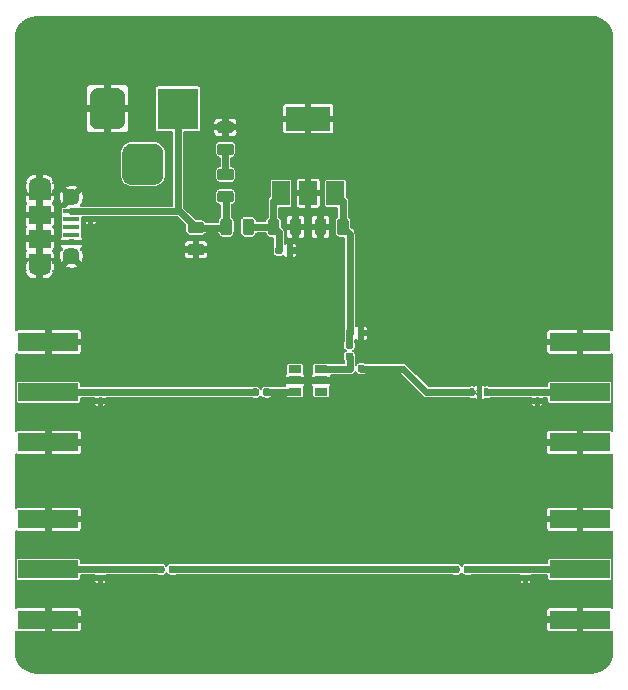
<source format=gbr>
G04 #@! TF.GenerationSoftware,KiCad,Pcbnew,5.1.5-52549c5~86~ubuntu18.04.1*
G04 #@! TF.CreationDate,2020-05-03T22:10:49-04:00*
G04 #@! TF.ProjectId,lna-filt,6c6e612d-6669-46c7-942e-6b696361645f,rev?*
G04 #@! TF.SameCoordinates,Original*
G04 #@! TF.FileFunction,Copper,L1,Top*
G04 #@! TF.FilePolarity,Positive*
%FSLAX46Y46*%
G04 Gerber Fmt 4.6, Leading zero omitted, Abs format (unit mm)*
G04 Created by KiCad (PCBNEW 5.1.5-52549c5~86~ubuntu18.04.1) date 2020-05-03 22:10:49*
%MOMM*%
%LPD*%
G04 APERTURE LIST*
%ADD10C,0.100000*%
%ADD11R,0.400000X0.700000*%
%ADD12R,0.300000X0.700000*%
%ADD13R,5.080000X1.500000*%
%ADD14R,1.500000X2.000000*%
%ADD15R,3.800000X2.000000*%
%ADD16R,1.060000X0.650000*%
%ADD17R,1.900000X1.200000*%
%ADD18O,1.900000X1.200000*%
%ADD19R,1.900000X1.500000*%
%ADD20C,1.450000*%
%ADD21R,1.350000X0.400000*%
%ADD22R,3.500000X3.500000*%
%ADD23C,0.800000*%
%ADD24C,0.563880*%
%ADD25C,0.127000*%
G04 APERTURE END LIST*
G04 #@! TA.AperFunction,SMDPad,CuDef*
D10*
G36*
X88709802Y-45090482D02*
G01*
X88719509Y-45091921D01*
X88729028Y-45094306D01*
X88738268Y-45097612D01*
X88747140Y-45101808D01*
X88755557Y-45106853D01*
X88763439Y-45112699D01*
X88770711Y-45119289D01*
X88777301Y-45126561D01*
X88783147Y-45134443D01*
X88788192Y-45142860D01*
X88792388Y-45151732D01*
X88795694Y-45160972D01*
X88798079Y-45170491D01*
X88799518Y-45180198D01*
X88800000Y-45190000D01*
X88800000Y-45450000D01*
X88799518Y-45459802D01*
X88798079Y-45469509D01*
X88795694Y-45479028D01*
X88792388Y-45488268D01*
X88788192Y-45497140D01*
X88783147Y-45505557D01*
X88777301Y-45513439D01*
X88770711Y-45520711D01*
X88763439Y-45527301D01*
X88755557Y-45533147D01*
X88747140Y-45538192D01*
X88738268Y-45542388D01*
X88729028Y-45545694D01*
X88719509Y-45548079D01*
X88709802Y-45549518D01*
X88700000Y-45550000D01*
X88500000Y-45550000D01*
X88490198Y-45549518D01*
X88480491Y-45548079D01*
X88470972Y-45545694D01*
X88461732Y-45542388D01*
X88452860Y-45538192D01*
X88444443Y-45533147D01*
X88436561Y-45527301D01*
X88429289Y-45520711D01*
X88422699Y-45513439D01*
X88416853Y-45505557D01*
X88411808Y-45497140D01*
X88407612Y-45488268D01*
X88404306Y-45479028D01*
X88401921Y-45469509D01*
X88400482Y-45459802D01*
X88400000Y-45450000D01*
X88400000Y-45190000D01*
X88400482Y-45180198D01*
X88401921Y-45170491D01*
X88404306Y-45160972D01*
X88407612Y-45151732D01*
X88411808Y-45142860D01*
X88416853Y-45134443D01*
X88422699Y-45126561D01*
X88429289Y-45119289D01*
X88436561Y-45112699D01*
X88444443Y-45106853D01*
X88452860Y-45101808D01*
X88461732Y-45097612D01*
X88470972Y-45094306D01*
X88480491Y-45091921D01*
X88490198Y-45090482D01*
X88500000Y-45090000D01*
X88700000Y-45090000D01*
X88709802Y-45090482D01*
G37*
G04 #@! TD.AperFunction*
G04 #@! TA.AperFunction,SMDPad,CuDef*
G36*
X88709802Y-44450482D02*
G01*
X88719509Y-44451921D01*
X88729028Y-44454306D01*
X88738268Y-44457612D01*
X88747140Y-44461808D01*
X88755557Y-44466853D01*
X88763439Y-44472699D01*
X88770711Y-44479289D01*
X88777301Y-44486561D01*
X88783147Y-44494443D01*
X88788192Y-44502860D01*
X88792388Y-44511732D01*
X88795694Y-44520972D01*
X88798079Y-44530491D01*
X88799518Y-44540198D01*
X88800000Y-44550000D01*
X88800000Y-44810000D01*
X88799518Y-44819802D01*
X88798079Y-44829509D01*
X88795694Y-44839028D01*
X88792388Y-44848268D01*
X88788192Y-44857140D01*
X88783147Y-44865557D01*
X88777301Y-44873439D01*
X88770711Y-44880711D01*
X88763439Y-44887301D01*
X88755557Y-44893147D01*
X88747140Y-44898192D01*
X88738268Y-44902388D01*
X88729028Y-44905694D01*
X88719509Y-44908079D01*
X88709802Y-44909518D01*
X88700000Y-44910000D01*
X88500000Y-44910000D01*
X88490198Y-44909518D01*
X88480491Y-44908079D01*
X88470972Y-44905694D01*
X88461732Y-44902388D01*
X88452860Y-44898192D01*
X88444443Y-44893147D01*
X88436561Y-44887301D01*
X88429289Y-44880711D01*
X88422699Y-44873439D01*
X88416853Y-44865557D01*
X88411808Y-44857140D01*
X88407612Y-44848268D01*
X88404306Y-44839028D01*
X88401921Y-44829509D01*
X88400482Y-44819802D01*
X88400000Y-44810000D01*
X88400000Y-44550000D01*
X88400482Y-44540198D01*
X88401921Y-44530491D01*
X88404306Y-44520972D01*
X88407612Y-44511732D01*
X88411808Y-44502860D01*
X88416853Y-44494443D01*
X88422699Y-44486561D01*
X88429289Y-44479289D01*
X88436561Y-44472699D01*
X88444443Y-44466853D01*
X88452860Y-44461808D01*
X88461732Y-44457612D01*
X88470972Y-44454306D01*
X88480491Y-44451921D01*
X88490198Y-44450482D01*
X88500000Y-44450000D01*
X88700000Y-44450000D01*
X88709802Y-44450482D01*
G37*
G04 #@! TD.AperFunction*
G04 #@! TA.AperFunction,SMDPad,CuDef*
G36*
X126509802Y-60490482D02*
G01*
X126519509Y-60491921D01*
X126529028Y-60494306D01*
X126538268Y-60497612D01*
X126547140Y-60501808D01*
X126555557Y-60506853D01*
X126563439Y-60512699D01*
X126570711Y-60519289D01*
X126577301Y-60526561D01*
X126583147Y-60534443D01*
X126588192Y-60542860D01*
X126592388Y-60551732D01*
X126595694Y-60560972D01*
X126598079Y-60570491D01*
X126599518Y-60580198D01*
X126600000Y-60590000D01*
X126600000Y-60850000D01*
X126599518Y-60859802D01*
X126598079Y-60869509D01*
X126595694Y-60879028D01*
X126592388Y-60888268D01*
X126588192Y-60897140D01*
X126583147Y-60905557D01*
X126577301Y-60913439D01*
X126570711Y-60920711D01*
X126563439Y-60927301D01*
X126555557Y-60933147D01*
X126547140Y-60938192D01*
X126538268Y-60942388D01*
X126529028Y-60945694D01*
X126519509Y-60948079D01*
X126509802Y-60949518D01*
X126500000Y-60950000D01*
X126300000Y-60950000D01*
X126290198Y-60949518D01*
X126280491Y-60948079D01*
X126270972Y-60945694D01*
X126261732Y-60942388D01*
X126252860Y-60938192D01*
X126244443Y-60933147D01*
X126236561Y-60927301D01*
X126229289Y-60920711D01*
X126222699Y-60913439D01*
X126216853Y-60905557D01*
X126211808Y-60897140D01*
X126207612Y-60888268D01*
X126204306Y-60879028D01*
X126201921Y-60869509D01*
X126200482Y-60859802D01*
X126200000Y-60850000D01*
X126200000Y-60590000D01*
X126200482Y-60580198D01*
X126201921Y-60570491D01*
X126204306Y-60560972D01*
X126207612Y-60551732D01*
X126211808Y-60542860D01*
X126216853Y-60534443D01*
X126222699Y-60526561D01*
X126229289Y-60519289D01*
X126236561Y-60512699D01*
X126244443Y-60506853D01*
X126252860Y-60501808D01*
X126261732Y-60497612D01*
X126270972Y-60494306D01*
X126280491Y-60491921D01*
X126290198Y-60490482D01*
X126300000Y-60490000D01*
X126500000Y-60490000D01*
X126509802Y-60490482D01*
G37*
G04 #@! TD.AperFunction*
G04 #@! TA.AperFunction,SMDPad,CuDef*
G36*
X126509802Y-59850482D02*
G01*
X126519509Y-59851921D01*
X126529028Y-59854306D01*
X126538268Y-59857612D01*
X126547140Y-59861808D01*
X126555557Y-59866853D01*
X126563439Y-59872699D01*
X126570711Y-59879289D01*
X126577301Y-59886561D01*
X126583147Y-59894443D01*
X126588192Y-59902860D01*
X126592388Y-59911732D01*
X126595694Y-59920972D01*
X126598079Y-59930491D01*
X126599518Y-59940198D01*
X126600000Y-59950000D01*
X126600000Y-60210000D01*
X126599518Y-60219802D01*
X126598079Y-60229509D01*
X126595694Y-60239028D01*
X126592388Y-60248268D01*
X126588192Y-60257140D01*
X126583147Y-60265557D01*
X126577301Y-60273439D01*
X126570711Y-60280711D01*
X126563439Y-60287301D01*
X126555557Y-60293147D01*
X126547140Y-60298192D01*
X126538268Y-60302388D01*
X126529028Y-60305694D01*
X126519509Y-60308079D01*
X126509802Y-60309518D01*
X126500000Y-60310000D01*
X126300000Y-60310000D01*
X126290198Y-60309518D01*
X126280491Y-60308079D01*
X126270972Y-60305694D01*
X126261732Y-60302388D01*
X126252860Y-60298192D01*
X126244443Y-60293147D01*
X126236561Y-60287301D01*
X126229289Y-60280711D01*
X126222699Y-60273439D01*
X126216853Y-60265557D01*
X126211808Y-60257140D01*
X126207612Y-60248268D01*
X126204306Y-60239028D01*
X126201921Y-60229509D01*
X126200482Y-60219802D01*
X126200000Y-60210000D01*
X126200000Y-59950000D01*
X126200482Y-59940198D01*
X126201921Y-59930491D01*
X126204306Y-59920972D01*
X126207612Y-59911732D01*
X126211808Y-59902860D01*
X126216853Y-59894443D01*
X126222699Y-59886561D01*
X126229289Y-59879289D01*
X126236561Y-59872699D01*
X126244443Y-59866853D01*
X126252860Y-59861808D01*
X126261732Y-59857612D01*
X126270972Y-59854306D01*
X126280491Y-59851921D01*
X126290198Y-59850482D01*
X126300000Y-59850000D01*
X126500000Y-59850000D01*
X126509802Y-59850482D01*
G37*
G04 #@! TD.AperFunction*
G04 #@! TA.AperFunction,SMDPad,CuDef*
G36*
X89509802Y-60490482D02*
G01*
X89519509Y-60491921D01*
X89529028Y-60494306D01*
X89538268Y-60497612D01*
X89547140Y-60501808D01*
X89555557Y-60506853D01*
X89563439Y-60512699D01*
X89570711Y-60519289D01*
X89577301Y-60526561D01*
X89583147Y-60534443D01*
X89588192Y-60542860D01*
X89592388Y-60551732D01*
X89595694Y-60560972D01*
X89598079Y-60570491D01*
X89599518Y-60580198D01*
X89600000Y-60590000D01*
X89600000Y-60850000D01*
X89599518Y-60859802D01*
X89598079Y-60869509D01*
X89595694Y-60879028D01*
X89592388Y-60888268D01*
X89588192Y-60897140D01*
X89583147Y-60905557D01*
X89577301Y-60913439D01*
X89570711Y-60920711D01*
X89563439Y-60927301D01*
X89555557Y-60933147D01*
X89547140Y-60938192D01*
X89538268Y-60942388D01*
X89529028Y-60945694D01*
X89519509Y-60948079D01*
X89509802Y-60949518D01*
X89500000Y-60950000D01*
X89300000Y-60950000D01*
X89290198Y-60949518D01*
X89280491Y-60948079D01*
X89270972Y-60945694D01*
X89261732Y-60942388D01*
X89252860Y-60938192D01*
X89244443Y-60933147D01*
X89236561Y-60927301D01*
X89229289Y-60920711D01*
X89222699Y-60913439D01*
X89216853Y-60905557D01*
X89211808Y-60897140D01*
X89207612Y-60888268D01*
X89204306Y-60879028D01*
X89201921Y-60869509D01*
X89200482Y-60859802D01*
X89200000Y-60850000D01*
X89200000Y-60590000D01*
X89200482Y-60580198D01*
X89201921Y-60570491D01*
X89204306Y-60560972D01*
X89207612Y-60551732D01*
X89211808Y-60542860D01*
X89216853Y-60534443D01*
X89222699Y-60526561D01*
X89229289Y-60519289D01*
X89236561Y-60512699D01*
X89244443Y-60506853D01*
X89252860Y-60501808D01*
X89261732Y-60497612D01*
X89270972Y-60494306D01*
X89280491Y-60491921D01*
X89290198Y-60490482D01*
X89300000Y-60490000D01*
X89500000Y-60490000D01*
X89509802Y-60490482D01*
G37*
G04 #@! TD.AperFunction*
G04 #@! TA.AperFunction,SMDPad,CuDef*
G36*
X89509802Y-59850482D02*
G01*
X89519509Y-59851921D01*
X89529028Y-59854306D01*
X89538268Y-59857612D01*
X89547140Y-59861808D01*
X89555557Y-59866853D01*
X89563439Y-59872699D01*
X89570711Y-59879289D01*
X89577301Y-59886561D01*
X89583147Y-59894443D01*
X89588192Y-59902860D01*
X89592388Y-59911732D01*
X89595694Y-59920972D01*
X89598079Y-59930491D01*
X89599518Y-59940198D01*
X89600000Y-59950000D01*
X89600000Y-60210000D01*
X89599518Y-60219802D01*
X89598079Y-60229509D01*
X89595694Y-60239028D01*
X89592388Y-60248268D01*
X89588192Y-60257140D01*
X89583147Y-60265557D01*
X89577301Y-60273439D01*
X89570711Y-60280711D01*
X89563439Y-60287301D01*
X89555557Y-60293147D01*
X89547140Y-60298192D01*
X89538268Y-60302388D01*
X89529028Y-60305694D01*
X89519509Y-60308079D01*
X89509802Y-60309518D01*
X89500000Y-60310000D01*
X89300000Y-60310000D01*
X89290198Y-60309518D01*
X89280491Y-60308079D01*
X89270972Y-60305694D01*
X89261732Y-60302388D01*
X89252860Y-60298192D01*
X89244443Y-60293147D01*
X89236561Y-60287301D01*
X89229289Y-60280711D01*
X89222699Y-60273439D01*
X89216853Y-60265557D01*
X89211808Y-60257140D01*
X89207612Y-60248268D01*
X89204306Y-60239028D01*
X89201921Y-60229509D01*
X89200482Y-60219802D01*
X89200000Y-60210000D01*
X89200000Y-59950000D01*
X89200482Y-59940198D01*
X89201921Y-59930491D01*
X89204306Y-59920972D01*
X89207612Y-59911732D01*
X89211808Y-59902860D01*
X89216853Y-59894443D01*
X89222699Y-59886561D01*
X89229289Y-59879289D01*
X89236561Y-59872699D01*
X89244443Y-59866853D01*
X89252860Y-59861808D01*
X89261732Y-59857612D01*
X89270972Y-59854306D01*
X89280491Y-59851921D01*
X89290198Y-59850482D01*
X89300000Y-59850000D01*
X89500000Y-59850000D01*
X89509802Y-59850482D01*
G37*
G04 #@! TD.AperFunction*
G04 #@! TA.AperFunction,SMDPad,CuDef*
G36*
X89509802Y-75490482D02*
G01*
X89519509Y-75491921D01*
X89529028Y-75494306D01*
X89538268Y-75497612D01*
X89547140Y-75501808D01*
X89555557Y-75506853D01*
X89563439Y-75512699D01*
X89570711Y-75519289D01*
X89577301Y-75526561D01*
X89583147Y-75534443D01*
X89588192Y-75542860D01*
X89592388Y-75551732D01*
X89595694Y-75560972D01*
X89598079Y-75570491D01*
X89599518Y-75580198D01*
X89600000Y-75590000D01*
X89600000Y-75850000D01*
X89599518Y-75859802D01*
X89598079Y-75869509D01*
X89595694Y-75879028D01*
X89592388Y-75888268D01*
X89588192Y-75897140D01*
X89583147Y-75905557D01*
X89577301Y-75913439D01*
X89570711Y-75920711D01*
X89563439Y-75927301D01*
X89555557Y-75933147D01*
X89547140Y-75938192D01*
X89538268Y-75942388D01*
X89529028Y-75945694D01*
X89519509Y-75948079D01*
X89509802Y-75949518D01*
X89500000Y-75950000D01*
X89300000Y-75950000D01*
X89290198Y-75949518D01*
X89280491Y-75948079D01*
X89270972Y-75945694D01*
X89261732Y-75942388D01*
X89252860Y-75938192D01*
X89244443Y-75933147D01*
X89236561Y-75927301D01*
X89229289Y-75920711D01*
X89222699Y-75913439D01*
X89216853Y-75905557D01*
X89211808Y-75897140D01*
X89207612Y-75888268D01*
X89204306Y-75879028D01*
X89201921Y-75869509D01*
X89200482Y-75859802D01*
X89200000Y-75850000D01*
X89200000Y-75590000D01*
X89200482Y-75580198D01*
X89201921Y-75570491D01*
X89204306Y-75560972D01*
X89207612Y-75551732D01*
X89211808Y-75542860D01*
X89216853Y-75534443D01*
X89222699Y-75526561D01*
X89229289Y-75519289D01*
X89236561Y-75512699D01*
X89244443Y-75506853D01*
X89252860Y-75501808D01*
X89261732Y-75497612D01*
X89270972Y-75494306D01*
X89280491Y-75491921D01*
X89290198Y-75490482D01*
X89300000Y-75490000D01*
X89500000Y-75490000D01*
X89509802Y-75490482D01*
G37*
G04 #@! TD.AperFunction*
G04 #@! TA.AperFunction,SMDPad,CuDef*
G36*
X89509802Y-74850482D02*
G01*
X89519509Y-74851921D01*
X89529028Y-74854306D01*
X89538268Y-74857612D01*
X89547140Y-74861808D01*
X89555557Y-74866853D01*
X89563439Y-74872699D01*
X89570711Y-74879289D01*
X89577301Y-74886561D01*
X89583147Y-74894443D01*
X89588192Y-74902860D01*
X89592388Y-74911732D01*
X89595694Y-74920972D01*
X89598079Y-74930491D01*
X89599518Y-74940198D01*
X89600000Y-74950000D01*
X89600000Y-75210000D01*
X89599518Y-75219802D01*
X89598079Y-75229509D01*
X89595694Y-75239028D01*
X89592388Y-75248268D01*
X89588192Y-75257140D01*
X89583147Y-75265557D01*
X89577301Y-75273439D01*
X89570711Y-75280711D01*
X89563439Y-75287301D01*
X89555557Y-75293147D01*
X89547140Y-75298192D01*
X89538268Y-75302388D01*
X89529028Y-75305694D01*
X89519509Y-75308079D01*
X89509802Y-75309518D01*
X89500000Y-75310000D01*
X89300000Y-75310000D01*
X89290198Y-75309518D01*
X89280491Y-75308079D01*
X89270972Y-75305694D01*
X89261732Y-75302388D01*
X89252860Y-75298192D01*
X89244443Y-75293147D01*
X89236561Y-75287301D01*
X89229289Y-75280711D01*
X89222699Y-75273439D01*
X89216853Y-75265557D01*
X89211808Y-75257140D01*
X89207612Y-75248268D01*
X89204306Y-75239028D01*
X89201921Y-75229509D01*
X89200482Y-75219802D01*
X89200000Y-75210000D01*
X89200000Y-74950000D01*
X89200482Y-74940198D01*
X89201921Y-74930491D01*
X89204306Y-74920972D01*
X89207612Y-74911732D01*
X89211808Y-74902860D01*
X89216853Y-74894443D01*
X89222699Y-74886561D01*
X89229289Y-74879289D01*
X89236561Y-74872699D01*
X89244443Y-74866853D01*
X89252860Y-74861808D01*
X89261732Y-74857612D01*
X89270972Y-74854306D01*
X89280491Y-74851921D01*
X89290198Y-74850482D01*
X89300000Y-74850000D01*
X89500000Y-74850000D01*
X89509802Y-74850482D01*
G37*
G04 #@! TD.AperFunction*
G04 #@! TA.AperFunction,SMDPad,CuDef*
G36*
X125509802Y-75490482D02*
G01*
X125519509Y-75491921D01*
X125529028Y-75494306D01*
X125538268Y-75497612D01*
X125547140Y-75501808D01*
X125555557Y-75506853D01*
X125563439Y-75512699D01*
X125570711Y-75519289D01*
X125577301Y-75526561D01*
X125583147Y-75534443D01*
X125588192Y-75542860D01*
X125592388Y-75551732D01*
X125595694Y-75560972D01*
X125598079Y-75570491D01*
X125599518Y-75580198D01*
X125600000Y-75590000D01*
X125600000Y-75850000D01*
X125599518Y-75859802D01*
X125598079Y-75869509D01*
X125595694Y-75879028D01*
X125592388Y-75888268D01*
X125588192Y-75897140D01*
X125583147Y-75905557D01*
X125577301Y-75913439D01*
X125570711Y-75920711D01*
X125563439Y-75927301D01*
X125555557Y-75933147D01*
X125547140Y-75938192D01*
X125538268Y-75942388D01*
X125529028Y-75945694D01*
X125519509Y-75948079D01*
X125509802Y-75949518D01*
X125500000Y-75950000D01*
X125300000Y-75950000D01*
X125290198Y-75949518D01*
X125280491Y-75948079D01*
X125270972Y-75945694D01*
X125261732Y-75942388D01*
X125252860Y-75938192D01*
X125244443Y-75933147D01*
X125236561Y-75927301D01*
X125229289Y-75920711D01*
X125222699Y-75913439D01*
X125216853Y-75905557D01*
X125211808Y-75897140D01*
X125207612Y-75888268D01*
X125204306Y-75879028D01*
X125201921Y-75869509D01*
X125200482Y-75859802D01*
X125200000Y-75850000D01*
X125200000Y-75590000D01*
X125200482Y-75580198D01*
X125201921Y-75570491D01*
X125204306Y-75560972D01*
X125207612Y-75551732D01*
X125211808Y-75542860D01*
X125216853Y-75534443D01*
X125222699Y-75526561D01*
X125229289Y-75519289D01*
X125236561Y-75512699D01*
X125244443Y-75506853D01*
X125252860Y-75501808D01*
X125261732Y-75497612D01*
X125270972Y-75494306D01*
X125280491Y-75491921D01*
X125290198Y-75490482D01*
X125300000Y-75490000D01*
X125500000Y-75490000D01*
X125509802Y-75490482D01*
G37*
G04 #@! TD.AperFunction*
G04 #@! TA.AperFunction,SMDPad,CuDef*
G36*
X125509802Y-74850482D02*
G01*
X125519509Y-74851921D01*
X125529028Y-74854306D01*
X125538268Y-74857612D01*
X125547140Y-74861808D01*
X125555557Y-74866853D01*
X125563439Y-74872699D01*
X125570711Y-74879289D01*
X125577301Y-74886561D01*
X125583147Y-74894443D01*
X125588192Y-74902860D01*
X125592388Y-74911732D01*
X125595694Y-74920972D01*
X125598079Y-74930491D01*
X125599518Y-74940198D01*
X125600000Y-74950000D01*
X125600000Y-75210000D01*
X125599518Y-75219802D01*
X125598079Y-75229509D01*
X125595694Y-75239028D01*
X125592388Y-75248268D01*
X125588192Y-75257140D01*
X125583147Y-75265557D01*
X125577301Y-75273439D01*
X125570711Y-75280711D01*
X125563439Y-75287301D01*
X125555557Y-75293147D01*
X125547140Y-75298192D01*
X125538268Y-75302388D01*
X125529028Y-75305694D01*
X125519509Y-75308079D01*
X125509802Y-75309518D01*
X125500000Y-75310000D01*
X125300000Y-75310000D01*
X125290198Y-75309518D01*
X125280491Y-75308079D01*
X125270972Y-75305694D01*
X125261732Y-75302388D01*
X125252860Y-75298192D01*
X125244443Y-75293147D01*
X125236561Y-75287301D01*
X125229289Y-75280711D01*
X125222699Y-75273439D01*
X125216853Y-75265557D01*
X125211808Y-75257140D01*
X125207612Y-75248268D01*
X125204306Y-75239028D01*
X125201921Y-75229509D01*
X125200482Y-75219802D01*
X125200000Y-75210000D01*
X125200000Y-74950000D01*
X125200482Y-74940198D01*
X125201921Y-74930491D01*
X125204306Y-74920972D01*
X125207612Y-74911732D01*
X125211808Y-74902860D01*
X125216853Y-74894443D01*
X125222699Y-74886561D01*
X125229289Y-74879289D01*
X125236561Y-74872699D01*
X125244443Y-74866853D01*
X125252860Y-74861808D01*
X125261732Y-74857612D01*
X125270972Y-74854306D01*
X125280491Y-74851921D01*
X125290198Y-74850482D01*
X125300000Y-74850000D01*
X125500000Y-74850000D01*
X125509802Y-74850482D01*
G37*
G04 #@! TD.AperFunction*
D11*
X121500000Y-60000000D03*
D12*
X122100000Y-60000000D03*
X120900000Y-60000000D03*
D13*
X85000000Y-75000000D03*
X85000000Y-79250000D03*
X85000000Y-70750000D03*
X130000000Y-75000000D03*
X130000000Y-70750000D03*
X130000000Y-79250000D03*
G04 #@! TA.AperFunction,SMDPad,CuDef*
D10*
G36*
X95646958Y-74680710D02*
G01*
X95661276Y-74682834D01*
X95675317Y-74686351D01*
X95688946Y-74691228D01*
X95702031Y-74697417D01*
X95714447Y-74704858D01*
X95726073Y-74713481D01*
X95736798Y-74723202D01*
X95746519Y-74733927D01*
X95755142Y-74745553D01*
X95762583Y-74757969D01*
X95768772Y-74771054D01*
X95773649Y-74784683D01*
X95777166Y-74798724D01*
X95779290Y-74813042D01*
X95780000Y-74827500D01*
X95780000Y-75172500D01*
X95779290Y-75186958D01*
X95777166Y-75201276D01*
X95773649Y-75215317D01*
X95768772Y-75228946D01*
X95762583Y-75242031D01*
X95755142Y-75254447D01*
X95746519Y-75266073D01*
X95736798Y-75276798D01*
X95726073Y-75286519D01*
X95714447Y-75295142D01*
X95702031Y-75302583D01*
X95688946Y-75308772D01*
X95675317Y-75313649D01*
X95661276Y-75317166D01*
X95646958Y-75319290D01*
X95632500Y-75320000D01*
X95337500Y-75320000D01*
X95323042Y-75319290D01*
X95308724Y-75317166D01*
X95294683Y-75313649D01*
X95281054Y-75308772D01*
X95267969Y-75302583D01*
X95255553Y-75295142D01*
X95243927Y-75286519D01*
X95233202Y-75276798D01*
X95223481Y-75266073D01*
X95214858Y-75254447D01*
X95207417Y-75242031D01*
X95201228Y-75228946D01*
X95196351Y-75215317D01*
X95192834Y-75201276D01*
X95190710Y-75186958D01*
X95190000Y-75172500D01*
X95190000Y-74827500D01*
X95190710Y-74813042D01*
X95192834Y-74798724D01*
X95196351Y-74784683D01*
X95201228Y-74771054D01*
X95207417Y-74757969D01*
X95214858Y-74745553D01*
X95223481Y-74733927D01*
X95233202Y-74723202D01*
X95243927Y-74713481D01*
X95255553Y-74704858D01*
X95267969Y-74697417D01*
X95281054Y-74691228D01*
X95294683Y-74686351D01*
X95308724Y-74682834D01*
X95323042Y-74680710D01*
X95337500Y-74680000D01*
X95632500Y-74680000D01*
X95646958Y-74680710D01*
G37*
G04 #@! TD.AperFunction*
G04 #@! TA.AperFunction,SMDPad,CuDef*
G36*
X94676958Y-74680710D02*
G01*
X94691276Y-74682834D01*
X94705317Y-74686351D01*
X94718946Y-74691228D01*
X94732031Y-74697417D01*
X94744447Y-74704858D01*
X94756073Y-74713481D01*
X94766798Y-74723202D01*
X94776519Y-74733927D01*
X94785142Y-74745553D01*
X94792583Y-74757969D01*
X94798772Y-74771054D01*
X94803649Y-74784683D01*
X94807166Y-74798724D01*
X94809290Y-74813042D01*
X94810000Y-74827500D01*
X94810000Y-75172500D01*
X94809290Y-75186958D01*
X94807166Y-75201276D01*
X94803649Y-75215317D01*
X94798772Y-75228946D01*
X94792583Y-75242031D01*
X94785142Y-75254447D01*
X94776519Y-75266073D01*
X94766798Y-75276798D01*
X94756073Y-75286519D01*
X94744447Y-75295142D01*
X94732031Y-75302583D01*
X94718946Y-75308772D01*
X94705317Y-75313649D01*
X94691276Y-75317166D01*
X94676958Y-75319290D01*
X94662500Y-75320000D01*
X94367500Y-75320000D01*
X94353042Y-75319290D01*
X94338724Y-75317166D01*
X94324683Y-75313649D01*
X94311054Y-75308772D01*
X94297969Y-75302583D01*
X94285553Y-75295142D01*
X94273927Y-75286519D01*
X94263202Y-75276798D01*
X94253481Y-75266073D01*
X94244858Y-75254447D01*
X94237417Y-75242031D01*
X94231228Y-75228946D01*
X94226351Y-75215317D01*
X94222834Y-75201276D01*
X94220710Y-75186958D01*
X94220000Y-75172500D01*
X94220000Y-74827500D01*
X94220710Y-74813042D01*
X94222834Y-74798724D01*
X94226351Y-74784683D01*
X94231228Y-74771054D01*
X94237417Y-74757969D01*
X94244858Y-74745553D01*
X94253481Y-74733927D01*
X94263202Y-74723202D01*
X94273927Y-74713481D01*
X94285553Y-74704858D01*
X94297969Y-74697417D01*
X94311054Y-74691228D01*
X94324683Y-74686351D01*
X94338724Y-74682834D01*
X94353042Y-74680710D01*
X94367500Y-74680000D01*
X94662500Y-74680000D01*
X94676958Y-74680710D01*
G37*
G04 #@! TD.AperFunction*
G04 #@! TA.AperFunction,SMDPad,CuDef*
G36*
X120646958Y-74680710D02*
G01*
X120661276Y-74682834D01*
X120675317Y-74686351D01*
X120688946Y-74691228D01*
X120702031Y-74697417D01*
X120714447Y-74704858D01*
X120726073Y-74713481D01*
X120736798Y-74723202D01*
X120746519Y-74733927D01*
X120755142Y-74745553D01*
X120762583Y-74757969D01*
X120768772Y-74771054D01*
X120773649Y-74784683D01*
X120777166Y-74798724D01*
X120779290Y-74813042D01*
X120780000Y-74827500D01*
X120780000Y-75172500D01*
X120779290Y-75186958D01*
X120777166Y-75201276D01*
X120773649Y-75215317D01*
X120768772Y-75228946D01*
X120762583Y-75242031D01*
X120755142Y-75254447D01*
X120746519Y-75266073D01*
X120736798Y-75276798D01*
X120726073Y-75286519D01*
X120714447Y-75295142D01*
X120702031Y-75302583D01*
X120688946Y-75308772D01*
X120675317Y-75313649D01*
X120661276Y-75317166D01*
X120646958Y-75319290D01*
X120632500Y-75320000D01*
X120337500Y-75320000D01*
X120323042Y-75319290D01*
X120308724Y-75317166D01*
X120294683Y-75313649D01*
X120281054Y-75308772D01*
X120267969Y-75302583D01*
X120255553Y-75295142D01*
X120243927Y-75286519D01*
X120233202Y-75276798D01*
X120223481Y-75266073D01*
X120214858Y-75254447D01*
X120207417Y-75242031D01*
X120201228Y-75228946D01*
X120196351Y-75215317D01*
X120192834Y-75201276D01*
X120190710Y-75186958D01*
X120190000Y-75172500D01*
X120190000Y-74827500D01*
X120190710Y-74813042D01*
X120192834Y-74798724D01*
X120196351Y-74784683D01*
X120201228Y-74771054D01*
X120207417Y-74757969D01*
X120214858Y-74745553D01*
X120223481Y-74733927D01*
X120233202Y-74723202D01*
X120243927Y-74713481D01*
X120255553Y-74704858D01*
X120267969Y-74697417D01*
X120281054Y-74691228D01*
X120294683Y-74686351D01*
X120308724Y-74682834D01*
X120323042Y-74680710D01*
X120337500Y-74680000D01*
X120632500Y-74680000D01*
X120646958Y-74680710D01*
G37*
G04 #@! TD.AperFunction*
G04 #@! TA.AperFunction,SMDPad,CuDef*
G36*
X119676958Y-74680710D02*
G01*
X119691276Y-74682834D01*
X119705317Y-74686351D01*
X119718946Y-74691228D01*
X119732031Y-74697417D01*
X119744447Y-74704858D01*
X119756073Y-74713481D01*
X119766798Y-74723202D01*
X119776519Y-74733927D01*
X119785142Y-74745553D01*
X119792583Y-74757969D01*
X119798772Y-74771054D01*
X119803649Y-74784683D01*
X119807166Y-74798724D01*
X119809290Y-74813042D01*
X119810000Y-74827500D01*
X119810000Y-75172500D01*
X119809290Y-75186958D01*
X119807166Y-75201276D01*
X119803649Y-75215317D01*
X119798772Y-75228946D01*
X119792583Y-75242031D01*
X119785142Y-75254447D01*
X119776519Y-75266073D01*
X119766798Y-75276798D01*
X119756073Y-75286519D01*
X119744447Y-75295142D01*
X119732031Y-75302583D01*
X119718946Y-75308772D01*
X119705317Y-75313649D01*
X119691276Y-75317166D01*
X119676958Y-75319290D01*
X119662500Y-75320000D01*
X119367500Y-75320000D01*
X119353042Y-75319290D01*
X119338724Y-75317166D01*
X119324683Y-75313649D01*
X119311054Y-75308772D01*
X119297969Y-75302583D01*
X119285553Y-75295142D01*
X119273927Y-75286519D01*
X119263202Y-75276798D01*
X119253481Y-75266073D01*
X119244858Y-75254447D01*
X119237417Y-75242031D01*
X119231228Y-75228946D01*
X119226351Y-75215317D01*
X119222834Y-75201276D01*
X119220710Y-75186958D01*
X119220000Y-75172500D01*
X119220000Y-74827500D01*
X119220710Y-74813042D01*
X119222834Y-74798724D01*
X119226351Y-74784683D01*
X119231228Y-74771054D01*
X119237417Y-74757969D01*
X119244858Y-74745553D01*
X119253481Y-74733927D01*
X119263202Y-74723202D01*
X119273927Y-74713481D01*
X119285553Y-74704858D01*
X119297969Y-74697417D01*
X119311054Y-74691228D01*
X119324683Y-74686351D01*
X119338724Y-74682834D01*
X119353042Y-74680710D01*
X119367500Y-74680000D01*
X119662500Y-74680000D01*
X119676958Y-74680710D01*
G37*
G04 #@! TD.AperFunction*
D14*
X104700000Y-43150000D03*
X109300000Y-43150000D03*
X107000000Y-43150000D03*
D15*
X107000000Y-36850000D03*
D16*
X108100000Y-59000000D03*
X108100000Y-58050000D03*
X108100000Y-59950000D03*
X105900000Y-59950000D03*
X105900000Y-59000000D03*
X105900000Y-58050000D03*
G04 #@! TA.AperFunction,SMDPad,CuDef*
D10*
G36*
X100480142Y-42951174D02*
G01*
X100503803Y-42954684D01*
X100527007Y-42960496D01*
X100549529Y-42968554D01*
X100571153Y-42978782D01*
X100591670Y-42991079D01*
X100610883Y-43005329D01*
X100628607Y-43021393D01*
X100644671Y-43039117D01*
X100658921Y-43058330D01*
X100671218Y-43078847D01*
X100681446Y-43100471D01*
X100689504Y-43122993D01*
X100695316Y-43146197D01*
X100698826Y-43169858D01*
X100700000Y-43193750D01*
X100700000Y-43681250D01*
X100698826Y-43705142D01*
X100695316Y-43728803D01*
X100689504Y-43752007D01*
X100681446Y-43774529D01*
X100671218Y-43796153D01*
X100658921Y-43816670D01*
X100644671Y-43835883D01*
X100628607Y-43853607D01*
X100610883Y-43869671D01*
X100591670Y-43883921D01*
X100571153Y-43896218D01*
X100549529Y-43906446D01*
X100527007Y-43914504D01*
X100503803Y-43920316D01*
X100480142Y-43923826D01*
X100456250Y-43925000D01*
X99543750Y-43925000D01*
X99519858Y-43923826D01*
X99496197Y-43920316D01*
X99472993Y-43914504D01*
X99450471Y-43906446D01*
X99428847Y-43896218D01*
X99408330Y-43883921D01*
X99389117Y-43869671D01*
X99371393Y-43853607D01*
X99355329Y-43835883D01*
X99341079Y-43816670D01*
X99328782Y-43796153D01*
X99318554Y-43774529D01*
X99310496Y-43752007D01*
X99304684Y-43728803D01*
X99301174Y-43705142D01*
X99300000Y-43681250D01*
X99300000Y-43193750D01*
X99301174Y-43169858D01*
X99304684Y-43146197D01*
X99310496Y-43122993D01*
X99318554Y-43100471D01*
X99328782Y-43078847D01*
X99341079Y-43058330D01*
X99355329Y-43039117D01*
X99371393Y-43021393D01*
X99389117Y-43005329D01*
X99408330Y-42991079D01*
X99428847Y-42978782D01*
X99450471Y-42968554D01*
X99472993Y-42960496D01*
X99496197Y-42954684D01*
X99519858Y-42951174D01*
X99543750Y-42950000D01*
X100456250Y-42950000D01*
X100480142Y-42951174D01*
G37*
G04 #@! TD.AperFunction*
G04 #@! TA.AperFunction,SMDPad,CuDef*
G36*
X100480142Y-41076174D02*
G01*
X100503803Y-41079684D01*
X100527007Y-41085496D01*
X100549529Y-41093554D01*
X100571153Y-41103782D01*
X100591670Y-41116079D01*
X100610883Y-41130329D01*
X100628607Y-41146393D01*
X100644671Y-41164117D01*
X100658921Y-41183330D01*
X100671218Y-41203847D01*
X100681446Y-41225471D01*
X100689504Y-41247993D01*
X100695316Y-41271197D01*
X100698826Y-41294858D01*
X100700000Y-41318750D01*
X100700000Y-41806250D01*
X100698826Y-41830142D01*
X100695316Y-41853803D01*
X100689504Y-41877007D01*
X100681446Y-41899529D01*
X100671218Y-41921153D01*
X100658921Y-41941670D01*
X100644671Y-41960883D01*
X100628607Y-41978607D01*
X100610883Y-41994671D01*
X100591670Y-42008921D01*
X100571153Y-42021218D01*
X100549529Y-42031446D01*
X100527007Y-42039504D01*
X100503803Y-42045316D01*
X100480142Y-42048826D01*
X100456250Y-42050000D01*
X99543750Y-42050000D01*
X99519858Y-42048826D01*
X99496197Y-42045316D01*
X99472993Y-42039504D01*
X99450471Y-42031446D01*
X99428847Y-42021218D01*
X99408330Y-42008921D01*
X99389117Y-41994671D01*
X99371393Y-41978607D01*
X99355329Y-41960883D01*
X99341079Y-41941670D01*
X99328782Y-41921153D01*
X99318554Y-41899529D01*
X99310496Y-41877007D01*
X99304684Y-41853803D01*
X99301174Y-41830142D01*
X99300000Y-41806250D01*
X99300000Y-41318750D01*
X99301174Y-41294858D01*
X99304684Y-41271197D01*
X99310496Y-41247993D01*
X99318554Y-41225471D01*
X99328782Y-41203847D01*
X99341079Y-41183330D01*
X99355329Y-41164117D01*
X99371393Y-41146393D01*
X99389117Y-41130329D01*
X99408330Y-41116079D01*
X99428847Y-41103782D01*
X99450471Y-41093554D01*
X99472993Y-41085496D01*
X99496197Y-41079684D01*
X99519858Y-41076174D01*
X99543750Y-41075000D01*
X100456250Y-41075000D01*
X100480142Y-41076174D01*
G37*
G04 #@! TD.AperFunction*
G04 #@! TA.AperFunction,SMDPad,CuDef*
G36*
X110686958Y-56690710D02*
G01*
X110701276Y-56692834D01*
X110715317Y-56696351D01*
X110728946Y-56701228D01*
X110742031Y-56707417D01*
X110754447Y-56714858D01*
X110766073Y-56723481D01*
X110776798Y-56733202D01*
X110786519Y-56743927D01*
X110795142Y-56755553D01*
X110802583Y-56767969D01*
X110808772Y-56781054D01*
X110813649Y-56794683D01*
X110817166Y-56808724D01*
X110819290Y-56823042D01*
X110820000Y-56837500D01*
X110820000Y-57132500D01*
X110819290Y-57146958D01*
X110817166Y-57161276D01*
X110813649Y-57175317D01*
X110808772Y-57188946D01*
X110802583Y-57202031D01*
X110795142Y-57214447D01*
X110786519Y-57226073D01*
X110776798Y-57236798D01*
X110766073Y-57246519D01*
X110754447Y-57255142D01*
X110742031Y-57262583D01*
X110728946Y-57268772D01*
X110715317Y-57273649D01*
X110701276Y-57277166D01*
X110686958Y-57279290D01*
X110672500Y-57280000D01*
X110327500Y-57280000D01*
X110313042Y-57279290D01*
X110298724Y-57277166D01*
X110284683Y-57273649D01*
X110271054Y-57268772D01*
X110257969Y-57262583D01*
X110245553Y-57255142D01*
X110233927Y-57246519D01*
X110223202Y-57236798D01*
X110213481Y-57226073D01*
X110204858Y-57214447D01*
X110197417Y-57202031D01*
X110191228Y-57188946D01*
X110186351Y-57175317D01*
X110182834Y-57161276D01*
X110180710Y-57146958D01*
X110180000Y-57132500D01*
X110180000Y-56837500D01*
X110180710Y-56823042D01*
X110182834Y-56808724D01*
X110186351Y-56794683D01*
X110191228Y-56781054D01*
X110197417Y-56767969D01*
X110204858Y-56755553D01*
X110213481Y-56743927D01*
X110223202Y-56733202D01*
X110233927Y-56723481D01*
X110245553Y-56714858D01*
X110257969Y-56707417D01*
X110271054Y-56701228D01*
X110284683Y-56696351D01*
X110298724Y-56692834D01*
X110313042Y-56690710D01*
X110327500Y-56690000D01*
X110672500Y-56690000D01*
X110686958Y-56690710D01*
G37*
G04 #@! TD.AperFunction*
G04 #@! TA.AperFunction,SMDPad,CuDef*
G36*
X110686958Y-55720710D02*
G01*
X110701276Y-55722834D01*
X110715317Y-55726351D01*
X110728946Y-55731228D01*
X110742031Y-55737417D01*
X110754447Y-55744858D01*
X110766073Y-55753481D01*
X110776798Y-55763202D01*
X110786519Y-55773927D01*
X110795142Y-55785553D01*
X110802583Y-55797969D01*
X110808772Y-55811054D01*
X110813649Y-55824683D01*
X110817166Y-55838724D01*
X110819290Y-55853042D01*
X110820000Y-55867500D01*
X110820000Y-56162500D01*
X110819290Y-56176958D01*
X110817166Y-56191276D01*
X110813649Y-56205317D01*
X110808772Y-56218946D01*
X110802583Y-56232031D01*
X110795142Y-56244447D01*
X110786519Y-56256073D01*
X110776798Y-56266798D01*
X110766073Y-56276519D01*
X110754447Y-56285142D01*
X110742031Y-56292583D01*
X110728946Y-56298772D01*
X110715317Y-56303649D01*
X110701276Y-56307166D01*
X110686958Y-56309290D01*
X110672500Y-56310000D01*
X110327500Y-56310000D01*
X110313042Y-56309290D01*
X110298724Y-56307166D01*
X110284683Y-56303649D01*
X110271054Y-56298772D01*
X110257969Y-56292583D01*
X110245553Y-56285142D01*
X110233927Y-56276519D01*
X110223202Y-56266798D01*
X110213481Y-56256073D01*
X110204858Y-56244447D01*
X110197417Y-56232031D01*
X110191228Y-56218946D01*
X110186351Y-56205317D01*
X110182834Y-56191276D01*
X110180710Y-56176958D01*
X110180000Y-56162500D01*
X110180000Y-55867500D01*
X110180710Y-55853042D01*
X110182834Y-55838724D01*
X110186351Y-55824683D01*
X110191228Y-55811054D01*
X110197417Y-55797969D01*
X110204858Y-55785553D01*
X110213481Y-55773927D01*
X110223202Y-55763202D01*
X110233927Y-55753481D01*
X110245553Y-55744858D01*
X110257969Y-55737417D01*
X110271054Y-55731228D01*
X110284683Y-55726351D01*
X110298724Y-55722834D01*
X110313042Y-55720710D01*
X110327500Y-55720000D01*
X110672500Y-55720000D01*
X110686958Y-55720710D01*
G37*
G04 #@! TD.AperFunction*
D17*
X84262500Y-43100000D03*
X84262500Y-48900000D03*
D18*
X84262500Y-49500000D03*
X84262500Y-42500000D03*
D19*
X84262500Y-45000000D03*
D20*
X86962500Y-48500000D03*
D21*
X86962500Y-46000000D03*
X86962500Y-46650000D03*
X86962500Y-47300000D03*
X86962500Y-44700000D03*
X86962500Y-45350000D03*
D20*
X86962500Y-43500000D03*
D19*
X84262500Y-47000000D03*
G04 #@! TA.AperFunction,ComponentPad*
D10*
G36*
X93960765Y-38954213D02*
G01*
X94045704Y-38966813D01*
X94128999Y-38987677D01*
X94209848Y-39016605D01*
X94287472Y-39053319D01*
X94361124Y-39097464D01*
X94430094Y-39148616D01*
X94493718Y-39206282D01*
X94551384Y-39269906D01*
X94602536Y-39338876D01*
X94646681Y-39412528D01*
X94683395Y-39490152D01*
X94712323Y-39571001D01*
X94733187Y-39654296D01*
X94745787Y-39739235D01*
X94750000Y-39825000D01*
X94750000Y-41575000D01*
X94745787Y-41660765D01*
X94733187Y-41745704D01*
X94712323Y-41828999D01*
X94683395Y-41909848D01*
X94646681Y-41987472D01*
X94602536Y-42061124D01*
X94551384Y-42130094D01*
X94493718Y-42193718D01*
X94430094Y-42251384D01*
X94361124Y-42302536D01*
X94287472Y-42346681D01*
X94209848Y-42383395D01*
X94128999Y-42412323D01*
X94045704Y-42433187D01*
X93960765Y-42445787D01*
X93875000Y-42450000D01*
X92125000Y-42450000D01*
X92039235Y-42445787D01*
X91954296Y-42433187D01*
X91871001Y-42412323D01*
X91790152Y-42383395D01*
X91712528Y-42346681D01*
X91638876Y-42302536D01*
X91569906Y-42251384D01*
X91506282Y-42193718D01*
X91448616Y-42130094D01*
X91397464Y-42061124D01*
X91353319Y-41987472D01*
X91316605Y-41909848D01*
X91287677Y-41828999D01*
X91266813Y-41745704D01*
X91254213Y-41660765D01*
X91250000Y-41575000D01*
X91250000Y-39825000D01*
X91254213Y-39739235D01*
X91266813Y-39654296D01*
X91287677Y-39571001D01*
X91316605Y-39490152D01*
X91353319Y-39412528D01*
X91397464Y-39338876D01*
X91448616Y-39269906D01*
X91506282Y-39206282D01*
X91569906Y-39148616D01*
X91638876Y-39097464D01*
X91712528Y-39053319D01*
X91790152Y-39016605D01*
X91871001Y-38987677D01*
X91954296Y-38966813D01*
X92039235Y-38954213D01*
X92125000Y-38950000D01*
X93875000Y-38950000D01*
X93960765Y-38954213D01*
G37*
G04 #@! TD.AperFunction*
G04 #@! TA.AperFunction,ComponentPad*
G36*
X90823513Y-34253611D02*
G01*
X90896318Y-34264411D01*
X90967714Y-34282295D01*
X91037013Y-34307090D01*
X91103548Y-34338559D01*
X91166678Y-34376398D01*
X91225795Y-34420242D01*
X91280330Y-34469670D01*
X91329758Y-34524205D01*
X91373602Y-34583322D01*
X91411441Y-34646452D01*
X91442910Y-34712987D01*
X91467705Y-34782286D01*
X91485589Y-34853682D01*
X91496389Y-34926487D01*
X91500000Y-35000000D01*
X91500000Y-37000000D01*
X91496389Y-37073513D01*
X91485589Y-37146318D01*
X91467705Y-37217714D01*
X91442910Y-37287013D01*
X91411441Y-37353548D01*
X91373602Y-37416678D01*
X91329758Y-37475795D01*
X91280330Y-37530330D01*
X91225795Y-37579758D01*
X91166678Y-37623602D01*
X91103548Y-37661441D01*
X91037013Y-37692910D01*
X90967714Y-37717705D01*
X90896318Y-37735589D01*
X90823513Y-37746389D01*
X90750000Y-37750000D01*
X89250000Y-37750000D01*
X89176487Y-37746389D01*
X89103682Y-37735589D01*
X89032286Y-37717705D01*
X88962987Y-37692910D01*
X88896452Y-37661441D01*
X88833322Y-37623602D01*
X88774205Y-37579758D01*
X88719670Y-37530330D01*
X88670242Y-37475795D01*
X88626398Y-37416678D01*
X88588559Y-37353548D01*
X88557090Y-37287013D01*
X88532295Y-37217714D01*
X88514411Y-37146318D01*
X88503611Y-37073513D01*
X88500000Y-37000000D01*
X88500000Y-35000000D01*
X88503611Y-34926487D01*
X88514411Y-34853682D01*
X88532295Y-34782286D01*
X88557090Y-34712987D01*
X88588559Y-34646452D01*
X88626398Y-34583322D01*
X88670242Y-34524205D01*
X88719670Y-34469670D01*
X88774205Y-34420242D01*
X88833322Y-34376398D01*
X88896452Y-34338559D01*
X88962987Y-34307090D01*
X89032286Y-34282295D01*
X89103682Y-34264411D01*
X89176487Y-34253611D01*
X89250000Y-34250000D01*
X90750000Y-34250000D01*
X90823513Y-34253611D01*
G37*
G04 #@! TD.AperFunction*
D22*
X96000000Y-36000000D03*
D13*
X130000000Y-60000000D03*
X130000000Y-55750000D03*
X130000000Y-64250000D03*
X85000000Y-60000000D03*
X85000000Y-64250000D03*
X85000000Y-55750000D03*
G04 #@! TA.AperFunction,SMDPad,CuDef*
D10*
G36*
X100330142Y-45301174D02*
G01*
X100353803Y-45304684D01*
X100377007Y-45310496D01*
X100399529Y-45318554D01*
X100421153Y-45328782D01*
X100441670Y-45341079D01*
X100460883Y-45355329D01*
X100478607Y-45371393D01*
X100494671Y-45389117D01*
X100508921Y-45408330D01*
X100521218Y-45428847D01*
X100531446Y-45450471D01*
X100539504Y-45472993D01*
X100545316Y-45496197D01*
X100548826Y-45519858D01*
X100550000Y-45543750D01*
X100550000Y-46456250D01*
X100548826Y-46480142D01*
X100545316Y-46503803D01*
X100539504Y-46527007D01*
X100531446Y-46549529D01*
X100521218Y-46571153D01*
X100508921Y-46591670D01*
X100494671Y-46610883D01*
X100478607Y-46628607D01*
X100460883Y-46644671D01*
X100441670Y-46658921D01*
X100421153Y-46671218D01*
X100399529Y-46681446D01*
X100377007Y-46689504D01*
X100353803Y-46695316D01*
X100330142Y-46698826D01*
X100306250Y-46700000D01*
X99818750Y-46700000D01*
X99794858Y-46698826D01*
X99771197Y-46695316D01*
X99747993Y-46689504D01*
X99725471Y-46681446D01*
X99703847Y-46671218D01*
X99683330Y-46658921D01*
X99664117Y-46644671D01*
X99646393Y-46628607D01*
X99630329Y-46610883D01*
X99616079Y-46591670D01*
X99603782Y-46571153D01*
X99593554Y-46549529D01*
X99585496Y-46527007D01*
X99579684Y-46503803D01*
X99576174Y-46480142D01*
X99575000Y-46456250D01*
X99575000Y-45543750D01*
X99576174Y-45519858D01*
X99579684Y-45496197D01*
X99585496Y-45472993D01*
X99593554Y-45450471D01*
X99603782Y-45428847D01*
X99616079Y-45408330D01*
X99630329Y-45389117D01*
X99646393Y-45371393D01*
X99664117Y-45355329D01*
X99683330Y-45341079D01*
X99703847Y-45328782D01*
X99725471Y-45318554D01*
X99747993Y-45310496D01*
X99771197Y-45304684D01*
X99794858Y-45301174D01*
X99818750Y-45300000D01*
X100306250Y-45300000D01*
X100330142Y-45301174D01*
G37*
G04 #@! TD.AperFunction*
G04 #@! TA.AperFunction,SMDPad,CuDef*
G36*
X102205142Y-45301174D02*
G01*
X102228803Y-45304684D01*
X102252007Y-45310496D01*
X102274529Y-45318554D01*
X102296153Y-45328782D01*
X102316670Y-45341079D01*
X102335883Y-45355329D01*
X102353607Y-45371393D01*
X102369671Y-45389117D01*
X102383921Y-45408330D01*
X102396218Y-45428847D01*
X102406446Y-45450471D01*
X102414504Y-45472993D01*
X102420316Y-45496197D01*
X102423826Y-45519858D01*
X102425000Y-45543750D01*
X102425000Y-46456250D01*
X102423826Y-46480142D01*
X102420316Y-46503803D01*
X102414504Y-46527007D01*
X102406446Y-46549529D01*
X102396218Y-46571153D01*
X102383921Y-46591670D01*
X102369671Y-46610883D01*
X102353607Y-46628607D01*
X102335883Y-46644671D01*
X102316670Y-46658921D01*
X102296153Y-46671218D01*
X102274529Y-46681446D01*
X102252007Y-46689504D01*
X102228803Y-46695316D01*
X102205142Y-46698826D01*
X102181250Y-46700000D01*
X101693750Y-46700000D01*
X101669858Y-46698826D01*
X101646197Y-46695316D01*
X101622993Y-46689504D01*
X101600471Y-46681446D01*
X101578847Y-46671218D01*
X101558330Y-46658921D01*
X101539117Y-46644671D01*
X101521393Y-46628607D01*
X101505329Y-46610883D01*
X101491079Y-46591670D01*
X101478782Y-46571153D01*
X101468554Y-46549529D01*
X101460496Y-46527007D01*
X101454684Y-46503803D01*
X101451174Y-46480142D01*
X101450000Y-46456250D01*
X101450000Y-45543750D01*
X101451174Y-45519858D01*
X101454684Y-45496197D01*
X101460496Y-45472993D01*
X101468554Y-45450471D01*
X101478782Y-45428847D01*
X101491079Y-45408330D01*
X101505329Y-45389117D01*
X101521393Y-45371393D01*
X101539117Y-45355329D01*
X101558330Y-45341079D01*
X101578847Y-45328782D01*
X101600471Y-45318554D01*
X101622993Y-45310496D01*
X101646197Y-45304684D01*
X101669858Y-45301174D01*
X101693750Y-45300000D01*
X102181250Y-45300000D01*
X102205142Y-45301174D01*
G37*
G04 #@! TD.AperFunction*
G04 #@! TA.AperFunction,SMDPad,CuDef*
G36*
X100480142Y-38951174D02*
G01*
X100503803Y-38954684D01*
X100527007Y-38960496D01*
X100549529Y-38968554D01*
X100571153Y-38978782D01*
X100591670Y-38991079D01*
X100610883Y-39005329D01*
X100628607Y-39021393D01*
X100644671Y-39039117D01*
X100658921Y-39058330D01*
X100671218Y-39078847D01*
X100681446Y-39100471D01*
X100689504Y-39122993D01*
X100695316Y-39146197D01*
X100698826Y-39169858D01*
X100700000Y-39193750D01*
X100700000Y-39681250D01*
X100698826Y-39705142D01*
X100695316Y-39728803D01*
X100689504Y-39752007D01*
X100681446Y-39774529D01*
X100671218Y-39796153D01*
X100658921Y-39816670D01*
X100644671Y-39835883D01*
X100628607Y-39853607D01*
X100610883Y-39869671D01*
X100591670Y-39883921D01*
X100571153Y-39896218D01*
X100549529Y-39906446D01*
X100527007Y-39914504D01*
X100503803Y-39920316D01*
X100480142Y-39923826D01*
X100456250Y-39925000D01*
X99543750Y-39925000D01*
X99519858Y-39923826D01*
X99496197Y-39920316D01*
X99472993Y-39914504D01*
X99450471Y-39906446D01*
X99428847Y-39896218D01*
X99408330Y-39883921D01*
X99389117Y-39869671D01*
X99371393Y-39853607D01*
X99355329Y-39835883D01*
X99341079Y-39816670D01*
X99328782Y-39796153D01*
X99318554Y-39774529D01*
X99310496Y-39752007D01*
X99304684Y-39728803D01*
X99301174Y-39705142D01*
X99300000Y-39681250D01*
X99300000Y-39193750D01*
X99301174Y-39169858D01*
X99304684Y-39146197D01*
X99310496Y-39122993D01*
X99318554Y-39100471D01*
X99328782Y-39078847D01*
X99341079Y-39058330D01*
X99355329Y-39039117D01*
X99371393Y-39021393D01*
X99389117Y-39005329D01*
X99408330Y-38991079D01*
X99428847Y-38978782D01*
X99450471Y-38968554D01*
X99472993Y-38960496D01*
X99496197Y-38954684D01*
X99519858Y-38951174D01*
X99543750Y-38950000D01*
X100456250Y-38950000D01*
X100480142Y-38951174D01*
G37*
G04 #@! TD.AperFunction*
G04 #@! TA.AperFunction,SMDPad,CuDef*
G36*
X100480142Y-37076174D02*
G01*
X100503803Y-37079684D01*
X100527007Y-37085496D01*
X100549529Y-37093554D01*
X100571153Y-37103782D01*
X100591670Y-37116079D01*
X100610883Y-37130329D01*
X100628607Y-37146393D01*
X100644671Y-37164117D01*
X100658921Y-37183330D01*
X100671218Y-37203847D01*
X100681446Y-37225471D01*
X100689504Y-37247993D01*
X100695316Y-37271197D01*
X100698826Y-37294858D01*
X100700000Y-37318750D01*
X100700000Y-37806250D01*
X100698826Y-37830142D01*
X100695316Y-37853803D01*
X100689504Y-37877007D01*
X100681446Y-37899529D01*
X100671218Y-37921153D01*
X100658921Y-37941670D01*
X100644671Y-37960883D01*
X100628607Y-37978607D01*
X100610883Y-37994671D01*
X100591670Y-38008921D01*
X100571153Y-38021218D01*
X100549529Y-38031446D01*
X100527007Y-38039504D01*
X100503803Y-38045316D01*
X100480142Y-38048826D01*
X100456250Y-38050000D01*
X99543750Y-38050000D01*
X99519858Y-38048826D01*
X99496197Y-38045316D01*
X99472993Y-38039504D01*
X99450471Y-38031446D01*
X99428847Y-38021218D01*
X99408330Y-38008921D01*
X99389117Y-37994671D01*
X99371393Y-37978607D01*
X99355329Y-37960883D01*
X99341079Y-37941670D01*
X99328782Y-37921153D01*
X99318554Y-37899529D01*
X99310496Y-37877007D01*
X99304684Y-37853803D01*
X99301174Y-37830142D01*
X99300000Y-37806250D01*
X99300000Y-37318750D01*
X99301174Y-37294858D01*
X99304684Y-37271197D01*
X99310496Y-37247993D01*
X99318554Y-37225471D01*
X99328782Y-37203847D01*
X99341079Y-37183330D01*
X99355329Y-37164117D01*
X99371393Y-37146393D01*
X99389117Y-37130329D01*
X99408330Y-37116079D01*
X99428847Y-37103782D01*
X99450471Y-37093554D01*
X99472993Y-37085496D01*
X99496197Y-37079684D01*
X99519858Y-37076174D01*
X99543750Y-37075000D01*
X100456250Y-37075000D01*
X100480142Y-37076174D01*
G37*
G04 #@! TD.AperFunction*
G04 #@! TA.AperFunction,SMDPad,CuDef*
G36*
X104676958Y-47680710D02*
G01*
X104691276Y-47682834D01*
X104705317Y-47686351D01*
X104718946Y-47691228D01*
X104732031Y-47697417D01*
X104744447Y-47704858D01*
X104756073Y-47713481D01*
X104766798Y-47723202D01*
X104776519Y-47733927D01*
X104785142Y-47745553D01*
X104792583Y-47757969D01*
X104798772Y-47771054D01*
X104803649Y-47784683D01*
X104807166Y-47798724D01*
X104809290Y-47813042D01*
X104810000Y-47827500D01*
X104810000Y-48172500D01*
X104809290Y-48186958D01*
X104807166Y-48201276D01*
X104803649Y-48215317D01*
X104798772Y-48228946D01*
X104792583Y-48242031D01*
X104785142Y-48254447D01*
X104776519Y-48266073D01*
X104766798Y-48276798D01*
X104756073Y-48286519D01*
X104744447Y-48295142D01*
X104732031Y-48302583D01*
X104718946Y-48308772D01*
X104705317Y-48313649D01*
X104691276Y-48317166D01*
X104676958Y-48319290D01*
X104662500Y-48320000D01*
X104367500Y-48320000D01*
X104353042Y-48319290D01*
X104338724Y-48317166D01*
X104324683Y-48313649D01*
X104311054Y-48308772D01*
X104297969Y-48302583D01*
X104285553Y-48295142D01*
X104273927Y-48286519D01*
X104263202Y-48276798D01*
X104253481Y-48266073D01*
X104244858Y-48254447D01*
X104237417Y-48242031D01*
X104231228Y-48228946D01*
X104226351Y-48215317D01*
X104222834Y-48201276D01*
X104220710Y-48186958D01*
X104220000Y-48172500D01*
X104220000Y-47827500D01*
X104220710Y-47813042D01*
X104222834Y-47798724D01*
X104226351Y-47784683D01*
X104231228Y-47771054D01*
X104237417Y-47757969D01*
X104244858Y-47745553D01*
X104253481Y-47733927D01*
X104263202Y-47723202D01*
X104273927Y-47713481D01*
X104285553Y-47704858D01*
X104297969Y-47697417D01*
X104311054Y-47691228D01*
X104324683Y-47686351D01*
X104338724Y-47682834D01*
X104353042Y-47680710D01*
X104367500Y-47680000D01*
X104662500Y-47680000D01*
X104676958Y-47680710D01*
G37*
G04 #@! TD.AperFunction*
G04 #@! TA.AperFunction,SMDPad,CuDef*
G36*
X105646958Y-47680710D02*
G01*
X105661276Y-47682834D01*
X105675317Y-47686351D01*
X105688946Y-47691228D01*
X105702031Y-47697417D01*
X105714447Y-47704858D01*
X105726073Y-47713481D01*
X105736798Y-47723202D01*
X105746519Y-47733927D01*
X105755142Y-47745553D01*
X105762583Y-47757969D01*
X105768772Y-47771054D01*
X105773649Y-47784683D01*
X105777166Y-47798724D01*
X105779290Y-47813042D01*
X105780000Y-47827500D01*
X105780000Y-48172500D01*
X105779290Y-48186958D01*
X105777166Y-48201276D01*
X105773649Y-48215317D01*
X105768772Y-48228946D01*
X105762583Y-48242031D01*
X105755142Y-48254447D01*
X105746519Y-48266073D01*
X105736798Y-48276798D01*
X105726073Y-48286519D01*
X105714447Y-48295142D01*
X105702031Y-48302583D01*
X105688946Y-48308772D01*
X105675317Y-48313649D01*
X105661276Y-48317166D01*
X105646958Y-48319290D01*
X105632500Y-48320000D01*
X105337500Y-48320000D01*
X105323042Y-48319290D01*
X105308724Y-48317166D01*
X105294683Y-48313649D01*
X105281054Y-48308772D01*
X105267969Y-48302583D01*
X105255553Y-48295142D01*
X105243927Y-48286519D01*
X105233202Y-48276798D01*
X105223481Y-48266073D01*
X105214858Y-48254447D01*
X105207417Y-48242031D01*
X105201228Y-48228946D01*
X105196351Y-48215317D01*
X105192834Y-48201276D01*
X105190710Y-48186958D01*
X105190000Y-48172500D01*
X105190000Y-47827500D01*
X105190710Y-47813042D01*
X105192834Y-47798724D01*
X105196351Y-47784683D01*
X105201228Y-47771054D01*
X105207417Y-47757969D01*
X105214858Y-47745553D01*
X105223481Y-47733927D01*
X105233202Y-47723202D01*
X105243927Y-47713481D01*
X105255553Y-47704858D01*
X105267969Y-47697417D01*
X105281054Y-47691228D01*
X105294683Y-47686351D01*
X105308724Y-47682834D01*
X105323042Y-47680710D01*
X105337500Y-47680000D01*
X105632500Y-47680000D01*
X105646958Y-47680710D01*
G37*
G04 #@! TD.AperFunction*
G04 #@! TA.AperFunction,SMDPad,CuDef*
G36*
X104330142Y-45301174D02*
G01*
X104353803Y-45304684D01*
X104377007Y-45310496D01*
X104399529Y-45318554D01*
X104421153Y-45328782D01*
X104441670Y-45341079D01*
X104460883Y-45355329D01*
X104478607Y-45371393D01*
X104494671Y-45389117D01*
X104508921Y-45408330D01*
X104521218Y-45428847D01*
X104531446Y-45450471D01*
X104539504Y-45472993D01*
X104545316Y-45496197D01*
X104548826Y-45519858D01*
X104550000Y-45543750D01*
X104550000Y-46456250D01*
X104548826Y-46480142D01*
X104545316Y-46503803D01*
X104539504Y-46527007D01*
X104531446Y-46549529D01*
X104521218Y-46571153D01*
X104508921Y-46591670D01*
X104494671Y-46610883D01*
X104478607Y-46628607D01*
X104460883Y-46644671D01*
X104441670Y-46658921D01*
X104421153Y-46671218D01*
X104399529Y-46681446D01*
X104377007Y-46689504D01*
X104353803Y-46695316D01*
X104330142Y-46698826D01*
X104306250Y-46700000D01*
X103818750Y-46700000D01*
X103794858Y-46698826D01*
X103771197Y-46695316D01*
X103747993Y-46689504D01*
X103725471Y-46681446D01*
X103703847Y-46671218D01*
X103683330Y-46658921D01*
X103664117Y-46644671D01*
X103646393Y-46628607D01*
X103630329Y-46610883D01*
X103616079Y-46591670D01*
X103603782Y-46571153D01*
X103593554Y-46549529D01*
X103585496Y-46527007D01*
X103579684Y-46503803D01*
X103576174Y-46480142D01*
X103575000Y-46456250D01*
X103575000Y-45543750D01*
X103576174Y-45519858D01*
X103579684Y-45496197D01*
X103585496Y-45472993D01*
X103593554Y-45450471D01*
X103603782Y-45428847D01*
X103616079Y-45408330D01*
X103630329Y-45389117D01*
X103646393Y-45371393D01*
X103664117Y-45355329D01*
X103683330Y-45341079D01*
X103703847Y-45328782D01*
X103725471Y-45318554D01*
X103747993Y-45310496D01*
X103771197Y-45304684D01*
X103794858Y-45301174D01*
X103818750Y-45300000D01*
X104306250Y-45300000D01*
X104330142Y-45301174D01*
G37*
G04 #@! TD.AperFunction*
G04 #@! TA.AperFunction,SMDPad,CuDef*
G36*
X106205142Y-45301174D02*
G01*
X106228803Y-45304684D01*
X106252007Y-45310496D01*
X106274529Y-45318554D01*
X106296153Y-45328782D01*
X106316670Y-45341079D01*
X106335883Y-45355329D01*
X106353607Y-45371393D01*
X106369671Y-45389117D01*
X106383921Y-45408330D01*
X106396218Y-45428847D01*
X106406446Y-45450471D01*
X106414504Y-45472993D01*
X106420316Y-45496197D01*
X106423826Y-45519858D01*
X106425000Y-45543750D01*
X106425000Y-46456250D01*
X106423826Y-46480142D01*
X106420316Y-46503803D01*
X106414504Y-46527007D01*
X106406446Y-46549529D01*
X106396218Y-46571153D01*
X106383921Y-46591670D01*
X106369671Y-46610883D01*
X106353607Y-46628607D01*
X106335883Y-46644671D01*
X106316670Y-46658921D01*
X106296153Y-46671218D01*
X106274529Y-46681446D01*
X106252007Y-46689504D01*
X106228803Y-46695316D01*
X106205142Y-46698826D01*
X106181250Y-46700000D01*
X105693750Y-46700000D01*
X105669858Y-46698826D01*
X105646197Y-46695316D01*
X105622993Y-46689504D01*
X105600471Y-46681446D01*
X105578847Y-46671218D01*
X105558330Y-46658921D01*
X105539117Y-46644671D01*
X105521393Y-46628607D01*
X105505329Y-46610883D01*
X105491079Y-46591670D01*
X105478782Y-46571153D01*
X105468554Y-46549529D01*
X105460496Y-46527007D01*
X105454684Y-46503803D01*
X105451174Y-46480142D01*
X105450000Y-46456250D01*
X105450000Y-45543750D01*
X105451174Y-45519858D01*
X105454684Y-45496197D01*
X105460496Y-45472993D01*
X105468554Y-45450471D01*
X105478782Y-45428847D01*
X105491079Y-45408330D01*
X105505329Y-45389117D01*
X105521393Y-45371393D01*
X105539117Y-45355329D01*
X105558330Y-45341079D01*
X105578847Y-45328782D01*
X105600471Y-45318554D01*
X105622993Y-45310496D01*
X105646197Y-45304684D01*
X105669858Y-45301174D01*
X105693750Y-45300000D01*
X106181250Y-45300000D01*
X106205142Y-45301174D01*
G37*
G04 #@! TD.AperFunction*
G04 #@! TA.AperFunction,SMDPad,CuDef*
G36*
X97980142Y-45576174D02*
G01*
X98003803Y-45579684D01*
X98027007Y-45585496D01*
X98049529Y-45593554D01*
X98071153Y-45603782D01*
X98091670Y-45616079D01*
X98110883Y-45630329D01*
X98128607Y-45646393D01*
X98144671Y-45664117D01*
X98158921Y-45683330D01*
X98171218Y-45703847D01*
X98181446Y-45725471D01*
X98189504Y-45747993D01*
X98195316Y-45771197D01*
X98198826Y-45794858D01*
X98200000Y-45818750D01*
X98200000Y-46306250D01*
X98198826Y-46330142D01*
X98195316Y-46353803D01*
X98189504Y-46377007D01*
X98181446Y-46399529D01*
X98171218Y-46421153D01*
X98158921Y-46441670D01*
X98144671Y-46460883D01*
X98128607Y-46478607D01*
X98110883Y-46494671D01*
X98091670Y-46508921D01*
X98071153Y-46521218D01*
X98049529Y-46531446D01*
X98027007Y-46539504D01*
X98003803Y-46545316D01*
X97980142Y-46548826D01*
X97956250Y-46550000D01*
X97043750Y-46550000D01*
X97019858Y-46548826D01*
X96996197Y-46545316D01*
X96972993Y-46539504D01*
X96950471Y-46531446D01*
X96928847Y-46521218D01*
X96908330Y-46508921D01*
X96889117Y-46494671D01*
X96871393Y-46478607D01*
X96855329Y-46460883D01*
X96841079Y-46441670D01*
X96828782Y-46421153D01*
X96818554Y-46399529D01*
X96810496Y-46377007D01*
X96804684Y-46353803D01*
X96801174Y-46330142D01*
X96800000Y-46306250D01*
X96800000Y-45818750D01*
X96801174Y-45794858D01*
X96804684Y-45771197D01*
X96810496Y-45747993D01*
X96818554Y-45725471D01*
X96828782Y-45703847D01*
X96841079Y-45683330D01*
X96855329Y-45664117D01*
X96871393Y-45646393D01*
X96889117Y-45630329D01*
X96908330Y-45616079D01*
X96928847Y-45603782D01*
X96950471Y-45593554D01*
X96972993Y-45585496D01*
X96996197Y-45579684D01*
X97019858Y-45576174D01*
X97043750Y-45575000D01*
X97956250Y-45575000D01*
X97980142Y-45576174D01*
G37*
G04 #@! TD.AperFunction*
G04 #@! TA.AperFunction,SMDPad,CuDef*
G36*
X97980142Y-47451174D02*
G01*
X98003803Y-47454684D01*
X98027007Y-47460496D01*
X98049529Y-47468554D01*
X98071153Y-47478782D01*
X98091670Y-47491079D01*
X98110883Y-47505329D01*
X98128607Y-47521393D01*
X98144671Y-47539117D01*
X98158921Y-47558330D01*
X98171218Y-47578847D01*
X98181446Y-47600471D01*
X98189504Y-47622993D01*
X98195316Y-47646197D01*
X98198826Y-47669858D01*
X98200000Y-47693750D01*
X98200000Y-48181250D01*
X98198826Y-48205142D01*
X98195316Y-48228803D01*
X98189504Y-48252007D01*
X98181446Y-48274529D01*
X98171218Y-48296153D01*
X98158921Y-48316670D01*
X98144671Y-48335883D01*
X98128607Y-48353607D01*
X98110883Y-48369671D01*
X98091670Y-48383921D01*
X98071153Y-48396218D01*
X98049529Y-48406446D01*
X98027007Y-48414504D01*
X98003803Y-48420316D01*
X97980142Y-48423826D01*
X97956250Y-48425000D01*
X97043750Y-48425000D01*
X97019858Y-48423826D01*
X96996197Y-48420316D01*
X96972993Y-48414504D01*
X96950471Y-48406446D01*
X96928847Y-48396218D01*
X96908330Y-48383921D01*
X96889117Y-48369671D01*
X96871393Y-48353607D01*
X96855329Y-48335883D01*
X96841079Y-48316670D01*
X96828782Y-48296153D01*
X96818554Y-48274529D01*
X96810496Y-48252007D01*
X96804684Y-48228803D01*
X96801174Y-48205142D01*
X96800000Y-48181250D01*
X96800000Y-47693750D01*
X96801174Y-47669858D01*
X96804684Y-47646197D01*
X96810496Y-47622993D01*
X96818554Y-47600471D01*
X96828782Y-47578847D01*
X96841079Y-47558330D01*
X96855329Y-47539117D01*
X96871393Y-47521393D01*
X96889117Y-47505329D01*
X96908330Y-47491079D01*
X96928847Y-47478782D01*
X96950471Y-47468554D01*
X96972993Y-47460496D01*
X96996197Y-47454684D01*
X97019858Y-47451174D01*
X97043750Y-47450000D01*
X97956250Y-47450000D01*
X97980142Y-47451174D01*
G37*
G04 #@! TD.AperFunction*
G04 #@! TA.AperFunction,SMDPad,CuDef*
G36*
X110676958Y-57680710D02*
G01*
X110691276Y-57682834D01*
X110705317Y-57686351D01*
X110718946Y-57691228D01*
X110732031Y-57697417D01*
X110744447Y-57704858D01*
X110756073Y-57713481D01*
X110766798Y-57723202D01*
X110776519Y-57733927D01*
X110785142Y-57745553D01*
X110792583Y-57757969D01*
X110798772Y-57771054D01*
X110803649Y-57784683D01*
X110807166Y-57798724D01*
X110809290Y-57813042D01*
X110810000Y-57827500D01*
X110810000Y-58172500D01*
X110809290Y-58186958D01*
X110807166Y-58201276D01*
X110803649Y-58215317D01*
X110798772Y-58228946D01*
X110792583Y-58242031D01*
X110785142Y-58254447D01*
X110776519Y-58266073D01*
X110766798Y-58276798D01*
X110756073Y-58286519D01*
X110744447Y-58295142D01*
X110732031Y-58302583D01*
X110718946Y-58308772D01*
X110705317Y-58313649D01*
X110691276Y-58317166D01*
X110676958Y-58319290D01*
X110662500Y-58320000D01*
X110367500Y-58320000D01*
X110353042Y-58319290D01*
X110338724Y-58317166D01*
X110324683Y-58313649D01*
X110311054Y-58308772D01*
X110297969Y-58302583D01*
X110285553Y-58295142D01*
X110273927Y-58286519D01*
X110263202Y-58276798D01*
X110253481Y-58266073D01*
X110244858Y-58254447D01*
X110237417Y-58242031D01*
X110231228Y-58228946D01*
X110226351Y-58215317D01*
X110222834Y-58201276D01*
X110220710Y-58186958D01*
X110220000Y-58172500D01*
X110220000Y-57827500D01*
X110220710Y-57813042D01*
X110222834Y-57798724D01*
X110226351Y-57784683D01*
X110231228Y-57771054D01*
X110237417Y-57757969D01*
X110244858Y-57745553D01*
X110253481Y-57733927D01*
X110263202Y-57723202D01*
X110273927Y-57713481D01*
X110285553Y-57704858D01*
X110297969Y-57697417D01*
X110311054Y-57691228D01*
X110324683Y-57686351D01*
X110338724Y-57682834D01*
X110353042Y-57680710D01*
X110367500Y-57680000D01*
X110662500Y-57680000D01*
X110676958Y-57680710D01*
G37*
G04 #@! TD.AperFunction*
G04 #@! TA.AperFunction,SMDPad,CuDef*
G36*
X111646958Y-57680710D02*
G01*
X111661276Y-57682834D01*
X111675317Y-57686351D01*
X111688946Y-57691228D01*
X111702031Y-57697417D01*
X111714447Y-57704858D01*
X111726073Y-57713481D01*
X111736798Y-57723202D01*
X111746519Y-57733927D01*
X111755142Y-57745553D01*
X111762583Y-57757969D01*
X111768772Y-57771054D01*
X111773649Y-57784683D01*
X111777166Y-57798724D01*
X111779290Y-57813042D01*
X111780000Y-57827500D01*
X111780000Y-58172500D01*
X111779290Y-58186958D01*
X111777166Y-58201276D01*
X111773649Y-58215317D01*
X111768772Y-58228946D01*
X111762583Y-58242031D01*
X111755142Y-58254447D01*
X111746519Y-58266073D01*
X111736798Y-58276798D01*
X111726073Y-58286519D01*
X111714447Y-58295142D01*
X111702031Y-58302583D01*
X111688946Y-58308772D01*
X111675317Y-58313649D01*
X111661276Y-58317166D01*
X111646958Y-58319290D01*
X111632500Y-58320000D01*
X111337500Y-58320000D01*
X111323042Y-58319290D01*
X111308724Y-58317166D01*
X111294683Y-58313649D01*
X111281054Y-58308772D01*
X111267969Y-58302583D01*
X111255553Y-58295142D01*
X111243927Y-58286519D01*
X111233202Y-58276798D01*
X111223481Y-58266073D01*
X111214858Y-58254447D01*
X111207417Y-58242031D01*
X111201228Y-58228946D01*
X111196351Y-58215317D01*
X111192834Y-58201276D01*
X111190710Y-58186958D01*
X111190000Y-58172500D01*
X111190000Y-57827500D01*
X111190710Y-57813042D01*
X111192834Y-57798724D01*
X111196351Y-57784683D01*
X111201228Y-57771054D01*
X111207417Y-57757969D01*
X111214858Y-57745553D01*
X111223481Y-57733927D01*
X111233202Y-57723202D01*
X111243927Y-57713481D01*
X111255553Y-57704858D01*
X111267969Y-57697417D01*
X111281054Y-57691228D01*
X111294683Y-57686351D01*
X111308724Y-57682834D01*
X111323042Y-57680710D01*
X111337500Y-57680000D01*
X111632500Y-57680000D01*
X111646958Y-57680710D01*
G37*
G04 #@! TD.AperFunction*
G04 #@! TA.AperFunction,SMDPad,CuDef*
G36*
X102676958Y-59680710D02*
G01*
X102691276Y-59682834D01*
X102705317Y-59686351D01*
X102718946Y-59691228D01*
X102732031Y-59697417D01*
X102744447Y-59704858D01*
X102756073Y-59713481D01*
X102766798Y-59723202D01*
X102776519Y-59733927D01*
X102785142Y-59745553D01*
X102792583Y-59757969D01*
X102798772Y-59771054D01*
X102803649Y-59784683D01*
X102807166Y-59798724D01*
X102809290Y-59813042D01*
X102810000Y-59827500D01*
X102810000Y-60172500D01*
X102809290Y-60186958D01*
X102807166Y-60201276D01*
X102803649Y-60215317D01*
X102798772Y-60228946D01*
X102792583Y-60242031D01*
X102785142Y-60254447D01*
X102776519Y-60266073D01*
X102766798Y-60276798D01*
X102756073Y-60286519D01*
X102744447Y-60295142D01*
X102732031Y-60302583D01*
X102718946Y-60308772D01*
X102705317Y-60313649D01*
X102691276Y-60317166D01*
X102676958Y-60319290D01*
X102662500Y-60320000D01*
X102367500Y-60320000D01*
X102353042Y-60319290D01*
X102338724Y-60317166D01*
X102324683Y-60313649D01*
X102311054Y-60308772D01*
X102297969Y-60302583D01*
X102285553Y-60295142D01*
X102273927Y-60286519D01*
X102263202Y-60276798D01*
X102253481Y-60266073D01*
X102244858Y-60254447D01*
X102237417Y-60242031D01*
X102231228Y-60228946D01*
X102226351Y-60215317D01*
X102222834Y-60201276D01*
X102220710Y-60186958D01*
X102220000Y-60172500D01*
X102220000Y-59827500D01*
X102220710Y-59813042D01*
X102222834Y-59798724D01*
X102226351Y-59784683D01*
X102231228Y-59771054D01*
X102237417Y-59757969D01*
X102244858Y-59745553D01*
X102253481Y-59733927D01*
X102263202Y-59723202D01*
X102273927Y-59713481D01*
X102285553Y-59704858D01*
X102297969Y-59697417D01*
X102311054Y-59691228D01*
X102324683Y-59686351D01*
X102338724Y-59682834D01*
X102353042Y-59680710D01*
X102367500Y-59680000D01*
X102662500Y-59680000D01*
X102676958Y-59680710D01*
G37*
G04 #@! TD.AperFunction*
G04 #@! TA.AperFunction,SMDPad,CuDef*
G36*
X103646958Y-59680710D02*
G01*
X103661276Y-59682834D01*
X103675317Y-59686351D01*
X103688946Y-59691228D01*
X103702031Y-59697417D01*
X103714447Y-59704858D01*
X103726073Y-59713481D01*
X103736798Y-59723202D01*
X103746519Y-59733927D01*
X103755142Y-59745553D01*
X103762583Y-59757969D01*
X103768772Y-59771054D01*
X103773649Y-59784683D01*
X103777166Y-59798724D01*
X103779290Y-59813042D01*
X103780000Y-59827500D01*
X103780000Y-60172500D01*
X103779290Y-60186958D01*
X103777166Y-60201276D01*
X103773649Y-60215317D01*
X103768772Y-60228946D01*
X103762583Y-60242031D01*
X103755142Y-60254447D01*
X103746519Y-60266073D01*
X103736798Y-60276798D01*
X103726073Y-60286519D01*
X103714447Y-60295142D01*
X103702031Y-60302583D01*
X103688946Y-60308772D01*
X103675317Y-60313649D01*
X103661276Y-60317166D01*
X103646958Y-60319290D01*
X103632500Y-60320000D01*
X103337500Y-60320000D01*
X103323042Y-60319290D01*
X103308724Y-60317166D01*
X103294683Y-60313649D01*
X103281054Y-60308772D01*
X103267969Y-60302583D01*
X103255553Y-60295142D01*
X103243927Y-60286519D01*
X103233202Y-60276798D01*
X103223481Y-60266073D01*
X103214858Y-60254447D01*
X103207417Y-60242031D01*
X103201228Y-60228946D01*
X103196351Y-60215317D01*
X103192834Y-60201276D01*
X103190710Y-60186958D01*
X103190000Y-60172500D01*
X103190000Y-59827500D01*
X103190710Y-59813042D01*
X103192834Y-59798724D01*
X103196351Y-59784683D01*
X103201228Y-59771054D01*
X103207417Y-59757969D01*
X103214858Y-59745553D01*
X103223481Y-59733927D01*
X103233202Y-59723202D01*
X103243927Y-59713481D01*
X103255553Y-59704858D01*
X103267969Y-59697417D01*
X103281054Y-59691228D01*
X103294683Y-59686351D01*
X103308724Y-59682834D01*
X103323042Y-59680710D01*
X103337500Y-59680000D01*
X103632500Y-59680000D01*
X103646958Y-59680710D01*
G37*
G04 #@! TD.AperFunction*
G04 #@! TA.AperFunction,SMDPad,CuDef*
G36*
X110676958Y-54680710D02*
G01*
X110691276Y-54682834D01*
X110705317Y-54686351D01*
X110718946Y-54691228D01*
X110732031Y-54697417D01*
X110744447Y-54704858D01*
X110756073Y-54713481D01*
X110766798Y-54723202D01*
X110776519Y-54733927D01*
X110785142Y-54745553D01*
X110792583Y-54757969D01*
X110798772Y-54771054D01*
X110803649Y-54784683D01*
X110807166Y-54798724D01*
X110809290Y-54813042D01*
X110810000Y-54827500D01*
X110810000Y-55172500D01*
X110809290Y-55186958D01*
X110807166Y-55201276D01*
X110803649Y-55215317D01*
X110798772Y-55228946D01*
X110792583Y-55242031D01*
X110785142Y-55254447D01*
X110776519Y-55266073D01*
X110766798Y-55276798D01*
X110756073Y-55286519D01*
X110744447Y-55295142D01*
X110732031Y-55302583D01*
X110718946Y-55308772D01*
X110705317Y-55313649D01*
X110691276Y-55317166D01*
X110676958Y-55319290D01*
X110662500Y-55320000D01*
X110367500Y-55320000D01*
X110353042Y-55319290D01*
X110338724Y-55317166D01*
X110324683Y-55313649D01*
X110311054Y-55308772D01*
X110297969Y-55302583D01*
X110285553Y-55295142D01*
X110273927Y-55286519D01*
X110263202Y-55276798D01*
X110253481Y-55266073D01*
X110244858Y-55254447D01*
X110237417Y-55242031D01*
X110231228Y-55228946D01*
X110226351Y-55215317D01*
X110222834Y-55201276D01*
X110220710Y-55186958D01*
X110220000Y-55172500D01*
X110220000Y-54827500D01*
X110220710Y-54813042D01*
X110222834Y-54798724D01*
X110226351Y-54784683D01*
X110231228Y-54771054D01*
X110237417Y-54757969D01*
X110244858Y-54745553D01*
X110253481Y-54733927D01*
X110263202Y-54723202D01*
X110273927Y-54713481D01*
X110285553Y-54704858D01*
X110297969Y-54697417D01*
X110311054Y-54691228D01*
X110324683Y-54686351D01*
X110338724Y-54682834D01*
X110353042Y-54680710D01*
X110367500Y-54680000D01*
X110662500Y-54680000D01*
X110676958Y-54680710D01*
G37*
G04 #@! TD.AperFunction*
G04 #@! TA.AperFunction,SMDPad,CuDef*
G36*
X111646958Y-54680710D02*
G01*
X111661276Y-54682834D01*
X111675317Y-54686351D01*
X111688946Y-54691228D01*
X111702031Y-54697417D01*
X111714447Y-54704858D01*
X111726073Y-54713481D01*
X111736798Y-54723202D01*
X111746519Y-54733927D01*
X111755142Y-54745553D01*
X111762583Y-54757969D01*
X111768772Y-54771054D01*
X111773649Y-54784683D01*
X111777166Y-54798724D01*
X111779290Y-54813042D01*
X111780000Y-54827500D01*
X111780000Y-55172500D01*
X111779290Y-55186958D01*
X111777166Y-55201276D01*
X111773649Y-55215317D01*
X111768772Y-55228946D01*
X111762583Y-55242031D01*
X111755142Y-55254447D01*
X111746519Y-55266073D01*
X111736798Y-55276798D01*
X111726073Y-55286519D01*
X111714447Y-55295142D01*
X111702031Y-55302583D01*
X111688946Y-55308772D01*
X111675317Y-55313649D01*
X111661276Y-55317166D01*
X111646958Y-55319290D01*
X111632500Y-55320000D01*
X111337500Y-55320000D01*
X111323042Y-55319290D01*
X111308724Y-55317166D01*
X111294683Y-55313649D01*
X111281054Y-55308772D01*
X111267969Y-55302583D01*
X111255553Y-55295142D01*
X111243927Y-55286519D01*
X111233202Y-55276798D01*
X111223481Y-55266073D01*
X111214858Y-55254447D01*
X111207417Y-55242031D01*
X111201228Y-55228946D01*
X111196351Y-55215317D01*
X111192834Y-55201276D01*
X111190710Y-55186958D01*
X111190000Y-55172500D01*
X111190000Y-54827500D01*
X111190710Y-54813042D01*
X111192834Y-54798724D01*
X111196351Y-54784683D01*
X111201228Y-54771054D01*
X111207417Y-54757969D01*
X111214858Y-54745553D01*
X111223481Y-54733927D01*
X111233202Y-54723202D01*
X111243927Y-54713481D01*
X111255553Y-54704858D01*
X111267969Y-54697417D01*
X111281054Y-54691228D01*
X111294683Y-54686351D01*
X111308724Y-54682834D01*
X111323042Y-54680710D01*
X111337500Y-54680000D01*
X111632500Y-54680000D01*
X111646958Y-54680710D01*
G37*
G04 #@! TD.AperFunction*
G04 #@! TA.AperFunction,SMDPad,CuDef*
G36*
X110205142Y-45301174D02*
G01*
X110228803Y-45304684D01*
X110252007Y-45310496D01*
X110274529Y-45318554D01*
X110296153Y-45328782D01*
X110316670Y-45341079D01*
X110335883Y-45355329D01*
X110353607Y-45371393D01*
X110369671Y-45389117D01*
X110383921Y-45408330D01*
X110396218Y-45428847D01*
X110406446Y-45450471D01*
X110414504Y-45472993D01*
X110420316Y-45496197D01*
X110423826Y-45519858D01*
X110425000Y-45543750D01*
X110425000Y-46456250D01*
X110423826Y-46480142D01*
X110420316Y-46503803D01*
X110414504Y-46527007D01*
X110406446Y-46549529D01*
X110396218Y-46571153D01*
X110383921Y-46591670D01*
X110369671Y-46610883D01*
X110353607Y-46628607D01*
X110335883Y-46644671D01*
X110316670Y-46658921D01*
X110296153Y-46671218D01*
X110274529Y-46681446D01*
X110252007Y-46689504D01*
X110228803Y-46695316D01*
X110205142Y-46698826D01*
X110181250Y-46700000D01*
X109693750Y-46700000D01*
X109669858Y-46698826D01*
X109646197Y-46695316D01*
X109622993Y-46689504D01*
X109600471Y-46681446D01*
X109578847Y-46671218D01*
X109558330Y-46658921D01*
X109539117Y-46644671D01*
X109521393Y-46628607D01*
X109505329Y-46610883D01*
X109491079Y-46591670D01*
X109478782Y-46571153D01*
X109468554Y-46549529D01*
X109460496Y-46527007D01*
X109454684Y-46503803D01*
X109451174Y-46480142D01*
X109450000Y-46456250D01*
X109450000Y-45543750D01*
X109451174Y-45519858D01*
X109454684Y-45496197D01*
X109460496Y-45472993D01*
X109468554Y-45450471D01*
X109478782Y-45428847D01*
X109491079Y-45408330D01*
X109505329Y-45389117D01*
X109521393Y-45371393D01*
X109539117Y-45355329D01*
X109558330Y-45341079D01*
X109578847Y-45328782D01*
X109600471Y-45318554D01*
X109622993Y-45310496D01*
X109646197Y-45304684D01*
X109669858Y-45301174D01*
X109693750Y-45300000D01*
X110181250Y-45300000D01*
X110205142Y-45301174D01*
G37*
G04 #@! TD.AperFunction*
G04 #@! TA.AperFunction,SMDPad,CuDef*
G36*
X108330142Y-45301174D02*
G01*
X108353803Y-45304684D01*
X108377007Y-45310496D01*
X108399529Y-45318554D01*
X108421153Y-45328782D01*
X108441670Y-45341079D01*
X108460883Y-45355329D01*
X108478607Y-45371393D01*
X108494671Y-45389117D01*
X108508921Y-45408330D01*
X108521218Y-45428847D01*
X108531446Y-45450471D01*
X108539504Y-45472993D01*
X108545316Y-45496197D01*
X108548826Y-45519858D01*
X108550000Y-45543750D01*
X108550000Y-46456250D01*
X108548826Y-46480142D01*
X108545316Y-46503803D01*
X108539504Y-46527007D01*
X108531446Y-46549529D01*
X108521218Y-46571153D01*
X108508921Y-46591670D01*
X108494671Y-46610883D01*
X108478607Y-46628607D01*
X108460883Y-46644671D01*
X108441670Y-46658921D01*
X108421153Y-46671218D01*
X108399529Y-46681446D01*
X108377007Y-46689504D01*
X108353803Y-46695316D01*
X108330142Y-46698826D01*
X108306250Y-46700000D01*
X107818750Y-46700000D01*
X107794858Y-46698826D01*
X107771197Y-46695316D01*
X107747993Y-46689504D01*
X107725471Y-46681446D01*
X107703847Y-46671218D01*
X107683330Y-46658921D01*
X107664117Y-46644671D01*
X107646393Y-46628607D01*
X107630329Y-46610883D01*
X107616079Y-46591670D01*
X107603782Y-46571153D01*
X107593554Y-46549529D01*
X107585496Y-46527007D01*
X107579684Y-46503803D01*
X107576174Y-46480142D01*
X107575000Y-46456250D01*
X107575000Y-45543750D01*
X107576174Y-45519858D01*
X107579684Y-45496197D01*
X107585496Y-45472993D01*
X107593554Y-45450471D01*
X107603782Y-45428847D01*
X107616079Y-45408330D01*
X107630329Y-45389117D01*
X107646393Y-45371393D01*
X107664117Y-45355329D01*
X107683330Y-45341079D01*
X107703847Y-45328782D01*
X107725471Y-45318554D01*
X107747993Y-45310496D01*
X107771197Y-45304684D01*
X107794858Y-45301174D01*
X107818750Y-45300000D01*
X108306250Y-45300000D01*
X108330142Y-45301174D01*
G37*
G04 #@! TD.AperFunction*
D23*
X126500000Y-55750000D03*
X126500000Y-64250000D03*
X88500000Y-64250000D03*
X88500000Y-55750000D03*
X88500000Y-70750000D03*
X88500000Y-79250000D03*
X126500000Y-79250000D03*
X126500000Y-70750000D03*
X88500000Y-59000000D03*
X90500000Y-59000000D03*
X92500000Y-59000000D03*
X94500000Y-59000000D03*
X96500000Y-59000000D03*
X98500000Y-59000000D03*
X100500000Y-59000000D03*
X102500000Y-59000000D03*
X104500000Y-59000000D03*
X100500000Y-61000000D03*
X92500000Y-61000000D03*
X98500000Y-61000000D03*
X102500000Y-61000000D03*
X96500000Y-61000000D03*
X88500000Y-61000000D03*
X90500000Y-61000000D03*
X104500000Y-61000000D03*
X94500000Y-61000000D03*
X109500000Y-59000000D03*
X112500000Y-55000000D03*
X108000000Y-47500000D03*
X106500000Y-48000000D03*
X104000000Y-37000000D03*
X110000000Y-37000000D03*
X107000000Y-35000000D03*
X107000000Y-41500000D03*
X111500000Y-59000000D03*
X113500000Y-59000000D03*
X117500000Y-61000000D03*
X119500000Y-61000000D03*
X121500000Y-61000000D03*
X125500000Y-61000000D03*
X123500000Y-61000000D03*
X119500000Y-59000000D03*
X117500000Y-59000000D03*
X125500000Y-59000000D03*
X123500000Y-59000000D03*
X121500000Y-59000000D03*
X109500000Y-57000000D03*
X111500000Y-57000000D03*
X113500000Y-57000000D03*
X115500000Y-57000000D03*
X115500000Y-60000000D03*
X102500000Y-74000000D03*
X104500000Y-74000000D03*
X90500000Y-74000000D03*
X94500000Y-74000000D03*
X96500000Y-74000000D03*
X100500000Y-74000000D03*
X92500000Y-74000000D03*
X88500000Y-74000000D03*
X98500000Y-74000000D03*
X114500000Y-74000000D03*
X108500000Y-74000000D03*
X106500000Y-74000000D03*
X110500000Y-74000000D03*
X116500000Y-74000000D03*
X112500000Y-74000000D03*
X118500000Y-74000000D03*
X120500000Y-74000000D03*
X124500000Y-74000000D03*
X122500000Y-74000000D03*
X126500000Y-74000000D03*
X106500000Y-76000000D03*
X114500000Y-76000000D03*
X120500000Y-76000000D03*
X96500000Y-76000000D03*
X110500000Y-76000000D03*
X108500000Y-76000000D03*
X126500000Y-76000000D03*
X118500000Y-76000000D03*
X90500000Y-76000000D03*
X104500000Y-76000000D03*
X124500000Y-76000000D03*
X112500000Y-76000000D03*
X88500000Y-76000000D03*
X92500000Y-76000000D03*
X116500000Y-76000000D03*
X98500000Y-76000000D03*
X94500000Y-76000000D03*
X122500000Y-76000000D03*
X100500000Y-76000000D03*
X102500000Y-76000000D03*
X116500000Y-58000000D03*
X107000000Y-61000000D03*
X109500000Y-61000000D03*
X107000000Y-57000000D03*
X104500000Y-57000000D03*
X87000000Y-54000000D03*
X83000000Y-54000000D03*
X85000000Y-54000000D03*
X83000000Y-53000000D03*
X87000000Y-53000000D03*
X85000000Y-53000000D03*
X85000000Y-66000000D03*
X83000000Y-67000000D03*
X83000000Y-66000000D03*
X87000000Y-66000000D03*
X87000000Y-67000000D03*
X85000000Y-67000000D03*
X87000000Y-69000000D03*
X85000000Y-69000000D03*
X83000000Y-68000000D03*
X83000000Y-69000000D03*
X87000000Y-68000000D03*
X85000000Y-68000000D03*
X87000000Y-81000000D03*
X85000000Y-82000000D03*
X83000000Y-81000000D03*
X87000000Y-82000000D03*
X85000000Y-81000000D03*
X83000000Y-82000000D03*
X132000000Y-81000000D03*
X130000000Y-81000000D03*
X128000000Y-81000000D03*
X130000000Y-82000000D03*
X132000000Y-82000000D03*
X128000000Y-82000000D03*
X128000000Y-68000000D03*
X130000000Y-69000000D03*
X132000000Y-68000000D03*
X130000000Y-68000000D03*
X128000000Y-69000000D03*
X132000000Y-69000000D03*
X132000000Y-66000000D03*
X128000000Y-66000000D03*
X128000000Y-67000000D03*
X130000000Y-66000000D03*
X132000000Y-67000000D03*
X130000000Y-67000000D03*
X132000000Y-54000000D03*
X132000000Y-53000000D03*
X130000000Y-54000000D03*
X128000000Y-54000000D03*
X128000000Y-53000000D03*
X130000000Y-53000000D03*
X88600000Y-46200000D03*
D24*
X110500000Y-55015000D02*
X110515000Y-55000000D01*
X110500000Y-56015000D02*
X110500000Y-55015000D01*
X110515000Y-46577500D02*
X109937500Y-46000000D01*
X110515000Y-55000000D02*
X110515000Y-46577500D01*
X109937500Y-43787500D02*
X109300000Y-43150000D01*
X109937500Y-46000000D02*
X109937500Y-43787500D01*
X102515000Y-60000000D02*
X85000000Y-60000000D01*
X103535000Y-59950000D02*
X103485000Y-60000000D01*
X105900000Y-59950000D02*
X103535000Y-59950000D01*
X110465000Y-58050000D02*
X110515000Y-58000000D01*
X108100000Y-58050000D02*
X110465000Y-58050000D01*
X110515000Y-57000000D02*
X110500000Y-56985000D01*
X110515000Y-58000000D02*
X110515000Y-57000000D01*
X117000000Y-60000000D02*
X120865659Y-60000000D01*
X111485000Y-58000000D02*
X115000000Y-58000000D01*
X115000000Y-58000000D02*
X117000000Y-60000000D01*
X96137500Y-44700000D02*
X97500000Y-46062500D01*
X86962500Y-44700000D02*
X96137500Y-44700000D01*
X100000000Y-46062500D02*
X100062500Y-46000000D01*
X97500000Y-46062500D02*
X100000000Y-46062500D01*
X96000000Y-44562500D02*
X96000000Y-36000000D01*
X96137500Y-44700000D02*
X96000000Y-44562500D01*
X100062500Y-43500000D02*
X100000000Y-43437500D01*
X100062500Y-46000000D02*
X100062500Y-43500000D01*
X101937500Y-46000000D02*
X104062500Y-46000000D01*
X104515000Y-46452500D02*
X104062500Y-46000000D01*
X104515000Y-48000000D02*
X104515000Y-46452500D01*
X104062500Y-43787500D02*
X104700000Y-43150000D01*
X104062500Y-46000000D02*
X104062500Y-43787500D01*
X100000000Y-41562500D02*
X100000000Y-39437500D01*
X130000000Y-60000000D02*
X122134341Y-60000000D01*
X120485000Y-75000000D02*
X130000000Y-75000000D01*
X95485000Y-75000000D02*
X119515000Y-75000000D01*
X94220000Y-75000000D02*
X85000000Y-75000000D01*
X94515000Y-75000000D02*
X94220000Y-75000000D01*
D25*
G36*
X131341453Y-28275535D02*
G01*
X131669900Y-28374699D01*
X131972832Y-28535771D01*
X132238708Y-28752615D01*
X132457404Y-29016973D01*
X132620583Y-29318766D01*
X132722039Y-29646520D01*
X132759095Y-29999076D01*
X132759101Y-30000845D01*
X132759101Y-54769079D01*
X132717247Y-54734731D01*
X132662090Y-54705249D01*
X132602241Y-54687094D01*
X132540000Y-54680964D01*
X130269875Y-54682500D01*
X130190500Y-54761875D01*
X130190500Y-55559500D01*
X130210500Y-55559500D01*
X130210500Y-55940500D01*
X130190500Y-55940500D01*
X130190500Y-56738125D01*
X130269875Y-56817500D01*
X132540000Y-56819036D01*
X132602241Y-56812906D01*
X132662090Y-56794751D01*
X132717247Y-56765269D01*
X132759100Y-56730921D01*
X132759100Y-63269079D01*
X132717247Y-63234731D01*
X132662090Y-63205249D01*
X132602241Y-63187094D01*
X132540000Y-63180964D01*
X130269875Y-63182500D01*
X130190500Y-63261875D01*
X130190500Y-64059500D01*
X130210500Y-64059500D01*
X130210500Y-64440500D01*
X130190500Y-64440500D01*
X130190500Y-65238125D01*
X130269875Y-65317500D01*
X132540000Y-65319036D01*
X132602241Y-65312906D01*
X132662090Y-65294751D01*
X132717247Y-65265269D01*
X132759100Y-65230921D01*
X132759100Y-69769079D01*
X132717247Y-69734731D01*
X132662090Y-69705249D01*
X132602241Y-69687094D01*
X132540000Y-69680964D01*
X130269875Y-69682500D01*
X130190500Y-69761875D01*
X130190500Y-70559500D01*
X130210500Y-70559500D01*
X130210500Y-70940500D01*
X130190500Y-70940500D01*
X130190500Y-71738125D01*
X130269875Y-71817500D01*
X132540000Y-71819036D01*
X132602241Y-71812906D01*
X132662090Y-71794751D01*
X132717247Y-71765269D01*
X132759100Y-71730921D01*
X132759100Y-78269078D01*
X132717247Y-78234731D01*
X132662090Y-78205249D01*
X132602241Y-78187094D01*
X132540000Y-78180964D01*
X130269875Y-78182500D01*
X130190500Y-78261875D01*
X130190500Y-79059500D01*
X130210500Y-79059500D01*
X130210500Y-79440500D01*
X130190500Y-79440500D01*
X130190500Y-80238125D01*
X130269875Y-80317500D01*
X132540000Y-80319036D01*
X132602241Y-80312906D01*
X132662090Y-80294751D01*
X132717247Y-80265269D01*
X132759100Y-80230922D01*
X132759100Y-81988221D01*
X132724465Y-82341455D01*
X132625301Y-82669900D01*
X132464229Y-82972832D01*
X132247385Y-83238708D01*
X131983033Y-83457400D01*
X131681234Y-83620583D01*
X131353480Y-83722039D01*
X131000924Y-83759095D01*
X130999440Y-83759100D01*
X84011779Y-83759100D01*
X83658545Y-83724465D01*
X83330100Y-83625301D01*
X83027168Y-83464229D01*
X82761292Y-83247385D01*
X82542600Y-82983033D01*
X82379417Y-82681234D01*
X82277961Y-82353480D01*
X82240905Y-82000924D01*
X82240900Y-81999440D01*
X82240900Y-80230922D01*
X82282753Y-80265269D01*
X82337910Y-80294751D01*
X82397759Y-80312906D01*
X82460000Y-80319036D01*
X84730125Y-80317500D01*
X84809500Y-80238125D01*
X84809500Y-79440500D01*
X85190500Y-79440500D01*
X85190500Y-80238125D01*
X85269875Y-80317500D01*
X87540000Y-80319036D01*
X87602241Y-80312906D01*
X87662090Y-80294751D01*
X87717247Y-80265269D01*
X87765593Y-80225593D01*
X87805269Y-80177247D01*
X87834751Y-80122090D01*
X87852906Y-80062241D01*
X87859036Y-80000000D01*
X127140964Y-80000000D01*
X127147094Y-80062241D01*
X127165249Y-80122090D01*
X127194731Y-80177247D01*
X127234407Y-80225593D01*
X127282753Y-80265269D01*
X127337910Y-80294751D01*
X127397759Y-80312906D01*
X127460000Y-80319036D01*
X129730125Y-80317500D01*
X129809500Y-80238125D01*
X129809500Y-79440500D01*
X127221875Y-79440500D01*
X127142500Y-79519875D01*
X127140964Y-80000000D01*
X87859036Y-80000000D01*
X87857500Y-79519875D01*
X87778125Y-79440500D01*
X85190500Y-79440500D01*
X84809500Y-79440500D01*
X84789500Y-79440500D01*
X84789500Y-79059500D01*
X84809500Y-79059500D01*
X84809500Y-78261875D01*
X85190500Y-78261875D01*
X85190500Y-79059500D01*
X87778125Y-79059500D01*
X87857500Y-78980125D01*
X87859036Y-78500000D01*
X127140964Y-78500000D01*
X127142500Y-78980125D01*
X127221875Y-79059500D01*
X129809500Y-79059500D01*
X129809500Y-78261875D01*
X129730125Y-78182500D01*
X127460000Y-78180964D01*
X127397759Y-78187094D01*
X127337910Y-78205249D01*
X127282753Y-78234731D01*
X127234407Y-78274407D01*
X127194731Y-78322753D01*
X127165249Y-78377910D01*
X127147094Y-78437759D01*
X127140964Y-78500000D01*
X87859036Y-78500000D01*
X87852906Y-78437759D01*
X87834751Y-78377910D01*
X87805269Y-78322753D01*
X87765593Y-78274407D01*
X87717247Y-78234731D01*
X87662090Y-78205249D01*
X87602241Y-78187094D01*
X87540000Y-78180964D01*
X85269875Y-78182500D01*
X85190500Y-78261875D01*
X84809500Y-78261875D01*
X84730125Y-78182500D01*
X82460000Y-78180964D01*
X82397759Y-78187094D01*
X82337910Y-78205249D01*
X82282753Y-78234731D01*
X82240900Y-78269078D01*
X82240900Y-74250000D01*
X82243056Y-74250000D01*
X82243056Y-75750000D01*
X82247225Y-75792324D01*
X82259570Y-75833021D01*
X82279618Y-75870528D01*
X82306597Y-75903403D01*
X82339472Y-75930382D01*
X82376979Y-75950430D01*
X82417676Y-75962775D01*
X82460000Y-75966944D01*
X87540000Y-75966944D01*
X87550852Y-75965875D01*
X88882500Y-75965875D01*
X88885889Y-76005840D01*
X88902818Y-76066047D01*
X88931168Y-76121795D01*
X88969849Y-76170940D01*
X89017375Y-76211595D01*
X89071919Y-76242197D01*
X89131385Y-76261570D01*
X89184125Y-76267500D01*
X89263500Y-76188125D01*
X89263500Y-75886500D01*
X89536500Y-75886500D01*
X89536500Y-76188125D01*
X89615875Y-76267500D01*
X89668615Y-76261570D01*
X89728081Y-76242197D01*
X89782625Y-76211595D01*
X89830151Y-76170940D01*
X89868832Y-76121795D01*
X89897182Y-76066047D01*
X89914111Y-76005840D01*
X89917500Y-75965875D01*
X124882500Y-75965875D01*
X124885889Y-76005840D01*
X124902818Y-76066047D01*
X124931168Y-76121795D01*
X124969849Y-76170940D01*
X125017375Y-76211595D01*
X125071919Y-76242197D01*
X125131385Y-76261570D01*
X125184125Y-76267500D01*
X125263500Y-76188125D01*
X125263500Y-75886500D01*
X125536500Y-75886500D01*
X125536500Y-76188125D01*
X125615875Y-76267500D01*
X125668615Y-76261570D01*
X125728081Y-76242197D01*
X125782625Y-76211595D01*
X125830151Y-76170940D01*
X125868832Y-76121795D01*
X125897182Y-76066047D01*
X125914111Y-76005840D01*
X125917500Y-75965875D01*
X125838125Y-75886500D01*
X125536500Y-75886500D01*
X125263500Y-75886500D01*
X124961875Y-75886500D01*
X124882500Y-75965875D01*
X89917500Y-75965875D01*
X89838125Y-75886500D01*
X89536500Y-75886500D01*
X89263500Y-75886500D01*
X88961875Y-75886500D01*
X88882500Y-75965875D01*
X87550852Y-75965875D01*
X87582324Y-75962775D01*
X87623021Y-75950430D01*
X87660528Y-75930382D01*
X87693403Y-75903403D01*
X87720382Y-75870528D01*
X87740430Y-75833021D01*
X87752775Y-75792324D01*
X87756944Y-75750000D01*
X87756944Y-75497840D01*
X88906215Y-75497840D01*
X88961875Y-75553500D01*
X89263500Y-75553500D01*
X89263500Y-75523349D01*
X89300000Y-75526944D01*
X89500000Y-75526944D01*
X89536500Y-75523349D01*
X89536500Y-75553500D01*
X89838125Y-75553500D01*
X89893785Y-75497840D01*
X94206776Y-75497840D01*
X94228033Y-75509202D01*
X94296401Y-75529941D01*
X94367500Y-75536944D01*
X94662500Y-75536944D01*
X94733599Y-75529941D01*
X94801967Y-75509202D01*
X94864974Y-75475524D01*
X94920201Y-75430201D01*
X94965524Y-75374974D01*
X94999202Y-75311967D01*
X95000000Y-75309336D01*
X95000798Y-75311967D01*
X95034476Y-75374974D01*
X95079799Y-75430201D01*
X95135026Y-75475524D01*
X95198033Y-75509202D01*
X95266401Y-75529941D01*
X95337500Y-75536944D01*
X95632500Y-75536944D01*
X95703599Y-75529941D01*
X95771967Y-75509202D01*
X95793224Y-75497840D01*
X119206776Y-75497840D01*
X119228033Y-75509202D01*
X119296401Y-75529941D01*
X119367500Y-75536944D01*
X119662500Y-75536944D01*
X119733599Y-75529941D01*
X119801967Y-75509202D01*
X119864974Y-75475524D01*
X119920201Y-75430201D01*
X119965524Y-75374974D01*
X119999202Y-75311967D01*
X120000000Y-75309336D01*
X120000798Y-75311967D01*
X120034476Y-75374974D01*
X120079799Y-75430201D01*
X120135026Y-75475524D01*
X120198033Y-75509202D01*
X120266401Y-75529941D01*
X120337500Y-75536944D01*
X120632500Y-75536944D01*
X120703599Y-75529941D01*
X120771967Y-75509202D01*
X120793224Y-75497840D01*
X124906215Y-75497840D01*
X124961875Y-75553500D01*
X125263500Y-75553500D01*
X125263500Y-75523349D01*
X125300000Y-75526944D01*
X125500000Y-75526944D01*
X125536500Y-75523349D01*
X125536500Y-75553500D01*
X125838125Y-75553500D01*
X125893785Y-75497840D01*
X127243056Y-75497840D01*
X127243056Y-75750000D01*
X127247225Y-75792324D01*
X127259570Y-75833021D01*
X127279618Y-75870528D01*
X127306597Y-75903403D01*
X127339472Y-75930382D01*
X127376979Y-75950430D01*
X127417676Y-75962775D01*
X127460000Y-75966944D01*
X132540000Y-75966944D01*
X132582324Y-75962775D01*
X132623021Y-75950430D01*
X132660528Y-75930382D01*
X132693403Y-75903403D01*
X132720382Y-75870528D01*
X132740430Y-75833021D01*
X132752775Y-75792324D01*
X132756944Y-75750000D01*
X132756944Y-74250000D01*
X132752775Y-74207676D01*
X132740430Y-74166979D01*
X132720382Y-74129472D01*
X132693403Y-74096597D01*
X132660528Y-74069618D01*
X132623021Y-74049570D01*
X132582324Y-74037225D01*
X132540000Y-74033056D01*
X127460000Y-74033056D01*
X127417676Y-74037225D01*
X127376979Y-74049570D01*
X127339472Y-74069618D01*
X127306597Y-74096597D01*
X127279618Y-74129472D01*
X127259570Y-74166979D01*
X127247225Y-74207676D01*
X127243056Y-74250000D01*
X127243056Y-74502160D01*
X120793224Y-74502160D01*
X120771967Y-74490798D01*
X120703599Y-74470059D01*
X120632500Y-74463056D01*
X120337500Y-74463056D01*
X120266401Y-74470059D01*
X120198033Y-74490798D01*
X120135026Y-74524476D01*
X120079799Y-74569799D01*
X120034476Y-74625026D01*
X120000798Y-74688033D01*
X120000000Y-74690664D01*
X119999202Y-74688033D01*
X119965524Y-74625026D01*
X119920201Y-74569799D01*
X119864974Y-74524476D01*
X119801967Y-74490798D01*
X119733599Y-74470059D01*
X119662500Y-74463056D01*
X119367500Y-74463056D01*
X119296401Y-74470059D01*
X119228033Y-74490798D01*
X119206776Y-74502160D01*
X95793224Y-74502160D01*
X95771967Y-74490798D01*
X95703599Y-74470059D01*
X95632500Y-74463056D01*
X95337500Y-74463056D01*
X95266401Y-74470059D01*
X95198033Y-74490798D01*
X95135026Y-74524476D01*
X95079799Y-74569799D01*
X95034476Y-74625026D01*
X95000798Y-74688033D01*
X95000000Y-74690664D01*
X94999202Y-74688033D01*
X94965524Y-74625026D01*
X94920201Y-74569799D01*
X94864974Y-74524476D01*
X94801967Y-74490798D01*
X94733599Y-74470059D01*
X94662500Y-74463056D01*
X94367500Y-74463056D01*
X94296401Y-74470059D01*
X94228033Y-74490798D01*
X94206776Y-74502160D01*
X87756944Y-74502160D01*
X87756944Y-74250000D01*
X87752775Y-74207676D01*
X87740430Y-74166979D01*
X87720382Y-74129472D01*
X87693403Y-74096597D01*
X87660528Y-74069618D01*
X87623021Y-74049570D01*
X87582324Y-74037225D01*
X87540000Y-74033056D01*
X82460000Y-74033056D01*
X82417676Y-74037225D01*
X82376979Y-74049570D01*
X82339472Y-74069618D01*
X82306597Y-74096597D01*
X82279618Y-74129472D01*
X82259570Y-74166979D01*
X82247225Y-74207676D01*
X82243056Y-74250000D01*
X82240900Y-74250000D01*
X82240900Y-71730922D01*
X82282753Y-71765269D01*
X82337910Y-71794751D01*
X82397759Y-71812906D01*
X82460000Y-71819036D01*
X84730125Y-71817500D01*
X84809500Y-71738125D01*
X84809500Y-70940500D01*
X85190500Y-70940500D01*
X85190500Y-71738125D01*
X85269875Y-71817500D01*
X87540000Y-71819036D01*
X87602241Y-71812906D01*
X87662090Y-71794751D01*
X87717247Y-71765269D01*
X87765593Y-71725593D01*
X87805269Y-71677247D01*
X87834751Y-71622090D01*
X87852906Y-71562241D01*
X87859036Y-71500000D01*
X127140964Y-71500000D01*
X127147094Y-71562241D01*
X127165249Y-71622090D01*
X127194731Y-71677247D01*
X127234407Y-71725593D01*
X127282753Y-71765269D01*
X127337910Y-71794751D01*
X127397759Y-71812906D01*
X127460000Y-71819036D01*
X129730125Y-71817500D01*
X129809500Y-71738125D01*
X129809500Y-70940500D01*
X127221875Y-70940500D01*
X127142500Y-71019875D01*
X127140964Y-71500000D01*
X87859036Y-71500000D01*
X87857500Y-71019875D01*
X87778125Y-70940500D01*
X85190500Y-70940500D01*
X84809500Y-70940500D01*
X84789500Y-70940500D01*
X84789500Y-70559500D01*
X84809500Y-70559500D01*
X84809500Y-69761875D01*
X85190500Y-69761875D01*
X85190500Y-70559500D01*
X87778125Y-70559500D01*
X87857500Y-70480125D01*
X87859036Y-70000000D01*
X127140964Y-70000000D01*
X127142500Y-70480125D01*
X127221875Y-70559500D01*
X129809500Y-70559500D01*
X129809500Y-69761875D01*
X129730125Y-69682500D01*
X127460000Y-69680964D01*
X127397759Y-69687094D01*
X127337910Y-69705249D01*
X127282753Y-69734731D01*
X127234407Y-69774407D01*
X127194731Y-69822753D01*
X127165249Y-69877910D01*
X127147094Y-69937759D01*
X127140964Y-70000000D01*
X87859036Y-70000000D01*
X87852906Y-69937759D01*
X87834751Y-69877910D01*
X87805269Y-69822753D01*
X87765593Y-69774407D01*
X87717247Y-69734731D01*
X87662090Y-69705249D01*
X87602241Y-69687094D01*
X87540000Y-69680964D01*
X85269875Y-69682500D01*
X85190500Y-69761875D01*
X84809500Y-69761875D01*
X84730125Y-69682500D01*
X82460000Y-69680964D01*
X82397759Y-69687094D01*
X82337910Y-69705249D01*
X82282753Y-69734731D01*
X82240900Y-69769078D01*
X82240900Y-65230922D01*
X82282753Y-65265269D01*
X82337910Y-65294751D01*
X82397759Y-65312906D01*
X82460000Y-65319036D01*
X84730125Y-65317500D01*
X84809500Y-65238125D01*
X84809500Y-64440500D01*
X85190500Y-64440500D01*
X85190500Y-65238125D01*
X85269875Y-65317500D01*
X87540000Y-65319036D01*
X87602241Y-65312906D01*
X87662090Y-65294751D01*
X87717247Y-65265269D01*
X87765593Y-65225593D01*
X87805269Y-65177247D01*
X87834751Y-65122090D01*
X87852906Y-65062241D01*
X87859036Y-65000000D01*
X127140964Y-65000000D01*
X127147094Y-65062241D01*
X127165249Y-65122090D01*
X127194731Y-65177247D01*
X127234407Y-65225593D01*
X127282753Y-65265269D01*
X127337910Y-65294751D01*
X127397759Y-65312906D01*
X127460000Y-65319036D01*
X129730125Y-65317500D01*
X129809500Y-65238125D01*
X129809500Y-64440500D01*
X127221875Y-64440500D01*
X127142500Y-64519875D01*
X127140964Y-65000000D01*
X87859036Y-65000000D01*
X87857500Y-64519875D01*
X87778125Y-64440500D01*
X85190500Y-64440500D01*
X84809500Y-64440500D01*
X84789500Y-64440500D01*
X84789500Y-64059500D01*
X84809500Y-64059500D01*
X84809500Y-63261875D01*
X85190500Y-63261875D01*
X85190500Y-64059500D01*
X87778125Y-64059500D01*
X87857500Y-63980125D01*
X87859036Y-63500000D01*
X127140964Y-63500000D01*
X127142500Y-63980125D01*
X127221875Y-64059500D01*
X129809500Y-64059500D01*
X129809500Y-63261875D01*
X129730125Y-63182500D01*
X127460000Y-63180964D01*
X127397759Y-63187094D01*
X127337910Y-63205249D01*
X127282753Y-63234731D01*
X127234407Y-63274407D01*
X127194731Y-63322753D01*
X127165249Y-63377910D01*
X127147094Y-63437759D01*
X127140964Y-63500000D01*
X87859036Y-63500000D01*
X87852906Y-63437759D01*
X87834751Y-63377910D01*
X87805269Y-63322753D01*
X87765593Y-63274407D01*
X87717247Y-63234731D01*
X87662090Y-63205249D01*
X87602241Y-63187094D01*
X87540000Y-63180964D01*
X85269875Y-63182500D01*
X85190500Y-63261875D01*
X84809500Y-63261875D01*
X84730125Y-63182500D01*
X82460000Y-63180964D01*
X82397759Y-63187094D01*
X82337910Y-63205249D01*
X82282753Y-63234731D01*
X82240900Y-63269078D01*
X82240900Y-59250000D01*
X82243056Y-59250000D01*
X82243056Y-60750000D01*
X82247225Y-60792324D01*
X82259570Y-60833021D01*
X82279618Y-60870528D01*
X82306597Y-60903403D01*
X82339472Y-60930382D01*
X82376979Y-60950430D01*
X82417676Y-60962775D01*
X82460000Y-60966944D01*
X87540000Y-60966944D01*
X87550852Y-60965875D01*
X88882500Y-60965875D01*
X88885889Y-61005840D01*
X88902818Y-61066047D01*
X88931168Y-61121795D01*
X88969849Y-61170940D01*
X89017375Y-61211595D01*
X89071919Y-61242197D01*
X89131385Y-61261570D01*
X89184125Y-61267500D01*
X89263500Y-61188125D01*
X89263500Y-60886500D01*
X89536500Y-60886500D01*
X89536500Y-61188125D01*
X89615875Y-61267500D01*
X89668615Y-61261570D01*
X89728081Y-61242197D01*
X89782625Y-61211595D01*
X89830151Y-61170940D01*
X89868832Y-61121795D01*
X89897182Y-61066047D01*
X89914111Y-61005840D01*
X89917500Y-60965875D01*
X125882500Y-60965875D01*
X125885889Y-61005840D01*
X125902818Y-61066047D01*
X125931168Y-61121795D01*
X125969849Y-61170940D01*
X126017375Y-61211595D01*
X126071919Y-61242197D01*
X126131385Y-61261570D01*
X126184125Y-61267500D01*
X126263500Y-61188125D01*
X126263500Y-60886500D01*
X126536500Y-60886500D01*
X126536500Y-61188125D01*
X126615875Y-61267500D01*
X126668615Y-61261570D01*
X126728081Y-61242197D01*
X126782625Y-61211595D01*
X126830151Y-61170940D01*
X126868832Y-61121795D01*
X126897182Y-61066047D01*
X126914111Y-61005840D01*
X126917500Y-60965875D01*
X126838125Y-60886500D01*
X126536500Y-60886500D01*
X126263500Y-60886500D01*
X125961875Y-60886500D01*
X125882500Y-60965875D01*
X89917500Y-60965875D01*
X89838125Y-60886500D01*
X89536500Y-60886500D01*
X89263500Y-60886500D01*
X88961875Y-60886500D01*
X88882500Y-60965875D01*
X87550852Y-60965875D01*
X87582324Y-60962775D01*
X87623021Y-60950430D01*
X87660528Y-60930382D01*
X87693403Y-60903403D01*
X87720382Y-60870528D01*
X87740430Y-60833021D01*
X87752775Y-60792324D01*
X87756944Y-60750000D01*
X87756944Y-60497840D01*
X88906215Y-60497840D01*
X88961875Y-60553500D01*
X89263500Y-60553500D01*
X89263500Y-60523349D01*
X89300000Y-60526944D01*
X89500000Y-60526944D01*
X89536500Y-60523349D01*
X89536500Y-60553500D01*
X89838125Y-60553500D01*
X89893785Y-60497840D01*
X102206776Y-60497840D01*
X102228033Y-60509202D01*
X102296401Y-60529941D01*
X102367500Y-60536944D01*
X102662500Y-60536944D01*
X102733599Y-60529941D01*
X102801967Y-60509202D01*
X102864974Y-60475524D01*
X102920201Y-60430201D01*
X102965524Y-60374974D01*
X102999202Y-60311967D01*
X103000000Y-60309336D01*
X103000798Y-60311967D01*
X103034476Y-60374974D01*
X103079799Y-60430201D01*
X103135026Y-60475524D01*
X103198033Y-60509202D01*
X103266401Y-60529941D01*
X103337500Y-60536944D01*
X103632500Y-60536944D01*
X103703599Y-60529941D01*
X103771967Y-60509202D01*
X103834974Y-60475524D01*
X103868708Y-60447840D01*
X105240282Y-60447840D01*
X105249472Y-60455382D01*
X105286979Y-60475430D01*
X105327676Y-60487775D01*
X105370000Y-60491944D01*
X106430000Y-60491944D01*
X106472324Y-60487775D01*
X106513021Y-60475430D01*
X106550528Y-60455382D01*
X106583403Y-60428403D01*
X106610382Y-60395528D01*
X106630430Y-60358021D01*
X106642775Y-60317324D01*
X106646944Y-60275000D01*
X106646944Y-59625000D01*
X106642775Y-59582676D01*
X106637538Y-59565410D01*
X106655593Y-59550593D01*
X106695269Y-59502247D01*
X106724751Y-59447090D01*
X106742906Y-59387241D01*
X106749036Y-59325000D01*
X107250964Y-59325000D01*
X107257094Y-59387241D01*
X107275249Y-59447090D01*
X107304731Y-59502247D01*
X107344407Y-59550593D01*
X107362462Y-59565410D01*
X107357225Y-59582676D01*
X107353056Y-59625000D01*
X107353056Y-60275000D01*
X107357225Y-60317324D01*
X107369570Y-60358021D01*
X107389618Y-60395528D01*
X107416597Y-60428403D01*
X107449472Y-60455382D01*
X107486979Y-60475430D01*
X107527676Y-60487775D01*
X107570000Y-60491944D01*
X108630000Y-60491944D01*
X108672324Y-60487775D01*
X108713021Y-60475430D01*
X108750528Y-60455382D01*
X108783403Y-60428403D01*
X108810382Y-60395528D01*
X108830430Y-60358021D01*
X108842775Y-60317324D01*
X108846944Y-60275000D01*
X108846944Y-59625000D01*
X108842775Y-59582676D01*
X108837538Y-59565410D01*
X108855593Y-59550593D01*
X108895269Y-59502247D01*
X108924751Y-59447090D01*
X108942906Y-59387241D01*
X108949036Y-59325000D01*
X108947500Y-59269875D01*
X108868125Y-59190500D01*
X108290500Y-59190500D01*
X108290500Y-59210500D01*
X107909500Y-59210500D01*
X107909500Y-59190500D01*
X107331875Y-59190500D01*
X107252500Y-59269875D01*
X107250964Y-59325000D01*
X106749036Y-59325000D01*
X106747500Y-59269875D01*
X106668125Y-59190500D01*
X106090500Y-59190500D01*
X106090500Y-59210500D01*
X105709500Y-59210500D01*
X105709500Y-59190500D01*
X105131875Y-59190500D01*
X105052500Y-59269875D01*
X105050964Y-59325000D01*
X105057094Y-59387241D01*
X105075249Y-59447090D01*
X105077959Y-59452160D01*
X103559449Y-59452160D01*
X103535000Y-59449752D01*
X103510551Y-59452160D01*
X103437406Y-59459364D01*
X103425235Y-59463056D01*
X103337500Y-59463056D01*
X103266401Y-59470059D01*
X103198033Y-59490798D01*
X103135026Y-59524476D01*
X103079799Y-59569799D01*
X103034476Y-59625026D01*
X103000798Y-59688033D01*
X103000000Y-59690664D01*
X102999202Y-59688033D01*
X102965524Y-59625026D01*
X102920201Y-59569799D01*
X102864974Y-59524476D01*
X102801967Y-59490798D01*
X102733599Y-59470059D01*
X102662500Y-59463056D01*
X102367500Y-59463056D01*
X102296401Y-59470059D01*
X102228033Y-59490798D01*
X102206776Y-59502160D01*
X87756944Y-59502160D01*
X87756944Y-59250000D01*
X87752775Y-59207676D01*
X87740430Y-59166979D01*
X87720382Y-59129472D01*
X87693403Y-59096597D01*
X87660528Y-59069618D01*
X87623021Y-59049570D01*
X87582324Y-59037225D01*
X87540000Y-59033056D01*
X82460000Y-59033056D01*
X82417676Y-59037225D01*
X82376979Y-59049570D01*
X82339472Y-59069618D01*
X82306597Y-59096597D01*
X82279618Y-59129472D01*
X82259570Y-59166979D01*
X82247225Y-59207676D01*
X82243056Y-59250000D01*
X82240900Y-59250000D01*
X82240900Y-58675000D01*
X105050964Y-58675000D01*
X105052500Y-58730125D01*
X105131875Y-58809500D01*
X105709500Y-58809500D01*
X105709500Y-58789500D01*
X106090500Y-58789500D01*
X106090500Y-58809500D01*
X106668125Y-58809500D01*
X106747500Y-58730125D01*
X106749036Y-58675000D01*
X107250964Y-58675000D01*
X107252500Y-58730125D01*
X107331875Y-58809500D01*
X107909500Y-58809500D01*
X107909500Y-58789500D01*
X108290500Y-58789500D01*
X108290500Y-58809500D01*
X108868125Y-58809500D01*
X108947500Y-58730125D01*
X108949036Y-58675000D01*
X108942906Y-58612759D01*
X108924751Y-58552910D01*
X108922041Y-58547840D01*
X110440554Y-58547840D01*
X110465000Y-58550248D01*
X110489446Y-58547840D01*
X110489449Y-58547840D01*
X110562594Y-58540636D01*
X110574765Y-58536944D01*
X110662500Y-58536944D01*
X110733599Y-58529941D01*
X110801967Y-58509202D01*
X110864974Y-58475524D01*
X110920201Y-58430201D01*
X110965524Y-58374974D01*
X110999202Y-58311967D01*
X111000000Y-58309336D01*
X111000798Y-58311967D01*
X111034476Y-58374974D01*
X111079799Y-58430201D01*
X111135026Y-58475524D01*
X111198033Y-58509202D01*
X111266401Y-58529941D01*
X111337500Y-58536944D01*
X111632500Y-58536944D01*
X111703599Y-58529941D01*
X111771967Y-58509202D01*
X111793224Y-58497840D01*
X114793789Y-58497840D01*
X116630688Y-60334741D01*
X116646271Y-60353729D01*
X116665259Y-60369312D01*
X116665261Y-60369314D01*
X116711611Y-60407352D01*
X116722077Y-60415941D01*
X116808563Y-60462169D01*
X116902406Y-60490636D01*
X116975551Y-60497840D01*
X116975553Y-60497840D01*
X116999999Y-60500248D01*
X117024446Y-60497840D01*
X120592032Y-60497840D01*
X120596597Y-60503403D01*
X120629472Y-60530382D01*
X120666979Y-60550430D01*
X120707676Y-60562775D01*
X120750000Y-60566944D01*
X121050000Y-60566944D01*
X121065636Y-60565404D01*
X121070916Y-60572046D01*
X121118636Y-60612471D01*
X121173327Y-60642810D01*
X121232885Y-60661897D01*
X121284125Y-60667500D01*
X121363500Y-60588125D01*
X121363500Y-60190500D01*
X121328112Y-60190500D01*
X121356295Y-60097594D01*
X121365907Y-60000000D01*
X121634093Y-60000000D01*
X121643705Y-60097594D01*
X121671888Y-60190500D01*
X121636500Y-60190500D01*
X121636500Y-60588125D01*
X121715875Y-60667500D01*
X121767115Y-60661897D01*
X121826673Y-60642810D01*
X121881364Y-60612471D01*
X121929084Y-60572046D01*
X121934364Y-60565404D01*
X121950000Y-60566944D01*
X122250000Y-60566944D01*
X122292324Y-60562775D01*
X122333021Y-60550430D01*
X122370528Y-60530382D01*
X122403403Y-60503403D01*
X122407968Y-60497840D01*
X125906215Y-60497840D01*
X125961875Y-60553500D01*
X126263500Y-60553500D01*
X126263500Y-60523349D01*
X126300000Y-60526944D01*
X126500000Y-60526944D01*
X126536500Y-60523349D01*
X126536500Y-60553500D01*
X126838125Y-60553500D01*
X126893785Y-60497840D01*
X127243056Y-60497840D01*
X127243056Y-60750000D01*
X127247225Y-60792324D01*
X127259570Y-60833021D01*
X127279618Y-60870528D01*
X127306597Y-60903403D01*
X127339472Y-60930382D01*
X127376979Y-60950430D01*
X127417676Y-60962775D01*
X127460000Y-60966944D01*
X132540000Y-60966944D01*
X132582324Y-60962775D01*
X132623021Y-60950430D01*
X132660528Y-60930382D01*
X132693403Y-60903403D01*
X132720382Y-60870528D01*
X132740430Y-60833021D01*
X132752775Y-60792324D01*
X132756944Y-60750000D01*
X132756944Y-59250000D01*
X132752775Y-59207676D01*
X132740430Y-59166979D01*
X132720382Y-59129472D01*
X132693403Y-59096597D01*
X132660528Y-59069618D01*
X132623021Y-59049570D01*
X132582324Y-59037225D01*
X132540000Y-59033056D01*
X127460000Y-59033056D01*
X127417676Y-59037225D01*
X127376979Y-59049570D01*
X127339472Y-59069618D01*
X127306597Y-59096597D01*
X127279618Y-59129472D01*
X127259570Y-59166979D01*
X127247225Y-59207676D01*
X127243056Y-59250000D01*
X127243056Y-59502160D01*
X122407968Y-59502160D01*
X122403403Y-59496597D01*
X122370528Y-59469618D01*
X122333021Y-59449570D01*
X122292324Y-59437225D01*
X122250000Y-59433056D01*
X121950000Y-59433056D01*
X121934364Y-59434596D01*
X121929084Y-59427954D01*
X121881364Y-59387529D01*
X121826673Y-59357190D01*
X121767115Y-59338103D01*
X121715875Y-59332500D01*
X121636500Y-59411875D01*
X121636500Y-59809500D01*
X121671888Y-59809500D01*
X121643705Y-59902406D01*
X121634093Y-60000000D01*
X121365907Y-60000000D01*
X121356295Y-59902406D01*
X121328112Y-59809500D01*
X121363500Y-59809500D01*
X121363500Y-59411875D01*
X121284125Y-59332500D01*
X121232885Y-59338103D01*
X121173327Y-59357190D01*
X121118636Y-59387529D01*
X121070916Y-59427954D01*
X121065636Y-59434596D01*
X121050000Y-59433056D01*
X120750000Y-59433056D01*
X120707676Y-59437225D01*
X120666979Y-59449570D01*
X120629472Y-59469618D01*
X120596597Y-59496597D01*
X120592032Y-59502160D01*
X117206213Y-59502160D01*
X115369321Y-57665270D01*
X115353729Y-57646271D01*
X115277923Y-57584059D01*
X115191437Y-57537831D01*
X115097594Y-57509364D01*
X115024449Y-57502160D01*
X115024446Y-57502160D01*
X115000000Y-57499752D01*
X114975554Y-57502160D01*
X111793224Y-57502160D01*
X111771967Y-57490798D01*
X111703599Y-57470059D01*
X111632500Y-57463056D01*
X111337500Y-57463056D01*
X111266401Y-57470059D01*
X111198033Y-57490798D01*
X111135026Y-57524476D01*
X111079799Y-57569799D01*
X111034476Y-57625026D01*
X111012840Y-57665504D01*
X111012840Y-57259974D01*
X111029941Y-57203599D01*
X111036944Y-57132500D01*
X111036944Y-56837500D01*
X111029941Y-56766401D01*
X111009202Y-56698033D01*
X110975524Y-56635026D01*
X110930201Y-56579799D01*
X110874974Y-56534476D01*
X110811967Y-56500798D01*
X110809336Y-56500000D01*
X127140964Y-56500000D01*
X127147094Y-56562241D01*
X127165249Y-56622090D01*
X127194731Y-56677247D01*
X127234407Y-56725593D01*
X127282753Y-56765269D01*
X127337910Y-56794751D01*
X127397759Y-56812906D01*
X127460000Y-56819036D01*
X129730125Y-56817500D01*
X129809500Y-56738125D01*
X129809500Y-55940500D01*
X127221875Y-55940500D01*
X127142500Y-56019875D01*
X127140964Y-56500000D01*
X110809336Y-56500000D01*
X110811967Y-56499202D01*
X110874974Y-56465524D01*
X110930201Y-56420201D01*
X110975524Y-56364974D01*
X111009202Y-56301967D01*
X111029941Y-56233599D01*
X111036944Y-56162500D01*
X111036944Y-55867500D01*
X111029941Y-55796401D01*
X111009202Y-55728033D01*
X110997840Y-55706776D01*
X110997840Y-55573030D01*
X111012753Y-55585269D01*
X111067910Y-55614751D01*
X111127759Y-55632906D01*
X111190000Y-55639036D01*
X111215125Y-55637500D01*
X111294500Y-55558125D01*
X111294500Y-55190500D01*
X111675500Y-55190500D01*
X111675500Y-55558125D01*
X111754875Y-55637500D01*
X111780000Y-55639036D01*
X111842241Y-55632906D01*
X111902090Y-55614751D01*
X111957247Y-55585269D01*
X112005593Y-55545593D01*
X112045269Y-55497247D01*
X112074751Y-55442090D01*
X112092906Y-55382241D01*
X112099036Y-55320000D01*
X112097500Y-55269875D01*
X112018125Y-55190500D01*
X111675500Y-55190500D01*
X111294500Y-55190500D01*
X111274500Y-55190500D01*
X111274500Y-55000000D01*
X127140964Y-55000000D01*
X127142500Y-55480125D01*
X127221875Y-55559500D01*
X129809500Y-55559500D01*
X129809500Y-54761875D01*
X129730125Y-54682500D01*
X127460000Y-54680964D01*
X127397759Y-54687094D01*
X127337910Y-54705249D01*
X127282753Y-54734731D01*
X127234407Y-54774407D01*
X127194731Y-54822753D01*
X127165249Y-54877910D01*
X127147094Y-54937759D01*
X127140964Y-55000000D01*
X111274500Y-55000000D01*
X111274500Y-54809500D01*
X111294500Y-54809500D01*
X111294500Y-54441875D01*
X111675500Y-54441875D01*
X111675500Y-54809500D01*
X112018125Y-54809500D01*
X112097500Y-54730125D01*
X112099036Y-54680000D01*
X112092906Y-54617759D01*
X112074751Y-54557910D01*
X112045269Y-54502753D01*
X112005593Y-54454407D01*
X111957247Y-54414731D01*
X111902090Y-54385249D01*
X111842241Y-54367094D01*
X111780000Y-54360964D01*
X111754875Y-54362500D01*
X111675500Y-54441875D01*
X111294500Y-54441875D01*
X111215125Y-54362500D01*
X111190000Y-54360964D01*
X111127759Y-54367094D01*
X111067910Y-54385249D01*
X111012840Y-54414684D01*
X111012840Y-46601946D01*
X111015248Y-46577499D01*
X111012840Y-46553051D01*
X111005636Y-46479906D01*
X110977169Y-46386063D01*
X110930941Y-46299577D01*
X110868729Y-46223771D01*
X110849735Y-46208183D01*
X110641944Y-46000392D01*
X110641944Y-45543750D01*
X110633092Y-45453873D01*
X110606876Y-45367450D01*
X110564303Y-45287802D01*
X110507010Y-45217990D01*
X110437198Y-45160697D01*
X110435340Y-45159704D01*
X110435340Y-43811946D01*
X110437748Y-43787499D01*
X110434867Y-43758251D01*
X110428136Y-43689906D01*
X110399669Y-43596063D01*
X110353441Y-43509577D01*
X110291229Y-43433771D01*
X110272235Y-43418183D01*
X110266944Y-43412892D01*
X110266944Y-42150000D01*
X110262775Y-42107676D01*
X110250430Y-42066979D01*
X110230382Y-42029472D01*
X110203403Y-41996597D01*
X110170528Y-41969618D01*
X110133021Y-41949570D01*
X110092324Y-41937225D01*
X110050000Y-41933056D01*
X108550000Y-41933056D01*
X108507676Y-41937225D01*
X108466979Y-41949570D01*
X108429472Y-41969618D01*
X108396597Y-41996597D01*
X108369618Y-42029472D01*
X108349570Y-42066979D01*
X108337225Y-42107676D01*
X108333056Y-42150000D01*
X108333056Y-44150000D01*
X108337225Y-44192324D01*
X108349570Y-44233021D01*
X108369618Y-44270528D01*
X108396597Y-44303403D01*
X108429472Y-44330382D01*
X108466979Y-44350430D01*
X108507676Y-44362775D01*
X108550000Y-44366944D01*
X109439661Y-44366944D01*
X109439660Y-45159704D01*
X109437802Y-45160697D01*
X109367990Y-45217990D01*
X109310697Y-45287802D01*
X109268124Y-45367450D01*
X109241908Y-45453873D01*
X109233056Y-45543750D01*
X109233056Y-46456250D01*
X109241908Y-46546127D01*
X109268124Y-46632550D01*
X109310697Y-46712198D01*
X109367990Y-46782010D01*
X109437802Y-46839303D01*
X109517450Y-46881876D01*
X109603873Y-46908092D01*
X109693750Y-46916944D01*
X110017161Y-46916944D01*
X110017160Y-54732992D01*
X110010059Y-54756401D01*
X110003056Y-54827500D01*
X110003056Y-54981457D01*
X109999752Y-55015000D01*
X110002161Y-55039456D01*
X110002160Y-55706776D01*
X109990798Y-55728033D01*
X109970059Y-55796401D01*
X109963056Y-55867500D01*
X109963056Y-56162500D01*
X109970059Y-56233599D01*
X109990798Y-56301967D01*
X110024476Y-56364974D01*
X110069799Y-56420201D01*
X110125026Y-56465524D01*
X110188033Y-56499202D01*
X110190664Y-56500000D01*
X110188033Y-56500798D01*
X110125026Y-56534476D01*
X110069799Y-56579799D01*
X110024476Y-56635026D01*
X109990798Y-56698033D01*
X109970059Y-56766401D01*
X109963056Y-56837500D01*
X109963056Y-57132500D01*
X109970059Y-57203599D01*
X109990798Y-57271967D01*
X110017161Y-57321288D01*
X110017160Y-57552160D01*
X108759718Y-57552160D01*
X108750528Y-57544618D01*
X108713021Y-57524570D01*
X108672324Y-57512225D01*
X108630000Y-57508056D01*
X107570000Y-57508056D01*
X107527676Y-57512225D01*
X107486979Y-57524570D01*
X107449472Y-57544618D01*
X107416597Y-57571597D01*
X107389618Y-57604472D01*
X107369570Y-57641979D01*
X107357225Y-57682676D01*
X107353056Y-57725000D01*
X107353056Y-58375000D01*
X107357225Y-58417324D01*
X107362462Y-58434590D01*
X107344407Y-58449407D01*
X107304731Y-58497753D01*
X107275249Y-58552910D01*
X107257094Y-58612759D01*
X107250964Y-58675000D01*
X106749036Y-58675000D01*
X106742906Y-58612759D01*
X106724751Y-58552910D01*
X106695269Y-58497753D01*
X106655593Y-58449407D01*
X106637538Y-58434590D01*
X106642775Y-58417324D01*
X106646944Y-58375000D01*
X106646944Y-57725000D01*
X106642775Y-57682676D01*
X106630430Y-57641979D01*
X106610382Y-57604472D01*
X106583403Y-57571597D01*
X106550528Y-57544618D01*
X106513021Y-57524570D01*
X106472324Y-57512225D01*
X106430000Y-57508056D01*
X105370000Y-57508056D01*
X105327676Y-57512225D01*
X105286979Y-57524570D01*
X105249472Y-57544618D01*
X105216597Y-57571597D01*
X105189618Y-57604472D01*
X105169570Y-57641979D01*
X105157225Y-57682676D01*
X105153056Y-57725000D01*
X105153056Y-58375000D01*
X105157225Y-58417324D01*
X105162462Y-58434590D01*
X105144407Y-58449407D01*
X105104731Y-58497753D01*
X105075249Y-58552910D01*
X105057094Y-58612759D01*
X105050964Y-58675000D01*
X82240900Y-58675000D01*
X82240900Y-56730922D01*
X82282753Y-56765269D01*
X82337910Y-56794751D01*
X82397759Y-56812906D01*
X82460000Y-56819036D01*
X84730125Y-56817500D01*
X84809500Y-56738125D01*
X84809500Y-55940500D01*
X85190500Y-55940500D01*
X85190500Y-56738125D01*
X85269875Y-56817500D01*
X87540000Y-56819036D01*
X87602241Y-56812906D01*
X87662090Y-56794751D01*
X87717247Y-56765269D01*
X87765593Y-56725593D01*
X87805269Y-56677247D01*
X87834751Y-56622090D01*
X87852906Y-56562241D01*
X87859036Y-56500000D01*
X87857500Y-56019875D01*
X87778125Y-55940500D01*
X85190500Y-55940500D01*
X84809500Y-55940500D01*
X84789500Y-55940500D01*
X84789500Y-55559500D01*
X84809500Y-55559500D01*
X84809500Y-54761875D01*
X85190500Y-54761875D01*
X85190500Y-55559500D01*
X87778125Y-55559500D01*
X87857500Y-55480125D01*
X87859036Y-55000000D01*
X87852906Y-54937759D01*
X87834751Y-54877910D01*
X87805269Y-54822753D01*
X87765593Y-54774407D01*
X87717247Y-54734731D01*
X87662090Y-54705249D01*
X87602241Y-54687094D01*
X87540000Y-54680964D01*
X85269875Y-54682500D01*
X85190500Y-54761875D01*
X84809500Y-54761875D01*
X84730125Y-54682500D01*
X82460000Y-54680964D01*
X82397759Y-54687094D01*
X82337910Y-54705249D01*
X82282753Y-54734731D01*
X82240900Y-54769078D01*
X82240900Y-47750000D01*
X82993464Y-47750000D01*
X82999594Y-47812241D01*
X83017749Y-47872090D01*
X83047231Y-47927247D01*
X83086907Y-47975593D01*
X83135253Y-48015269D01*
X83153458Y-48025000D01*
X83135253Y-48034731D01*
X83086907Y-48074407D01*
X83047231Y-48122753D01*
X83017749Y-48177910D01*
X82999594Y-48237759D01*
X82993464Y-48300000D01*
X82995000Y-48630125D01*
X83074375Y-48709500D01*
X83391254Y-48709500D01*
X83250710Y-48822029D01*
X83131161Y-48964165D01*
X83085257Y-49090500D01*
X83074375Y-49090500D01*
X82995000Y-49169875D01*
X82993464Y-49500000D01*
X82995000Y-49515596D01*
X82995000Y-49690502D01*
X83058109Y-49690502D01*
X83086258Y-49724802D01*
X83055846Y-49828555D01*
X83131161Y-50035835D01*
X83250710Y-50177971D01*
X83395692Y-50294053D01*
X83560534Y-50379620D01*
X83738902Y-50431384D01*
X83923942Y-50447355D01*
X84072000Y-50354527D01*
X84072000Y-48061875D01*
X84035125Y-48025000D01*
X84072000Y-47988125D01*
X84072000Y-47190500D01*
X84453000Y-47190500D01*
X84453000Y-47988125D01*
X84489875Y-48025000D01*
X84453000Y-48061875D01*
X84453000Y-50354527D01*
X84601058Y-50447355D01*
X84786098Y-50431384D01*
X84964466Y-50379620D01*
X85129308Y-50294053D01*
X85274290Y-50177971D01*
X85393839Y-50035835D01*
X85469154Y-49828555D01*
X85438742Y-49724802D01*
X85466891Y-49690502D01*
X85530000Y-49690502D01*
X85530000Y-49515596D01*
X85531536Y-49500000D01*
X85530633Y-49305919D01*
X86425988Y-49305919D01*
X86511154Y-49445323D01*
X86704249Y-49515212D01*
X86907269Y-49546087D01*
X87112412Y-49536761D01*
X87311794Y-49487593D01*
X87413846Y-49445323D01*
X87499012Y-49305919D01*
X86962500Y-48769408D01*
X86425988Y-49305919D01*
X85530633Y-49305919D01*
X85530000Y-49169875D01*
X85450625Y-49090500D01*
X85439743Y-49090500D01*
X85393839Y-48964165D01*
X85274290Y-48822029D01*
X85133746Y-48709500D01*
X85450625Y-48709500D01*
X85530000Y-48630125D01*
X85530862Y-48444769D01*
X85916413Y-48444769D01*
X85925739Y-48649912D01*
X85974907Y-48849294D01*
X86017177Y-48951346D01*
X86156581Y-49036512D01*
X86693092Y-48500000D01*
X86678950Y-48485858D01*
X86948358Y-48216450D01*
X86962500Y-48230592D01*
X86976642Y-48216450D01*
X87246050Y-48485858D01*
X87231908Y-48500000D01*
X87768419Y-49036512D01*
X87907823Y-48951346D01*
X87977712Y-48758251D01*
X88008587Y-48555231D01*
X88002667Y-48425000D01*
X96480964Y-48425000D01*
X96487094Y-48487241D01*
X96505249Y-48547090D01*
X96534731Y-48602247D01*
X96574407Y-48650593D01*
X96622753Y-48690269D01*
X96677910Y-48719751D01*
X96737759Y-48737906D01*
X96800000Y-48744036D01*
X97230125Y-48742500D01*
X97309500Y-48663125D01*
X97309500Y-48128000D01*
X97690500Y-48128000D01*
X97690500Y-48663125D01*
X97769875Y-48742500D01*
X98200000Y-48744036D01*
X98262241Y-48737906D01*
X98322090Y-48719751D01*
X98377247Y-48690269D01*
X98425593Y-48650593D01*
X98465269Y-48602247D01*
X98494751Y-48547090D01*
X98512906Y-48487241D01*
X98519036Y-48425000D01*
X98517500Y-48207375D01*
X98438125Y-48128000D01*
X97690500Y-48128000D01*
X97309500Y-48128000D01*
X96561875Y-48128000D01*
X96482500Y-48207375D01*
X96480964Y-48425000D01*
X88002667Y-48425000D01*
X87999261Y-48350088D01*
X87950093Y-48150706D01*
X87907823Y-48048654D01*
X87768421Y-47963489D01*
X87837714Y-47894197D01*
X87743351Y-47799834D01*
X87756778Y-47795900D01*
X87812214Y-47766944D01*
X87860935Y-47727730D01*
X87901069Y-47679764D01*
X87931075Y-47624890D01*
X87949799Y-47565217D01*
X87955000Y-47515875D01*
X87889125Y-47450000D01*
X96480964Y-47450000D01*
X96482500Y-47667625D01*
X96561875Y-47747000D01*
X97309500Y-47747000D01*
X97309500Y-47211875D01*
X97690500Y-47211875D01*
X97690500Y-47747000D01*
X98438125Y-47747000D01*
X98517500Y-47667625D01*
X98519036Y-47450000D01*
X98512906Y-47387759D01*
X98494751Y-47327910D01*
X98465269Y-47272753D01*
X98425593Y-47224407D01*
X98377247Y-47184731D01*
X98322090Y-47155249D01*
X98262241Y-47137094D01*
X98200000Y-47130964D01*
X97769875Y-47132500D01*
X97690500Y-47211875D01*
X97309500Y-47211875D01*
X97230125Y-47132500D01*
X96800000Y-47130964D01*
X96737759Y-47137094D01*
X96677910Y-47155249D01*
X96622753Y-47184731D01*
X96574407Y-47224407D01*
X96534731Y-47272753D01*
X96505249Y-47327910D01*
X96487094Y-47387759D01*
X96480964Y-47450000D01*
X87889125Y-47450000D01*
X87875625Y-47436500D01*
X87153000Y-47436500D01*
X87153000Y-47474485D01*
X87017731Y-47453913D01*
X86812588Y-47463239D01*
X86772000Y-47473248D01*
X86772000Y-47436500D01*
X86049375Y-47436500D01*
X85970000Y-47515875D01*
X85975201Y-47565217D01*
X85993925Y-47624890D01*
X86023931Y-47679764D01*
X86064065Y-47727730D01*
X86112786Y-47766944D01*
X86168222Y-47795900D01*
X86181649Y-47799834D01*
X86087286Y-47894197D01*
X86156579Y-47963489D01*
X86017177Y-48048654D01*
X85947288Y-48241749D01*
X85916413Y-48444769D01*
X85530862Y-48444769D01*
X85531536Y-48300000D01*
X85525406Y-48237759D01*
X85507251Y-48177910D01*
X85477769Y-48122753D01*
X85438093Y-48074407D01*
X85389747Y-48034731D01*
X85371542Y-48025000D01*
X85389747Y-48015269D01*
X85438093Y-47975593D01*
X85477769Y-47927247D01*
X85507251Y-47872090D01*
X85525406Y-47812241D01*
X85531536Y-47750000D01*
X85530000Y-47269875D01*
X85450625Y-47190500D01*
X84453000Y-47190500D01*
X84072000Y-47190500D01*
X83074375Y-47190500D01*
X82995000Y-47269875D01*
X82993464Y-47750000D01*
X82240900Y-47750000D01*
X82240900Y-47084125D01*
X85970000Y-47084125D01*
X86049375Y-47163500D01*
X86772000Y-47163500D01*
X86772000Y-47100000D01*
X87153000Y-47100000D01*
X87153000Y-47163500D01*
X87875625Y-47163500D01*
X87955000Y-47084125D01*
X87949799Y-47034783D01*
X87931075Y-46975110D01*
X87901069Y-46920236D01*
X87860935Y-46872270D01*
X87852888Y-46865793D01*
X87854444Y-46850000D01*
X87854444Y-46450000D01*
X87850275Y-46407676D01*
X87837930Y-46366979D01*
X87817882Y-46329472D01*
X87814212Y-46325000D01*
X87817882Y-46320528D01*
X87837930Y-46283021D01*
X87850275Y-46242324D01*
X87854444Y-46200000D01*
X87854444Y-45800000D01*
X87850275Y-45757676D01*
X87837930Y-45716979D01*
X87817882Y-45679472D01*
X87814212Y-45675000D01*
X87817882Y-45670528D01*
X87837930Y-45633021D01*
X87850275Y-45592324D01*
X87852880Y-45565875D01*
X88082500Y-45565875D01*
X88085889Y-45605840D01*
X88102818Y-45666047D01*
X88131168Y-45721795D01*
X88169849Y-45770940D01*
X88217375Y-45811595D01*
X88271919Y-45842197D01*
X88331385Y-45861570D01*
X88384125Y-45867500D01*
X88463500Y-45788125D01*
X88463500Y-45486500D01*
X88736500Y-45486500D01*
X88736500Y-45788125D01*
X88815875Y-45867500D01*
X88868615Y-45861570D01*
X88928081Y-45842197D01*
X88982625Y-45811595D01*
X89030151Y-45770940D01*
X89068832Y-45721795D01*
X89097182Y-45666047D01*
X89114111Y-45605840D01*
X89117500Y-45565875D01*
X89038125Y-45486500D01*
X88736500Y-45486500D01*
X88463500Y-45486500D01*
X88161875Y-45486500D01*
X88082500Y-45565875D01*
X87852880Y-45565875D01*
X87854444Y-45550000D01*
X87854444Y-45197840D01*
X95931289Y-45197840D01*
X96583056Y-45849608D01*
X96583056Y-46306250D01*
X96591908Y-46396127D01*
X96618124Y-46482550D01*
X96660697Y-46562198D01*
X96717990Y-46632010D01*
X96787802Y-46689303D01*
X96867450Y-46731876D01*
X96953873Y-46758092D01*
X97043750Y-46766944D01*
X97956250Y-46766944D01*
X98046127Y-46758092D01*
X98132550Y-46731876D01*
X98212198Y-46689303D01*
X98282010Y-46632010D01*
X98339303Y-46562198D01*
X98340296Y-46560340D01*
X99371219Y-46560340D01*
X99393124Y-46632550D01*
X99435697Y-46712198D01*
X99492990Y-46782010D01*
X99562802Y-46839303D01*
X99642450Y-46881876D01*
X99728873Y-46908092D01*
X99818750Y-46916944D01*
X100306250Y-46916944D01*
X100396127Y-46908092D01*
X100482550Y-46881876D01*
X100562198Y-46839303D01*
X100632010Y-46782010D01*
X100689303Y-46712198D01*
X100731876Y-46632550D01*
X100758092Y-46546127D01*
X100766944Y-46456250D01*
X100766944Y-45543750D01*
X101233056Y-45543750D01*
X101233056Y-46456250D01*
X101241908Y-46546127D01*
X101268124Y-46632550D01*
X101310697Y-46712198D01*
X101367990Y-46782010D01*
X101437802Y-46839303D01*
X101517450Y-46881876D01*
X101603873Y-46908092D01*
X101693750Y-46916944D01*
X102181250Y-46916944D01*
X102271127Y-46908092D01*
X102357550Y-46881876D01*
X102437198Y-46839303D01*
X102507010Y-46782010D01*
X102564303Y-46712198D01*
X102606876Y-46632550D01*
X102633092Y-46546127D01*
X102637848Y-46497840D01*
X103362152Y-46497840D01*
X103366908Y-46546127D01*
X103393124Y-46632550D01*
X103435697Y-46712198D01*
X103492990Y-46782010D01*
X103562802Y-46839303D01*
X103642450Y-46881876D01*
X103728873Y-46908092D01*
X103818750Y-46916944D01*
X104017161Y-46916944D01*
X104017160Y-47732991D01*
X104010059Y-47756401D01*
X104003056Y-47827500D01*
X104003056Y-48172500D01*
X104010059Y-48243599D01*
X104030798Y-48311967D01*
X104064476Y-48374974D01*
X104109799Y-48430201D01*
X104165026Y-48475524D01*
X104228033Y-48509202D01*
X104296401Y-48529941D01*
X104367500Y-48536944D01*
X104662500Y-48536944D01*
X104733599Y-48529941D01*
X104801967Y-48509202D01*
X104864974Y-48475524D01*
X104898440Y-48448060D01*
X104924731Y-48497247D01*
X104964407Y-48545593D01*
X105012753Y-48585269D01*
X105067910Y-48614751D01*
X105127759Y-48632906D01*
X105190000Y-48639036D01*
X105215125Y-48637500D01*
X105294500Y-48558125D01*
X105294500Y-48190500D01*
X105675500Y-48190500D01*
X105675500Y-48558125D01*
X105754875Y-48637500D01*
X105780000Y-48639036D01*
X105842241Y-48632906D01*
X105902090Y-48614751D01*
X105957247Y-48585269D01*
X106005593Y-48545593D01*
X106045269Y-48497247D01*
X106074751Y-48442090D01*
X106092906Y-48382241D01*
X106099036Y-48320000D01*
X106097500Y-48269875D01*
X106018125Y-48190500D01*
X105675500Y-48190500D01*
X105294500Y-48190500D01*
X105274500Y-48190500D01*
X105274500Y-47809500D01*
X105294500Y-47809500D01*
X105294500Y-47441875D01*
X105675500Y-47441875D01*
X105675500Y-47809500D01*
X106018125Y-47809500D01*
X106097500Y-47730125D01*
X106099036Y-47680000D01*
X106092906Y-47617759D01*
X106074751Y-47557910D01*
X106045269Y-47502753D01*
X106005593Y-47454407D01*
X105957247Y-47414731D01*
X105902090Y-47385249D01*
X105842241Y-47367094D01*
X105780000Y-47360964D01*
X105754875Y-47362500D01*
X105675500Y-47441875D01*
X105294500Y-47441875D01*
X105215125Y-47362500D01*
X105190000Y-47360964D01*
X105127759Y-47367094D01*
X105067910Y-47385249D01*
X105012840Y-47414684D01*
X105012840Y-46700000D01*
X105130964Y-46700000D01*
X105137094Y-46762241D01*
X105155249Y-46822090D01*
X105184731Y-46877247D01*
X105224407Y-46925593D01*
X105272753Y-46965269D01*
X105327910Y-46994751D01*
X105387759Y-47012906D01*
X105450000Y-47019036D01*
X105667625Y-47017500D01*
X105747000Y-46938125D01*
X105747000Y-46190500D01*
X106128000Y-46190500D01*
X106128000Y-46938125D01*
X106207375Y-47017500D01*
X106425000Y-47019036D01*
X106487241Y-47012906D01*
X106547090Y-46994751D01*
X106602247Y-46965269D01*
X106650593Y-46925593D01*
X106690269Y-46877247D01*
X106719751Y-46822090D01*
X106737906Y-46762241D01*
X106744036Y-46700000D01*
X107255964Y-46700000D01*
X107262094Y-46762241D01*
X107280249Y-46822090D01*
X107309731Y-46877247D01*
X107349407Y-46925593D01*
X107397753Y-46965269D01*
X107452910Y-46994751D01*
X107512759Y-47012906D01*
X107575000Y-47019036D01*
X107792625Y-47017500D01*
X107872000Y-46938125D01*
X107872000Y-46190500D01*
X108253000Y-46190500D01*
X108253000Y-46938125D01*
X108332375Y-47017500D01*
X108550000Y-47019036D01*
X108612241Y-47012906D01*
X108672090Y-46994751D01*
X108727247Y-46965269D01*
X108775593Y-46925593D01*
X108815269Y-46877247D01*
X108844751Y-46822090D01*
X108862906Y-46762241D01*
X108869036Y-46700000D01*
X108867500Y-46269875D01*
X108788125Y-46190500D01*
X108253000Y-46190500D01*
X107872000Y-46190500D01*
X107336875Y-46190500D01*
X107257500Y-46269875D01*
X107255964Y-46700000D01*
X106744036Y-46700000D01*
X106742500Y-46269875D01*
X106663125Y-46190500D01*
X106128000Y-46190500D01*
X105747000Y-46190500D01*
X105211875Y-46190500D01*
X105132500Y-46269875D01*
X105130964Y-46700000D01*
X105012840Y-46700000D01*
X105012840Y-46476949D01*
X105015248Y-46452500D01*
X105005636Y-46354906D01*
X104977169Y-46261063D01*
X104930941Y-46174577D01*
X104919054Y-46160093D01*
X104868729Y-46098771D01*
X104849735Y-46083183D01*
X104766944Y-46000392D01*
X104766944Y-45543750D01*
X104758092Y-45453873D01*
X104731876Y-45367450D01*
X104695824Y-45300000D01*
X105130964Y-45300000D01*
X105132500Y-45730125D01*
X105211875Y-45809500D01*
X105747000Y-45809500D01*
X105747000Y-45061875D01*
X106128000Y-45061875D01*
X106128000Y-45809500D01*
X106663125Y-45809500D01*
X106742500Y-45730125D01*
X106744036Y-45300000D01*
X107255964Y-45300000D01*
X107257500Y-45730125D01*
X107336875Y-45809500D01*
X107872000Y-45809500D01*
X107872000Y-45061875D01*
X108253000Y-45061875D01*
X108253000Y-45809500D01*
X108788125Y-45809500D01*
X108867500Y-45730125D01*
X108869036Y-45300000D01*
X108862906Y-45237759D01*
X108844751Y-45177910D01*
X108815269Y-45122753D01*
X108775593Y-45074407D01*
X108727247Y-45034731D01*
X108672090Y-45005249D01*
X108612241Y-44987094D01*
X108550000Y-44980964D01*
X108332375Y-44982500D01*
X108253000Y-45061875D01*
X107872000Y-45061875D01*
X107792625Y-44982500D01*
X107575000Y-44980964D01*
X107512759Y-44987094D01*
X107452910Y-45005249D01*
X107397753Y-45034731D01*
X107349407Y-45074407D01*
X107309731Y-45122753D01*
X107280249Y-45177910D01*
X107262094Y-45237759D01*
X107255964Y-45300000D01*
X106744036Y-45300000D01*
X106737906Y-45237759D01*
X106719751Y-45177910D01*
X106690269Y-45122753D01*
X106650593Y-45074407D01*
X106602247Y-45034731D01*
X106547090Y-45005249D01*
X106487241Y-44987094D01*
X106425000Y-44980964D01*
X106207375Y-44982500D01*
X106128000Y-45061875D01*
X105747000Y-45061875D01*
X105667625Y-44982500D01*
X105450000Y-44980964D01*
X105387759Y-44987094D01*
X105327910Y-45005249D01*
X105272753Y-45034731D01*
X105224407Y-45074407D01*
X105184731Y-45122753D01*
X105155249Y-45177910D01*
X105137094Y-45237759D01*
X105130964Y-45300000D01*
X104695824Y-45300000D01*
X104689303Y-45287802D01*
X104632010Y-45217990D01*
X104562198Y-45160697D01*
X104560340Y-45159704D01*
X104560340Y-44366944D01*
X105450000Y-44366944D01*
X105492324Y-44362775D01*
X105533021Y-44350430D01*
X105570528Y-44330382D01*
X105603403Y-44303403D01*
X105630382Y-44270528D01*
X105650430Y-44233021D01*
X105662775Y-44192324D01*
X105666944Y-44150000D01*
X105930964Y-44150000D01*
X105937094Y-44212241D01*
X105955249Y-44272090D01*
X105984731Y-44327247D01*
X106024407Y-44375593D01*
X106072753Y-44415269D01*
X106127910Y-44444751D01*
X106187759Y-44462906D01*
X106250000Y-44469036D01*
X106730125Y-44467500D01*
X106809500Y-44388125D01*
X106809500Y-43340500D01*
X107190500Y-43340500D01*
X107190500Y-44388125D01*
X107269875Y-44467500D01*
X107750000Y-44469036D01*
X107812241Y-44462906D01*
X107872090Y-44444751D01*
X107927247Y-44415269D01*
X107975593Y-44375593D01*
X108015269Y-44327247D01*
X108044751Y-44272090D01*
X108062906Y-44212241D01*
X108069036Y-44150000D01*
X108067500Y-43419875D01*
X107988125Y-43340500D01*
X107190500Y-43340500D01*
X106809500Y-43340500D01*
X106011875Y-43340500D01*
X105932500Y-43419875D01*
X105930964Y-44150000D01*
X105666944Y-44150000D01*
X105666944Y-42150000D01*
X105930964Y-42150000D01*
X105932500Y-42880125D01*
X106011875Y-42959500D01*
X106809500Y-42959500D01*
X106809500Y-41911875D01*
X107190500Y-41911875D01*
X107190500Y-42959500D01*
X107988125Y-42959500D01*
X108067500Y-42880125D01*
X108069036Y-42150000D01*
X108062906Y-42087759D01*
X108044751Y-42027910D01*
X108015269Y-41972753D01*
X107975593Y-41924407D01*
X107927247Y-41884731D01*
X107872090Y-41855249D01*
X107812241Y-41837094D01*
X107750000Y-41830964D01*
X107269875Y-41832500D01*
X107190500Y-41911875D01*
X106809500Y-41911875D01*
X106730125Y-41832500D01*
X106250000Y-41830964D01*
X106187759Y-41837094D01*
X106127910Y-41855249D01*
X106072753Y-41884731D01*
X106024407Y-41924407D01*
X105984731Y-41972753D01*
X105955249Y-42027910D01*
X105937094Y-42087759D01*
X105930964Y-42150000D01*
X105666944Y-42150000D01*
X105662775Y-42107676D01*
X105650430Y-42066979D01*
X105630382Y-42029472D01*
X105603403Y-41996597D01*
X105570528Y-41969618D01*
X105533021Y-41949570D01*
X105492324Y-41937225D01*
X105450000Y-41933056D01*
X103950000Y-41933056D01*
X103907676Y-41937225D01*
X103866979Y-41949570D01*
X103829472Y-41969618D01*
X103796597Y-41996597D01*
X103769618Y-42029472D01*
X103749570Y-42066979D01*
X103737225Y-42107676D01*
X103733056Y-42150000D01*
X103733056Y-43412893D01*
X103727765Y-43418184D01*
X103708772Y-43433771D01*
X103693186Y-43452763D01*
X103646559Y-43509578D01*
X103600331Y-43596064D01*
X103571865Y-43689907D01*
X103562252Y-43787500D01*
X103564661Y-43811956D01*
X103564660Y-45159704D01*
X103562802Y-45160697D01*
X103492990Y-45217990D01*
X103435697Y-45287802D01*
X103393124Y-45367450D01*
X103366908Y-45453873D01*
X103362152Y-45502160D01*
X102637848Y-45502160D01*
X102633092Y-45453873D01*
X102606876Y-45367450D01*
X102564303Y-45287802D01*
X102507010Y-45217990D01*
X102437198Y-45160697D01*
X102357550Y-45118124D01*
X102271127Y-45091908D01*
X102181250Y-45083056D01*
X101693750Y-45083056D01*
X101603873Y-45091908D01*
X101517450Y-45118124D01*
X101437802Y-45160697D01*
X101367990Y-45217990D01*
X101310697Y-45287802D01*
X101268124Y-45367450D01*
X101241908Y-45453873D01*
X101233056Y-45543750D01*
X100766944Y-45543750D01*
X100758092Y-45453873D01*
X100731876Y-45367450D01*
X100689303Y-45287802D01*
X100632010Y-45217990D01*
X100562198Y-45160697D01*
X100560340Y-45159704D01*
X100560340Y-44128781D01*
X100632550Y-44106876D01*
X100712198Y-44064303D01*
X100782010Y-44007010D01*
X100839303Y-43937198D01*
X100881876Y-43857550D01*
X100908092Y-43771127D01*
X100916944Y-43681250D01*
X100916944Y-43193750D01*
X100908092Y-43103873D01*
X100881876Y-43017450D01*
X100839303Y-42937802D01*
X100782010Y-42867990D01*
X100712198Y-42810697D01*
X100632550Y-42768124D01*
X100546127Y-42741908D01*
X100456250Y-42733056D01*
X99543750Y-42733056D01*
X99453873Y-42741908D01*
X99367450Y-42768124D01*
X99287802Y-42810697D01*
X99217990Y-42867990D01*
X99160697Y-42937802D01*
X99118124Y-43017450D01*
X99091908Y-43103873D01*
X99083056Y-43193750D01*
X99083056Y-43681250D01*
X99091908Y-43771127D01*
X99118124Y-43857550D01*
X99160697Y-43937198D01*
X99217990Y-44007010D01*
X99287802Y-44064303D01*
X99367450Y-44106876D01*
X99453873Y-44133092D01*
X99543750Y-44141944D01*
X99564661Y-44141944D01*
X99564660Y-45159704D01*
X99562802Y-45160697D01*
X99492990Y-45217990D01*
X99435697Y-45287802D01*
X99393124Y-45367450D01*
X99366908Y-45453873D01*
X99358056Y-45543750D01*
X99358056Y-45564660D01*
X98340296Y-45564660D01*
X98339303Y-45562802D01*
X98282010Y-45492990D01*
X98212198Y-45435697D01*
X98132550Y-45393124D01*
X98046127Y-45366908D01*
X97956250Y-45358056D01*
X97499608Y-45358056D01*
X96506821Y-44365270D01*
X96497840Y-44354327D01*
X96497840Y-39193750D01*
X99083056Y-39193750D01*
X99083056Y-39681250D01*
X99091908Y-39771127D01*
X99118124Y-39857550D01*
X99160697Y-39937198D01*
X99217990Y-40007010D01*
X99287802Y-40064303D01*
X99367450Y-40106876D01*
X99453873Y-40133092D01*
X99502161Y-40137848D01*
X99502160Y-40862152D01*
X99453873Y-40866908D01*
X99367450Y-40893124D01*
X99287802Y-40935697D01*
X99217990Y-40992990D01*
X99160697Y-41062802D01*
X99118124Y-41142450D01*
X99091908Y-41228873D01*
X99083056Y-41318750D01*
X99083056Y-41806250D01*
X99091908Y-41896127D01*
X99118124Y-41982550D01*
X99160697Y-42062198D01*
X99217990Y-42132010D01*
X99287802Y-42189303D01*
X99367450Y-42231876D01*
X99453873Y-42258092D01*
X99543750Y-42266944D01*
X100456250Y-42266944D01*
X100546127Y-42258092D01*
X100632550Y-42231876D01*
X100712198Y-42189303D01*
X100782010Y-42132010D01*
X100839303Y-42062198D01*
X100881876Y-41982550D01*
X100908092Y-41896127D01*
X100916944Y-41806250D01*
X100916944Y-41318750D01*
X100908092Y-41228873D01*
X100881876Y-41142450D01*
X100839303Y-41062802D01*
X100782010Y-40992990D01*
X100712198Y-40935697D01*
X100632550Y-40893124D01*
X100546127Y-40866908D01*
X100497840Y-40862152D01*
X100497840Y-40137848D01*
X100546127Y-40133092D01*
X100632550Y-40106876D01*
X100712198Y-40064303D01*
X100782010Y-40007010D01*
X100839303Y-39937198D01*
X100881876Y-39857550D01*
X100908092Y-39771127D01*
X100916944Y-39681250D01*
X100916944Y-39193750D01*
X100908092Y-39103873D01*
X100881876Y-39017450D01*
X100839303Y-38937802D01*
X100782010Y-38867990D01*
X100712198Y-38810697D01*
X100632550Y-38768124D01*
X100546127Y-38741908D01*
X100456250Y-38733056D01*
X99543750Y-38733056D01*
X99453873Y-38741908D01*
X99367450Y-38768124D01*
X99287802Y-38810697D01*
X99217990Y-38867990D01*
X99160697Y-38937802D01*
X99118124Y-39017450D01*
X99091908Y-39103873D01*
X99083056Y-39193750D01*
X96497840Y-39193750D01*
X96497840Y-38050000D01*
X98980964Y-38050000D01*
X98987094Y-38112241D01*
X99005249Y-38172090D01*
X99034731Y-38227247D01*
X99074407Y-38275593D01*
X99122753Y-38315269D01*
X99177910Y-38344751D01*
X99237759Y-38362906D01*
X99300000Y-38369036D01*
X99730125Y-38367500D01*
X99809500Y-38288125D01*
X99809500Y-37753000D01*
X100190500Y-37753000D01*
X100190500Y-38288125D01*
X100269875Y-38367500D01*
X100700000Y-38369036D01*
X100762241Y-38362906D01*
X100822090Y-38344751D01*
X100877247Y-38315269D01*
X100925593Y-38275593D01*
X100965269Y-38227247D01*
X100994751Y-38172090D01*
X101012906Y-38112241D01*
X101019036Y-38050000D01*
X101017625Y-37850000D01*
X104780964Y-37850000D01*
X104787094Y-37912241D01*
X104805249Y-37972090D01*
X104834731Y-38027247D01*
X104874407Y-38075593D01*
X104922753Y-38115269D01*
X104977910Y-38144751D01*
X105037759Y-38162906D01*
X105100000Y-38169036D01*
X106730125Y-38167500D01*
X106809500Y-38088125D01*
X106809500Y-37040500D01*
X107190500Y-37040500D01*
X107190500Y-38088125D01*
X107269875Y-38167500D01*
X108900000Y-38169036D01*
X108962241Y-38162906D01*
X109022090Y-38144751D01*
X109077247Y-38115269D01*
X109125593Y-38075593D01*
X109165269Y-38027247D01*
X109194751Y-37972090D01*
X109212906Y-37912241D01*
X109219036Y-37850000D01*
X109217500Y-37119875D01*
X109138125Y-37040500D01*
X107190500Y-37040500D01*
X106809500Y-37040500D01*
X104861875Y-37040500D01*
X104782500Y-37119875D01*
X104780964Y-37850000D01*
X101017625Y-37850000D01*
X101017500Y-37832375D01*
X100938125Y-37753000D01*
X100190500Y-37753000D01*
X99809500Y-37753000D01*
X99061875Y-37753000D01*
X98982500Y-37832375D01*
X98980964Y-38050000D01*
X96497840Y-38050000D01*
X96497840Y-37966944D01*
X97750000Y-37966944D01*
X97792324Y-37962775D01*
X97833021Y-37950430D01*
X97870528Y-37930382D01*
X97903403Y-37903403D01*
X97930382Y-37870528D01*
X97950430Y-37833021D01*
X97962775Y-37792324D01*
X97966944Y-37750000D01*
X97966944Y-37075000D01*
X98980964Y-37075000D01*
X98982500Y-37292625D01*
X99061875Y-37372000D01*
X99809500Y-37372000D01*
X99809500Y-36836875D01*
X100190500Y-36836875D01*
X100190500Y-37372000D01*
X100938125Y-37372000D01*
X101017500Y-37292625D01*
X101019036Y-37075000D01*
X101012906Y-37012759D01*
X100994751Y-36952910D01*
X100965269Y-36897753D01*
X100925593Y-36849407D01*
X100877247Y-36809731D01*
X100822090Y-36780249D01*
X100762241Y-36762094D01*
X100700000Y-36755964D01*
X100269875Y-36757500D01*
X100190500Y-36836875D01*
X99809500Y-36836875D01*
X99730125Y-36757500D01*
X99300000Y-36755964D01*
X99237759Y-36762094D01*
X99177910Y-36780249D01*
X99122753Y-36809731D01*
X99074407Y-36849407D01*
X99034731Y-36897753D01*
X99005249Y-36952910D01*
X98987094Y-37012759D01*
X98980964Y-37075000D01*
X97966944Y-37075000D01*
X97966944Y-35850000D01*
X104780964Y-35850000D01*
X104782500Y-36580125D01*
X104861875Y-36659500D01*
X106809500Y-36659500D01*
X106809500Y-35611875D01*
X107190500Y-35611875D01*
X107190500Y-36659500D01*
X109138125Y-36659500D01*
X109217500Y-36580125D01*
X109219036Y-35850000D01*
X109212906Y-35787759D01*
X109194751Y-35727910D01*
X109165269Y-35672753D01*
X109125593Y-35624407D01*
X109077247Y-35584731D01*
X109022090Y-35555249D01*
X108962241Y-35537094D01*
X108900000Y-35530964D01*
X107269875Y-35532500D01*
X107190500Y-35611875D01*
X106809500Y-35611875D01*
X106730125Y-35532500D01*
X105100000Y-35530964D01*
X105037759Y-35537094D01*
X104977910Y-35555249D01*
X104922753Y-35584731D01*
X104874407Y-35624407D01*
X104834731Y-35672753D01*
X104805249Y-35727910D01*
X104787094Y-35787759D01*
X104780964Y-35850000D01*
X97966944Y-35850000D01*
X97966944Y-34250000D01*
X97962775Y-34207676D01*
X97950430Y-34166979D01*
X97930382Y-34129472D01*
X97903403Y-34096597D01*
X97870528Y-34069618D01*
X97833021Y-34049570D01*
X97792324Y-34037225D01*
X97750000Y-34033056D01*
X94250000Y-34033056D01*
X94207676Y-34037225D01*
X94166979Y-34049570D01*
X94129472Y-34069618D01*
X94096597Y-34096597D01*
X94069618Y-34129472D01*
X94049570Y-34166979D01*
X94037225Y-34207676D01*
X94033056Y-34250000D01*
X94033056Y-37750000D01*
X94037225Y-37792324D01*
X94049570Y-37833021D01*
X94069618Y-37870528D01*
X94096597Y-37903403D01*
X94129472Y-37930382D01*
X94166979Y-37950430D01*
X94207676Y-37962775D01*
X94250000Y-37966944D01*
X95502161Y-37966944D01*
X95502160Y-44202160D01*
X87741357Y-44202160D01*
X87837714Y-44105803D01*
X87768421Y-44036511D01*
X87907823Y-43951346D01*
X87977712Y-43758251D01*
X88008587Y-43555231D01*
X87999261Y-43350088D01*
X87950093Y-43150706D01*
X87907823Y-43048654D01*
X87768419Y-42963488D01*
X87231908Y-43500000D01*
X87246050Y-43514142D01*
X86976642Y-43783550D01*
X86962500Y-43769408D01*
X86448851Y-44283056D01*
X86287500Y-44283056D01*
X86245176Y-44287225D01*
X86204479Y-44299570D01*
X86166972Y-44319618D01*
X86134097Y-44346597D01*
X86107118Y-44379472D01*
X86087070Y-44416979D01*
X86074725Y-44457676D01*
X86070556Y-44500000D01*
X86070556Y-44900000D01*
X86074725Y-44942324D01*
X86087070Y-44983021D01*
X86107118Y-45020528D01*
X86110788Y-45025000D01*
X86107118Y-45029472D01*
X86087070Y-45066979D01*
X86074725Y-45107676D01*
X86070556Y-45150000D01*
X86070556Y-45550000D01*
X86074725Y-45592324D01*
X86087070Y-45633021D01*
X86107118Y-45670528D01*
X86110788Y-45675000D01*
X86107118Y-45679472D01*
X86087070Y-45716979D01*
X86074725Y-45757676D01*
X86070556Y-45800000D01*
X86070556Y-46200000D01*
X86074725Y-46242324D01*
X86087070Y-46283021D01*
X86107118Y-46320528D01*
X86110788Y-46325000D01*
X86107118Y-46329472D01*
X86087070Y-46366979D01*
X86074725Y-46407676D01*
X86070556Y-46450000D01*
X86070556Y-46850000D01*
X86072112Y-46865793D01*
X86064065Y-46872270D01*
X86023931Y-46920236D01*
X85993925Y-46975110D01*
X85975201Y-47034783D01*
X85970000Y-47084125D01*
X82240900Y-47084125D01*
X82240900Y-45750000D01*
X82993464Y-45750000D01*
X82999594Y-45812241D01*
X83017749Y-45872090D01*
X83047231Y-45927247D01*
X83086907Y-45975593D01*
X83116647Y-46000000D01*
X83086907Y-46024407D01*
X83047231Y-46072753D01*
X83017749Y-46127910D01*
X82999594Y-46187759D01*
X82993464Y-46250000D01*
X82995000Y-46730125D01*
X83074375Y-46809500D01*
X84072000Y-46809500D01*
X84072000Y-46011875D01*
X84060125Y-46000000D01*
X84072000Y-45988125D01*
X84072000Y-45190500D01*
X84453000Y-45190500D01*
X84453000Y-45988125D01*
X84464875Y-46000000D01*
X84453000Y-46011875D01*
X84453000Y-46809500D01*
X85450625Y-46809500D01*
X85530000Y-46730125D01*
X85531536Y-46250000D01*
X85525406Y-46187759D01*
X85507251Y-46127910D01*
X85477769Y-46072753D01*
X85438093Y-46024407D01*
X85408353Y-46000000D01*
X85438093Y-45975593D01*
X85477769Y-45927247D01*
X85507251Y-45872090D01*
X85525406Y-45812241D01*
X85531536Y-45750000D01*
X85530000Y-45269875D01*
X85450625Y-45190500D01*
X84453000Y-45190500D01*
X84072000Y-45190500D01*
X83074375Y-45190500D01*
X82995000Y-45269875D01*
X82993464Y-45750000D01*
X82240900Y-45750000D01*
X82240900Y-42500000D01*
X82993464Y-42500000D01*
X82995000Y-42830125D01*
X83074375Y-42909500D01*
X83085257Y-42909500D01*
X83131161Y-43035835D01*
X83250710Y-43177971D01*
X83391254Y-43290500D01*
X83074375Y-43290500D01*
X82995000Y-43369875D01*
X82993464Y-43700000D01*
X82999594Y-43762241D01*
X83017749Y-43822090D01*
X83047231Y-43877247D01*
X83086907Y-43925593D01*
X83135253Y-43965269D01*
X83153458Y-43975000D01*
X83135253Y-43984731D01*
X83086907Y-44024407D01*
X83047231Y-44072753D01*
X83017749Y-44127910D01*
X82999594Y-44187759D01*
X82993464Y-44250000D01*
X82995000Y-44730125D01*
X83074375Y-44809500D01*
X84072000Y-44809500D01*
X84072000Y-44011875D01*
X84035125Y-43975000D01*
X84072000Y-43938125D01*
X84072000Y-41645473D01*
X84453000Y-41645473D01*
X84453000Y-43938125D01*
X84489875Y-43975000D01*
X84453000Y-44011875D01*
X84453000Y-44809500D01*
X85450625Y-44809500D01*
X85530000Y-44730125D01*
X85531536Y-44250000D01*
X85525406Y-44187759D01*
X85507251Y-44127910D01*
X85477769Y-44072753D01*
X85438093Y-44024407D01*
X85389747Y-43984731D01*
X85371542Y-43975000D01*
X85389747Y-43965269D01*
X85438093Y-43925593D01*
X85477769Y-43877247D01*
X85507251Y-43822090D01*
X85525406Y-43762241D01*
X85531536Y-43700000D01*
X85530349Y-43444769D01*
X85916413Y-43444769D01*
X85925739Y-43649912D01*
X85974907Y-43849294D01*
X86017177Y-43951346D01*
X86156581Y-44036512D01*
X86693092Y-43500000D01*
X86156581Y-42963488D01*
X86017177Y-43048654D01*
X85947288Y-43241749D01*
X85916413Y-43444769D01*
X85530349Y-43444769D01*
X85530000Y-43369875D01*
X85450625Y-43290500D01*
X85133746Y-43290500D01*
X85274290Y-43177971D01*
X85393839Y-43035835D01*
X85439743Y-42909500D01*
X85450625Y-42909500D01*
X85530000Y-42830125D01*
X85530632Y-42694081D01*
X86425988Y-42694081D01*
X86962500Y-43230592D01*
X87499012Y-42694081D01*
X87413846Y-42554677D01*
X87220751Y-42484788D01*
X87017731Y-42453913D01*
X86812588Y-42463239D01*
X86613206Y-42512407D01*
X86511154Y-42554677D01*
X86425988Y-42694081D01*
X85530632Y-42694081D01*
X85531536Y-42500000D01*
X85530000Y-42484404D01*
X85530000Y-42309498D01*
X85466891Y-42309498D01*
X85438742Y-42275198D01*
X85469154Y-42171445D01*
X85393839Y-41964165D01*
X85274290Y-41822029D01*
X85129308Y-41705947D01*
X84964466Y-41620380D01*
X84786098Y-41568616D01*
X84601058Y-41552645D01*
X84453000Y-41645473D01*
X84072000Y-41645473D01*
X83923942Y-41552645D01*
X83738902Y-41568616D01*
X83560534Y-41620380D01*
X83395692Y-41705947D01*
X83250710Y-41822029D01*
X83131161Y-41964165D01*
X83055846Y-42171445D01*
X83086258Y-42275198D01*
X83058109Y-42309498D01*
X82995000Y-42309498D01*
X82995000Y-42484404D01*
X82993464Y-42500000D01*
X82240900Y-42500000D01*
X82240900Y-39825000D01*
X91033056Y-39825000D01*
X91033056Y-41575000D01*
X91054037Y-41788028D01*
X91116175Y-41992869D01*
X91217082Y-42181652D01*
X91352879Y-42347121D01*
X91518348Y-42482918D01*
X91707131Y-42583825D01*
X91911972Y-42645963D01*
X92125000Y-42666944D01*
X93875000Y-42666944D01*
X94088028Y-42645963D01*
X94292869Y-42583825D01*
X94481652Y-42482918D01*
X94647121Y-42347121D01*
X94782918Y-42181652D01*
X94883825Y-41992869D01*
X94945963Y-41788028D01*
X94966944Y-41575000D01*
X94966944Y-39825000D01*
X94945963Y-39611972D01*
X94883825Y-39407131D01*
X94782918Y-39218348D01*
X94647121Y-39052879D01*
X94481652Y-38917082D01*
X94292869Y-38816175D01*
X94088028Y-38754037D01*
X93875000Y-38733056D01*
X92125000Y-38733056D01*
X91911972Y-38754037D01*
X91707131Y-38816175D01*
X91518348Y-38917082D01*
X91352879Y-39052879D01*
X91217082Y-39218348D01*
X91116175Y-39407131D01*
X91054037Y-39611972D01*
X91033056Y-39825000D01*
X82240900Y-39825000D01*
X82240900Y-37750000D01*
X88180964Y-37750000D01*
X88187094Y-37812241D01*
X88205249Y-37872090D01*
X88234731Y-37927247D01*
X88274407Y-37975593D01*
X88322753Y-38015269D01*
X88377910Y-38044751D01*
X88437759Y-38062906D01*
X88500000Y-38069036D01*
X89730125Y-38067500D01*
X89809500Y-37988125D01*
X89809500Y-36190500D01*
X90190500Y-36190500D01*
X90190500Y-37988125D01*
X90269875Y-38067500D01*
X91500000Y-38069036D01*
X91562241Y-38062906D01*
X91622090Y-38044751D01*
X91677247Y-38015269D01*
X91725593Y-37975593D01*
X91765269Y-37927247D01*
X91794751Y-37872090D01*
X91812906Y-37812241D01*
X91819036Y-37750000D01*
X91817500Y-36269875D01*
X91738125Y-36190500D01*
X90190500Y-36190500D01*
X89809500Y-36190500D01*
X88261875Y-36190500D01*
X88182500Y-36269875D01*
X88180964Y-37750000D01*
X82240900Y-37750000D01*
X82240900Y-34250000D01*
X88180964Y-34250000D01*
X88182500Y-35730125D01*
X88261875Y-35809500D01*
X89809500Y-35809500D01*
X89809500Y-34011875D01*
X90190500Y-34011875D01*
X90190500Y-35809500D01*
X91738125Y-35809500D01*
X91817500Y-35730125D01*
X91819036Y-34250000D01*
X91812906Y-34187759D01*
X91794751Y-34127910D01*
X91765269Y-34072753D01*
X91725593Y-34024407D01*
X91677247Y-33984731D01*
X91622090Y-33955249D01*
X91562241Y-33937094D01*
X91500000Y-33930964D01*
X90269875Y-33932500D01*
X90190500Y-34011875D01*
X89809500Y-34011875D01*
X89730125Y-33932500D01*
X88500000Y-33930964D01*
X88437759Y-33937094D01*
X88377910Y-33955249D01*
X88322753Y-33984731D01*
X88274407Y-34024407D01*
X88234731Y-34072753D01*
X88205249Y-34127910D01*
X88187094Y-34187759D01*
X88180964Y-34250000D01*
X82240900Y-34250000D01*
X82240900Y-30011779D01*
X82275535Y-29658547D01*
X82374699Y-29330100D01*
X82535771Y-29027168D01*
X82752615Y-28761292D01*
X83016973Y-28542596D01*
X83318766Y-28379417D01*
X83646520Y-28277961D01*
X83999076Y-28240905D01*
X84000560Y-28240900D01*
X130988221Y-28240900D01*
X131341453Y-28275535D01*
G37*
X131341453Y-28275535D02*
X131669900Y-28374699D01*
X131972832Y-28535771D01*
X132238708Y-28752615D01*
X132457404Y-29016973D01*
X132620583Y-29318766D01*
X132722039Y-29646520D01*
X132759095Y-29999076D01*
X132759101Y-30000845D01*
X132759101Y-54769079D01*
X132717247Y-54734731D01*
X132662090Y-54705249D01*
X132602241Y-54687094D01*
X132540000Y-54680964D01*
X130269875Y-54682500D01*
X130190500Y-54761875D01*
X130190500Y-55559500D01*
X130210500Y-55559500D01*
X130210500Y-55940500D01*
X130190500Y-55940500D01*
X130190500Y-56738125D01*
X130269875Y-56817500D01*
X132540000Y-56819036D01*
X132602241Y-56812906D01*
X132662090Y-56794751D01*
X132717247Y-56765269D01*
X132759100Y-56730921D01*
X132759100Y-63269079D01*
X132717247Y-63234731D01*
X132662090Y-63205249D01*
X132602241Y-63187094D01*
X132540000Y-63180964D01*
X130269875Y-63182500D01*
X130190500Y-63261875D01*
X130190500Y-64059500D01*
X130210500Y-64059500D01*
X130210500Y-64440500D01*
X130190500Y-64440500D01*
X130190500Y-65238125D01*
X130269875Y-65317500D01*
X132540000Y-65319036D01*
X132602241Y-65312906D01*
X132662090Y-65294751D01*
X132717247Y-65265269D01*
X132759100Y-65230921D01*
X132759100Y-69769079D01*
X132717247Y-69734731D01*
X132662090Y-69705249D01*
X132602241Y-69687094D01*
X132540000Y-69680964D01*
X130269875Y-69682500D01*
X130190500Y-69761875D01*
X130190500Y-70559500D01*
X130210500Y-70559500D01*
X130210500Y-70940500D01*
X130190500Y-70940500D01*
X130190500Y-71738125D01*
X130269875Y-71817500D01*
X132540000Y-71819036D01*
X132602241Y-71812906D01*
X132662090Y-71794751D01*
X132717247Y-71765269D01*
X132759100Y-71730921D01*
X132759100Y-78269078D01*
X132717247Y-78234731D01*
X132662090Y-78205249D01*
X132602241Y-78187094D01*
X132540000Y-78180964D01*
X130269875Y-78182500D01*
X130190500Y-78261875D01*
X130190500Y-79059500D01*
X130210500Y-79059500D01*
X130210500Y-79440500D01*
X130190500Y-79440500D01*
X130190500Y-80238125D01*
X130269875Y-80317500D01*
X132540000Y-80319036D01*
X132602241Y-80312906D01*
X132662090Y-80294751D01*
X132717247Y-80265269D01*
X132759100Y-80230922D01*
X132759100Y-81988221D01*
X132724465Y-82341455D01*
X132625301Y-82669900D01*
X132464229Y-82972832D01*
X132247385Y-83238708D01*
X131983033Y-83457400D01*
X131681234Y-83620583D01*
X131353480Y-83722039D01*
X131000924Y-83759095D01*
X130999440Y-83759100D01*
X84011779Y-83759100D01*
X83658545Y-83724465D01*
X83330100Y-83625301D01*
X83027168Y-83464229D01*
X82761292Y-83247385D01*
X82542600Y-82983033D01*
X82379417Y-82681234D01*
X82277961Y-82353480D01*
X82240905Y-82000924D01*
X82240900Y-81999440D01*
X82240900Y-80230922D01*
X82282753Y-80265269D01*
X82337910Y-80294751D01*
X82397759Y-80312906D01*
X82460000Y-80319036D01*
X84730125Y-80317500D01*
X84809500Y-80238125D01*
X84809500Y-79440500D01*
X85190500Y-79440500D01*
X85190500Y-80238125D01*
X85269875Y-80317500D01*
X87540000Y-80319036D01*
X87602241Y-80312906D01*
X87662090Y-80294751D01*
X87717247Y-80265269D01*
X87765593Y-80225593D01*
X87805269Y-80177247D01*
X87834751Y-80122090D01*
X87852906Y-80062241D01*
X87859036Y-80000000D01*
X127140964Y-80000000D01*
X127147094Y-80062241D01*
X127165249Y-80122090D01*
X127194731Y-80177247D01*
X127234407Y-80225593D01*
X127282753Y-80265269D01*
X127337910Y-80294751D01*
X127397759Y-80312906D01*
X127460000Y-80319036D01*
X129730125Y-80317500D01*
X129809500Y-80238125D01*
X129809500Y-79440500D01*
X127221875Y-79440500D01*
X127142500Y-79519875D01*
X127140964Y-80000000D01*
X87859036Y-80000000D01*
X87857500Y-79519875D01*
X87778125Y-79440500D01*
X85190500Y-79440500D01*
X84809500Y-79440500D01*
X84789500Y-79440500D01*
X84789500Y-79059500D01*
X84809500Y-79059500D01*
X84809500Y-78261875D01*
X85190500Y-78261875D01*
X85190500Y-79059500D01*
X87778125Y-79059500D01*
X87857500Y-78980125D01*
X87859036Y-78500000D01*
X127140964Y-78500000D01*
X127142500Y-78980125D01*
X127221875Y-79059500D01*
X129809500Y-79059500D01*
X129809500Y-78261875D01*
X129730125Y-78182500D01*
X127460000Y-78180964D01*
X127397759Y-78187094D01*
X127337910Y-78205249D01*
X127282753Y-78234731D01*
X127234407Y-78274407D01*
X127194731Y-78322753D01*
X127165249Y-78377910D01*
X127147094Y-78437759D01*
X127140964Y-78500000D01*
X87859036Y-78500000D01*
X87852906Y-78437759D01*
X87834751Y-78377910D01*
X87805269Y-78322753D01*
X87765593Y-78274407D01*
X87717247Y-78234731D01*
X87662090Y-78205249D01*
X87602241Y-78187094D01*
X87540000Y-78180964D01*
X85269875Y-78182500D01*
X85190500Y-78261875D01*
X84809500Y-78261875D01*
X84730125Y-78182500D01*
X82460000Y-78180964D01*
X82397759Y-78187094D01*
X82337910Y-78205249D01*
X82282753Y-78234731D01*
X82240900Y-78269078D01*
X82240900Y-74250000D01*
X82243056Y-74250000D01*
X82243056Y-75750000D01*
X82247225Y-75792324D01*
X82259570Y-75833021D01*
X82279618Y-75870528D01*
X82306597Y-75903403D01*
X82339472Y-75930382D01*
X82376979Y-75950430D01*
X82417676Y-75962775D01*
X82460000Y-75966944D01*
X87540000Y-75966944D01*
X87550852Y-75965875D01*
X88882500Y-75965875D01*
X88885889Y-76005840D01*
X88902818Y-76066047D01*
X88931168Y-76121795D01*
X88969849Y-76170940D01*
X89017375Y-76211595D01*
X89071919Y-76242197D01*
X89131385Y-76261570D01*
X89184125Y-76267500D01*
X89263500Y-76188125D01*
X89263500Y-75886500D01*
X89536500Y-75886500D01*
X89536500Y-76188125D01*
X89615875Y-76267500D01*
X89668615Y-76261570D01*
X89728081Y-76242197D01*
X89782625Y-76211595D01*
X89830151Y-76170940D01*
X89868832Y-76121795D01*
X89897182Y-76066047D01*
X89914111Y-76005840D01*
X89917500Y-75965875D01*
X124882500Y-75965875D01*
X124885889Y-76005840D01*
X124902818Y-76066047D01*
X124931168Y-76121795D01*
X124969849Y-76170940D01*
X125017375Y-76211595D01*
X125071919Y-76242197D01*
X125131385Y-76261570D01*
X125184125Y-76267500D01*
X125263500Y-76188125D01*
X125263500Y-75886500D01*
X125536500Y-75886500D01*
X125536500Y-76188125D01*
X125615875Y-76267500D01*
X125668615Y-76261570D01*
X125728081Y-76242197D01*
X125782625Y-76211595D01*
X125830151Y-76170940D01*
X125868832Y-76121795D01*
X125897182Y-76066047D01*
X125914111Y-76005840D01*
X125917500Y-75965875D01*
X125838125Y-75886500D01*
X125536500Y-75886500D01*
X125263500Y-75886500D01*
X124961875Y-75886500D01*
X124882500Y-75965875D01*
X89917500Y-75965875D01*
X89838125Y-75886500D01*
X89536500Y-75886500D01*
X89263500Y-75886500D01*
X88961875Y-75886500D01*
X88882500Y-75965875D01*
X87550852Y-75965875D01*
X87582324Y-75962775D01*
X87623021Y-75950430D01*
X87660528Y-75930382D01*
X87693403Y-75903403D01*
X87720382Y-75870528D01*
X87740430Y-75833021D01*
X87752775Y-75792324D01*
X87756944Y-75750000D01*
X87756944Y-75497840D01*
X88906215Y-75497840D01*
X88961875Y-75553500D01*
X89263500Y-75553500D01*
X89263500Y-75523349D01*
X89300000Y-75526944D01*
X89500000Y-75526944D01*
X89536500Y-75523349D01*
X89536500Y-75553500D01*
X89838125Y-75553500D01*
X89893785Y-75497840D01*
X94206776Y-75497840D01*
X94228033Y-75509202D01*
X94296401Y-75529941D01*
X94367500Y-75536944D01*
X94662500Y-75536944D01*
X94733599Y-75529941D01*
X94801967Y-75509202D01*
X94864974Y-75475524D01*
X94920201Y-75430201D01*
X94965524Y-75374974D01*
X94999202Y-75311967D01*
X95000000Y-75309336D01*
X95000798Y-75311967D01*
X95034476Y-75374974D01*
X95079799Y-75430201D01*
X95135026Y-75475524D01*
X95198033Y-75509202D01*
X95266401Y-75529941D01*
X95337500Y-75536944D01*
X95632500Y-75536944D01*
X95703599Y-75529941D01*
X95771967Y-75509202D01*
X95793224Y-75497840D01*
X119206776Y-75497840D01*
X119228033Y-75509202D01*
X119296401Y-75529941D01*
X119367500Y-75536944D01*
X119662500Y-75536944D01*
X119733599Y-75529941D01*
X119801967Y-75509202D01*
X119864974Y-75475524D01*
X119920201Y-75430201D01*
X119965524Y-75374974D01*
X119999202Y-75311967D01*
X120000000Y-75309336D01*
X120000798Y-75311967D01*
X120034476Y-75374974D01*
X120079799Y-75430201D01*
X120135026Y-75475524D01*
X120198033Y-75509202D01*
X120266401Y-75529941D01*
X120337500Y-75536944D01*
X120632500Y-75536944D01*
X120703599Y-75529941D01*
X120771967Y-75509202D01*
X120793224Y-75497840D01*
X124906215Y-75497840D01*
X124961875Y-75553500D01*
X125263500Y-75553500D01*
X125263500Y-75523349D01*
X125300000Y-75526944D01*
X125500000Y-75526944D01*
X125536500Y-75523349D01*
X125536500Y-75553500D01*
X125838125Y-75553500D01*
X125893785Y-75497840D01*
X127243056Y-75497840D01*
X127243056Y-75750000D01*
X127247225Y-75792324D01*
X127259570Y-75833021D01*
X127279618Y-75870528D01*
X127306597Y-75903403D01*
X127339472Y-75930382D01*
X127376979Y-75950430D01*
X127417676Y-75962775D01*
X127460000Y-75966944D01*
X132540000Y-75966944D01*
X132582324Y-75962775D01*
X132623021Y-75950430D01*
X132660528Y-75930382D01*
X132693403Y-75903403D01*
X132720382Y-75870528D01*
X132740430Y-75833021D01*
X132752775Y-75792324D01*
X132756944Y-75750000D01*
X132756944Y-74250000D01*
X132752775Y-74207676D01*
X132740430Y-74166979D01*
X132720382Y-74129472D01*
X132693403Y-74096597D01*
X132660528Y-74069618D01*
X132623021Y-74049570D01*
X132582324Y-74037225D01*
X132540000Y-74033056D01*
X127460000Y-74033056D01*
X127417676Y-74037225D01*
X127376979Y-74049570D01*
X127339472Y-74069618D01*
X127306597Y-74096597D01*
X127279618Y-74129472D01*
X127259570Y-74166979D01*
X127247225Y-74207676D01*
X127243056Y-74250000D01*
X127243056Y-74502160D01*
X120793224Y-74502160D01*
X120771967Y-74490798D01*
X120703599Y-74470059D01*
X120632500Y-74463056D01*
X120337500Y-74463056D01*
X120266401Y-74470059D01*
X120198033Y-74490798D01*
X120135026Y-74524476D01*
X120079799Y-74569799D01*
X120034476Y-74625026D01*
X120000798Y-74688033D01*
X120000000Y-74690664D01*
X119999202Y-74688033D01*
X119965524Y-74625026D01*
X119920201Y-74569799D01*
X119864974Y-74524476D01*
X119801967Y-74490798D01*
X119733599Y-74470059D01*
X119662500Y-74463056D01*
X119367500Y-74463056D01*
X119296401Y-74470059D01*
X119228033Y-74490798D01*
X119206776Y-74502160D01*
X95793224Y-74502160D01*
X95771967Y-74490798D01*
X95703599Y-74470059D01*
X95632500Y-74463056D01*
X95337500Y-74463056D01*
X95266401Y-74470059D01*
X95198033Y-74490798D01*
X95135026Y-74524476D01*
X95079799Y-74569799D01*
X95034476Y-74625026D01*
X95000798Y-74688033D01*
X95000000Y-74690664D01*
X94999202Y-74688033D01*
X94965524Y-74625026D01*
X94920201Y-74569799D01*
X94864974Y-74524476D01*
X94801967Y-74490798D01*
X94733599Y-74470059D01*
X94662500Y-74463056D01*
X94367500Y-74463056D01*
X94296401Y-74470059D01*
X94228033Y-74490798D01*
X94206776Y-74502160D01*
X87756944Y-74502160D01*
X87756944Y-74250000D01*
X87752775Y-74207676D01*
X87740430Y-74166979D01*
X87720382Y-74129472D01*
X87693403Y-74096597D01*
X87660528Y-74069618D01*
X87623021Y-74049570D01*
X87582324Y-74037225D01*
X87540000Y-74033056D01*
X82460000Y-74033056D01*
X82417676Y-74037225D01*
X82376979Y-74049570D01*
X82339472Y-74069618D01*
X82306597Y-74096597D01*
X82279618Y-74129472D01*
X82259570Y-74166979D01*
X82247225Y-74207676D01*
X82243056Y-74250000D01*
X82240900Y-74250000D01*
X82240900Y-71730922D01*
X82282753Y-71765269D01*
X82337910Y-71794751D01*
X82397759Y-71812906D01*
X82460000Y-71819036D01*
X84730125Y-71817500D01*
X84809500Y-71738125D01*
X84809500Y-70940500D01*
X85190500Y-70940500D01*
X85190500Y-71738125D01*
X85269875Y-71817500D01*
X87540000Y-71819036D01*
X87602241Y-71812906D01*
X87662090Y-71794751D01*
X87717247Y-71765269D01*
X87765593Y-71725593D01*
X87805269Y-71677247D01*
X87834751Y-71622090D01*
X87852906Y-71562241D01*
X87859036Y-71500000D01*
X127140964Y-71500000D01*
X127147094Y-71562241D01*
X127165249Y-71622090D01*
X127194731Y-71677247D01*
X127234407Y-71725593D01*
X127282753Y-71765269D01*
X127337910Y-71794751D01*
X127397759Y-71812906D01*
X127460000Y-71819036D01*
X129730125Y-71817500D01*
X129809500Y-71738125D01*
X129809500Y-70940500D01*
X127221875Y-70940500D01*
X127142500Y-71019875D01*
X127140964Y-71500000D01*
X87859036Y-71500000D01*
X87857500Y-71019875D01*
X87778125Y-70940500D01*
X85190500Y-70940500D01*
X84809500Y-70940500D01*
X84789500Y-70940500D01*
X84789500Y-70559500D01*
X84809500Y-70559500D01*
X84809500Y-69761875D01*
X85190500Y-69761875D01*
X85190500Y-70559500D01*
X87778125Y-70559500D01*
X87857500Y-70480125D01*
X87859036Y-70000000D01*
X127140964Y-70000000D01*
X127142500Y-70480125D01*
X127221875Y-70559500D01*
X129809500Y-70559500D01*
X129809500Y-69761875D01*
X129730125Y-69682500D01*
X127460000Y-69680964D01*
X127397759Y-69687094D01*
X127337910Y-69705249D01*
X127282753Y-69734731D01*
X127234407Y-69774407D01*
X127194731Y-69822753D01*
X127165249Y-69877910D01*
X127147094Y-69937759D01*
X127140964Y-70000000D01*
X87859036Y-70000000D01*
X87852906Y-69937759D01*
X87834751Y-69877910D01*
X87805269Y-69822753D01*
X87765593Y-69774407D01*
X87717247Y-69734731D01*
X87662090Y-69705249D01*
X87602241Y-69687094D01*
X87540000Y-69680964D01*
X85269875Y-69682500D01*
X85190500Y-69761875D01*
X84809500Y-69761875D01*
X84730125Y-69682500D01*
X82460000Y-69680964D01*
X82397759Y-69687094D01*
X82337910Y-69705249D01*
X82282753Y-69734731D01*
X82240900Y-69769078D01*
X82240900Y-65230922D01*
X82282753Y-65265269D01*
X82337910Y-65294751D01*
X82397759Y-65312906D01*
X82460000Y-65319036D01*
X84730125Y-65317500D01*
X84809500Y-65238125D01*
X84809500Y-64440500D01*
X85190500Y-64440500D01*
X85190500Y-65238125D01*
X85269875Y-65317500D01*
X87540000Y-65319036D01*
X87602241Y-65312906D01*
X87662090Y-65294751D01*
X87717247Y-65265269D01*
X87765593Y-65225593D01*
X87805269Y-65177247D01*
X87834751Y-65122090D01*
X87852906Y-65062241D01*
X87859036Y-65000000D01*
X127140964Y-65000000D01*
X127147094Y-65062241D01*
X127165249Y-65122090D01*
X127194731Y-65177247D01*
X127234407Y-65225593D01*
X127282753Y-65265269D01*
X127337910Y-65294751D01*
X127397759Y-65312906D01*
X127460000Y-65319036D01*
X129730125Y-65317500D01*
X129809500Y-65238125D01*
X129809500Y-64440500D01*
X127221875Y-64440500D01*
X127142500Y-64519875D01*
X127140964Y-65000000D01*
X87859036Y-65000000D01*
X87857500Y-64519875D01*
X87778125Y-64440500D01*
X85190500Y-64440500D01*
X84809500Y-64440500D01*
X84789500Y-64440500D01*
X84789500Y-64059500D01*
X84809500Y-64059500D01*
X84809500Y-63261875D01*
X85190500Y-63261875D01*
X85190500Y-64059500D01*
X87778125Y-64059500D01*
X87857500Y-63980125D01*
X87859036Y-63500000D01*
X127140964Y-63500000D01*
X127142500Y-63980125D01*
X127221875Y-64059500D01*
X129809500Y-64059500D01*
X129809500Y-63261875D01*
X129730125Y-63182500D01*
X127460000Y-63180964D01*
X127397759Y-63187094D01*
X127337910Y-63205249D01*
X127282753Y-63234731D01*
X127234407Y-63274407D01*
X127194731Y-63322753D01*
X127165249Y-63377910D01*
X127147094Y-63437759D01*
X127140964Y-63500000D01*
X87859036Y-63500000D01*
X87852906Y-63437759D01*
X87834751Y-63377910D01*
X87805269Y-63322753D01*
X87765593Y-63274407D01*
X87717247Y-63234731D01*
X87662090Y-63205249D01*
X87602241Y-63187094D01*
X87540000Y-63180964D01*
X85269875Y-63182500D01*
X85190500Y-63261875D01*
X84809500Y-63261875D01*
X84730125Y-63182500D01*
X82460000Y-63180964D01*
X82397759Y-63187094D01*
X82337910Y-63205249D01*
X82282753Y-63234731D01*
X82240900Y-63269078D01*
X82240900Y-59250000D01*
X82243056Y-59250000D01*
X82243056Y-60750000D01*
X82247225Y-60792324D01*
X82259570Y-60833021D01*
X82279618Y-60870528D01*
X82306597Y-60903403D01*
X82339472Y-60930382D01*
X82376979Y-60950430D01*
X82417676Y-60962775D01*
X82460000Y-60966944D01*
X87540000Y-60966944D01*
X87550852Y-60965875D01*
X88882500Y-60965875D01*
X88885889Y-61005840D01*
X88902818Y-61066047D01*
X88931168Y-61121795D01*
X88969849Y-61170940D01*
X89017375Y-61211595D01*
X89071919Y-61242197D01*
X89131385Y-61261570D01*
X89184125Y-61267500D01*
X89263500Y-61188125D01*
X89263500Y-60886500D01*
X89536500Y-60886500D01*
X89536500Y-61188125D01*
X89615875Y-61267500D01*
X89668615Y-61261570D01*
X89728081Y-61242197D01*
X89782625Y-61211595D01*
X89830151Y-61170940D01*
X89868832Y-61121795D01*
X89897182Y-61066047D01*
X89914111Y-61005840D01*
X89917500Y-60965875D01*
X125882500Y-60965875D01*
X125885889Y-61005840D01*
X125902818Y-61066047D01*
X125931168Y-61121795D01*
X125969849Y-61170940D01*
X126017375Y-61211595D01*
X126071919Y-61242197D01*
X126131385Y-61261570D01*
X126184125Y-61267500D01*
X126263500Y-61188125D01*
X126263500Y-60886500D01*
X126536500Y-60886500D01*
X126536500Y-61188125D01*
X126615875Y-61267500D01*
X126668615Y-61261570D01*
X126728081Y-61242197D01*
X126782625Y-61211595D01*
X126830151Y-61170940D01*
X126868832Y-61121795D01*
X126897182Y-61066047D01*
X126914111Y-61005840D01*
X126917500Y-60965875D01*
X126838125Y-60886500D01*
X126536500Y-60886500D01*
X126263500Y-60886500D01*
X125961875Y-60886500D01*
X125882500Y-60965875D01*
X89917500Y-60965875D01*
X89838125Y-60886500D01*
X89536500Y-60886500D01*
X89263500Y-60886500D01*
X88961875Y-60886500D01*
X88882500Y-60965875D01*
X87550852Y-60965875D01*
X87582324Y-60962775D01*
X87623021Y-60950430D01*
X87660528Y-60930382D01*
X87693403Y-60903403D01*
X87720382Y-60870528D01*
X87740430Y-60833021D01*
X87752775Y-60792324D01*
X87756944Y-60750000D01*
X87756944Y-60497840D01*
X88906215Y-60497840D01*
X88961875Y-60553500D01*
X89263500Y-60553500D01*
X89263500Y-60523349D01*
X89300000Y-60526944D01*
X89500000Y-60526944D01*
X89536500Y-60523349D01*
X89536500Y-60553500D01*
X89838125Y-60553500D01*
X89893785Y-60497840D01*
X102206776Y-60497840D01*
X102228033Y-60509202D01*
X102296401Y-60529941D01*
X102367500Y-60536944D01*
X102662500Y-60536944D01*
X102733599Y-60529941D01*
X102801967Y-60509202D01*
X102864974Y-60475524D01*
X102920201Y-60430201D01*
X102965524Y-60374974D01*
X102999202Y-60311967D01*
X103000000Y-60309336D01*
X103000798Y-60311967D01*
X103034476Y-60374974D01*
X103079799Y-60430201D01*
X103135026Y-60475524D01*
X103198033Y-60509202D01*
X103266401Y-60529941D01*
X103337500Y-60536944D01*
X103632500Y-60536944D01*
X103703599Y-60529941D01*
X103771967Y-60509202D01*
X103834974Y-60475524D01*
X103868708Y-60447840D01*
X105240282Y-60447840D01*
X105249472Y-60455382D01*
X105286979Y-60475430D01*
X105327676Y-60487775D01*
X105370000Y-60491944D01*
X106430000Y-60491944D01*
X106472324Y-60487775D01*
X106513021Y-60475430D01*
X106550528Y-60455382D01*
X106583403Y-60428403D01*
X106610382Y-60395528D01*
X106630430Y-60358021D01*
X106642775Y-60317324D01*
X106646944Y-60275000D01*
X106646944Y-59625000D01*
X106642775Y-59582676D01*
X106637538Y-59565410D01*
X106655593Y-59550593D01*
X106695269Y-59502247D01*
X106724751Y-59447090D01*
X106742906Y-59387241D01*
X106749036Y-59325000D01*
X107250964Y-59325000D01*
X107257094Y-59387241D01*
X107275249Y-59447090D01*
X107304731Y-59502247D01*
X107344407Y-59550593D01*
X107362462Y-59565410D01*
X107357225Y-59582676D01*
X107353056Y-59625000D01*
X107353056Y-60275000D01*
X107357225Y-60317324D01*
X107369570Y-60358021D01*
X107389618Y-60395528D01*
X107416597Y-60428403D01*
X107449472Y-60455382D01*
X107486979Y-60475430D01*
X107527676Y-60487775D01*
X107570000Y-60491944D01*
X108630000Y-60491944D01*
X108672324Y-60487775D01*
X108713021Y-60475430D01*
X108750528Y-60455382D01*
X108783403Y-60428403D01*
X108810382Y-60395528D01*
X108830430Y-60358021D01*
X108842775Y-60317324D01*
X108846944Y-60275000D01*
X108846944Y-59625000D01*
X108842775Y-59582676D01*
X108837538Y-59565410D01*
X108855593Y-59550593D01*
X108895269Y-59502247D01*
X108924751Y-59447090D01*
X108942906Y-59387241D01*
X108949036Y-59325000D01*
X108947500Y-59269875D01*
X108868125Y-59190500D01*
X108290500Y-59190500D01*
X108290500Y-59210500D01*
X107909500Y-59210500D01*
X107909500Y-59190500D01*
X107331875Y-59190500D01*
X107252500Y-59269875D01*
X107250964Y-59325000D01*
X106749036Y-59325000D01*
X106747500Y-59269875D01*
X106668125Y-59190500D01*
X106090500Y-59190500D01*
X106090500Y-59210500D01*
X105709500Y-59210500D01*
X105709500Y-59190500D01*
X105131875Y-59190500D01*
X105052500Y-59269875D01*
X105050964Y-59325000D01*
X105057094Y-59387241D01*
X105075249Y-59447090D01*
X105077959Y-59452160D01*
X103559449Y-59452160D01*
X103535000Y-59449752D01*
X103510551Y-59452160D01*
X103437406Y-59459364D01*
X103425235Y-59463056D01*
X103337500Y-59463056D01*
X103266401Y-59470059D01*
X103198033Y-59490798D01*
X103135026Y-59524476D01*
X103079799Y-59569799D01*
X103034476Y-59625026D01*
X103000798Y-59688033D01*
X103000000Y-59690664D01*
X102999202Y-59688033D01*
X102965524Y-59625026D01*
X102920201Y-59569799D01*
X102864974Y-59524476D01*
X102801967Y-59490798D01*
X102733599Y-59470059D01*
X102662500Y-59463056D01*
X102367500Y-59463056D01*
X102296401Y-59470059D01*
X102228033Y-59490798D01*
X102206776Y-59502160D01*
X87756944Y-59502160D01*
X87756944Y-59250000D01*
X87752775Y-59207676D01*
X87740430Y-59166979D01*
X87720382Y-59129472D01*
X87693403Y-59096597D01*
X87660528Y-59069618D01*
X87623021Y-59049570D01*
X87582324Y-59037225D01*
X87540000Y-59033056D01*
X82460000Y-59033056D01*
X82417676Y-59037225D01*
X82376979Y-59049570D01*
X82339472Y-59069618D01*
X82306597Y-59096597D01*
X82279618Y-59129472D01*
X82259570Y-59166979D01*
X82247225Y-59207676D01*
X82243056Y-59250000D01*
X82240900Y-59250000D01*
X82240900Y-58675000D01*
X105050964Y-58675000D01*
X105052500Y-58730125D01*
X105131875Y-58809500D01*
X105709500Y-58809500D01*
X105709500Y-58789500D01*
X106090500Y-58789500D01*
X106090500Y-58809500D01*
X106668125Y-58809500D01*
X106747500Y-58730125D01*
X106749036Y-58675000D01*
X107250964Y-58675000D01*
X107252500Y-58730125D01*
X107331875Y-58809500D01*
X107909500Y-58809500D01*
X107909500Y-58789500D01*
X108290500Y-58789500D01*
X108290500Y-58809500D01*
X108868125Y-58809500D01*
X108947500Y-58730125D01*
X108949036Y-58675000D01*
X108942906Y-58612759D01*
X108924751Y-58552910D01*
X108922041Y-58547840D01*
X110440554Y-58547840D01*
X110465000Y-58550248D01*
X110489446Y-58547840D01*
X110489449Y-58547840D01*
X110562594Y-58540636D01*
X110574765Y-58536944D01*
X110662500Y-58536944D01*
X110733599Y-58529941D01*
X110801967Y-58509202D01*
X110864974Y-58475524D01*
X110920201Y-58430201D01*
X110965524Y-58374974D01*
X110999202Y-58311967D01*
X111000000Y-58309336D01*
X111000798Y-58311967D01*
X111034476Y-58374974D01*
X111079799Y-58430201D01*
X111135026Y-58475524D01*
X111198033Y-58509202D01*
X111266401Y-58529941D01*
X111337500Y-58536944D01*
X111632500Y-58536944D01*
X111703599Y-58529941D01*
X111771967Y-58509202D01*
X111793224Y-58497840D01*
X114793789Y-58497840D01*
X116630688Y-60334741D01*
X116646271Y-60353729D01*
X116665259Y-60369312D01*
X116665261Y-60369314D01*
X116711611Y-60407352D01*
X116722077Y-60415941D01*
X116808563Y-60462169D01*
X116902406Y-60490636D01*
X116975551Y-60497840D01*
X116975553Y-60497840D01*
X116999999Y-60500248D01*
X117024446Y-60497840D01*
X120592032Y-60497840D01*
X120596597Y-60503403D01*
X120629472Y-60530382D01*
X120666979Y-60550430D01*
X120707676Y-60562775D01*
X120750000Y-60566944D01*
X121050000Y-60566944D01*
X121065636Y-60565404D01*
X121070916Y-60572046D01*
X121118636Y-60612471D01*
X121173327Y-60642810D01*
X121232885Y-60661897D01*
X121284125Y-60667500D01*
X121363500Y-60588125D01*
X121363500Y-60190500D01*
X121328112Y-60190500D01*
X121356295Y-60097594D01*
X121365907Y-60000000D01*
X121634093Y-60000000D01*
X121643705Y-60097594D01*
X121671888Y-60190500D01*
X121636500Y-60190500D01*
X121636500Y-60588125D01*
X121715875Y-60667500D01*
X121767115Y-60661897D01*
X121826673Y-60642810D01*
X121881364Y-60612471D01*
X121929084Y-60572046D01*
X121934364Y-60565404D01*
X121950000Y-60566944D01*
X122250000Y-60566944D01*
X122292324Y-60562775D01*
X122333021Y-60550430D01*
X122370528Y-60530382D01*
X122403403Y-60503403D01*
X122407968Y-60497840D01*
X125906215Y-60497840D01*
X125961875Y-60553500D01*
X126263500Y-60553500D01*
X126263500Y-60523349D01*
X126300000Y-60526944D01*
X126500000Y-60526944D01*
X126536500Y-60523349D01*
X126536500Y-60553500D01*
X126838125Y-60553500D01*
X126893785Y-60497840D01*
X127243056Y-60497840D01*
X127243056Y-60750000D01*
X127247225Y-60792324D01*
X127259570Y-60833021D01*
X127279618Y-60870528D01*
X127306597Y-60903403D01*
X127339472Y-60930382D01*
X127376979Y-60950430D01*
X127417676Y-60962775D01*
X127460000Y-60966944D01*
X132540000Y-60966944D01*
X132582324Y-60962775D01*
X132623021Y-60950430D01*
X132660528Y-60930382D01*
X132693403Y-60903403D01*
X132720382Y-60870528D01*
X132740430Y-60833021D01*
X132752775Y-60792324D01*
X132756944Y-60750000D01*
X132756944Y-59250000D01*
X132752775Y-59207676D01*
X132740430Y-59166979D01*
X132720382Y-59129472D01*
X132693403Y-59096597D01*
X132660528Y-59069618D01*
X132623021Y-59049570D01*
X132582324Y-59037225D01*
X132540000Y-59033056D01*
X127460000Y-59033056D01*
X127417676Y-59037225D01*
X127376979Y-59049570D01*
X127339472Y-59069618D01*
X127306597Y-59096597D01*
X127279618Y-59129472D01*
X127259570Y-59166979D01*
X127247225Y-59207676D01*
X127243056Y-59250000D01*
X127243056Y-59502160D01*
X122407968Y-59502160D01*
X122403403Y-59496597D01*
X122370528Y-59469618D01*
X122333021Y-59449570D01*
X122292324Y-59437225D01*
X122250000Y-59433056D01*
X121950000Y-59433056D01*
X121934364Y-59434596D01*
X121929084Y-59427954D01*
X121881364Y-59387529D01*
X121826673Y-59357190D01*
X121767115Y-59338103D01*
X121715875Y-59332500D01*
X121636500Y-59411875D01*
X121636500Y-59809500D01*
X121671888Y-59809500D01*
X121643705Y-59902406D01*
X121634093Y-60000000D01*
X121365907Y-60000000D01*
X121356295Y-59902406D01*
X121328112Y-59809500D01*
X121363500Y-59809500D01*
X121363500Y-59411875D01*
X121284125Y-59332500D01*
X121232885Y-59338103D01*
X121173327Y-59357190D01*
X121118636Y-59387529D01*
X121070916Y-59427954D01*
X121065636Y-59434596D01*
X121050000Y-59433056D01*
X120750000Y-59433056D01*
X120707676Y-59437225D01*
X120666979Y-59449570D01*
X120629472Y-59469618D01*
X120596597Y-59496597D01*
X120592032Y-59502160D01*
X117206213Y-59502160D01*
X115369321Y-57665270D01*
X115353729Y-57646271D01*
X115277923Y-57584059D01*
X115191437Y-57537831D01*
X115097594Y-57509364D01*
X115024449Y-57502160D01*
X115024446Y-57502160D01*
X115000000Y-57499752D01*
X114975554Y-57502160D01*
X111793224Y-57502160D01*
X111771967Y-57490798D01*
X111703599Y-57470059D01*
X111632500Y-57463056D01*
X111337500Y-57463056D01*
X111266401Y-57470059D01*
X111198033Y-57490798D01*
X111135026Y-57524476D01*
X111079799Y-57569799D01*
X111034476Y-57625026D01*
X111012840Y-57665504D01*
X111012840Y-57259974D01*
X111029941Y-57203599D01*
X111036944Y-57132500D01*
X111036944Y-56837500D01*
X111029941Y-56766401D01*
X111009202Y-56698033D01*
X110975524Y-56635026D01*
X110930201Y-56579799D01*
X110874974Y-56534476D01*
X110811967Y-56500798D01*
X110809336Y-56500000D01*
X127140964Y-56500000D01*
X127147094Y-56562241D01*
X127165249Y-56622090D01*
X127194731Y-56677247D01*
X127234407Y-56725593D01*
X127282753Y-56765269D01*
X127337910Y-56794751D01*
X127397759Y-56812906D01*
X127460000Y-56819036D01*
X129730125Y-56817500D01*
X129809500Y-56738125D01*
X129809500Y-55940500D01*
X127221875Y-55940500D01*
X127142500Y-56019875D01*
X127140964Y-56500000D01*
X110809336Y-56500000D01*
X110811967Y-56499202D01*
X110874974Y-56465524D01*
X110930201Y-56420201D01*
X110975524Y-56364974D01*
X111009202Y-56301967D01*
X111029941Y-56233599D01*
X111036944Y-56162500D01*
X111036944Y-55867500D01*
X111029941Y-55796401D01*
X111009202Y-55728033D01*
X110997840Y-55706776D01*
X110997840Y-55573030D01*
X111012753Y-55585269D01*
X111067910Y-55614751D01*
X111127759Y-55632906D01*
X111190000Y-55639036D01*
X111215125Y-55637500D01*
X111294500Y-55558125D01*
X111294500Y-55190500D01*
X111675500Y-55190500D01*
X111675500Y-55558125D01*
X111754875Y-55637500D01*
X111780000Y-55639036D01*
X111842241Y-55632906D01*
X111902090Y-55614751D01*
X111957247Y-55585269D01*
X112005593Y-55545593D01*
X112045269Y-55497247D01*
X112074751Y-55442090D01*
X112092906Y-55382241D01*
X112099036Y-55320000D01*
X112097500Y-55269875D01*
X112018125Y-55190500D01*
X111675500Y-55190500D01*
X111294500Y-55190500D01*
X111274500Y-55190500D01*
X111274500Y-55000000D01*
X127140964Y-55000000D01*
X127142500Y-55480125D01*
X127221875Y-55559500D01*
X129809500Y-55559500D01*
X129809500Y-54761875D01*
X129730125Y-54682500D01*
X127460000Y-54680964D01*
X127397759Y-54687094D01*
X127337910Y-54705249D01*
X127282753Y-54734731D01*
X127234407Y-54774407D01*
X127194731Y-54822753D01*
X127165249Y-54877910D01*
X127147094Y-54937759D01*
X127140964Y-55000000D01*
X111274500Y-55000000D01*
X111274500Y-54809500D01*
X111294500Y-54809500D01*
X111294500Y-54441875D01*
X111675500Y-54441875D01*
X111675500Y-54809500D01*
X112018125Y-54809500D01*
X112097500Y-54730125D01*
X112099036Y-54680000D01*
X112092906Y-54617759D01*
X112074751Y-54557910D01*
X112045269Y-54502753D01*
X112005593Y-54454407D01*
X111957247Y-54414731D01*
X111902090Y-54385249D01*
X111842241Y-54367094D01*
X111780000Y-54360964D01*
X111754875Y-54362500D01*
X111675500Y-54441875D01*
X111294500Y-54441875D01*
X111215125Y-54362500D01*
X111190000Y-54360964D01*
X111127759Y-54367094D01*
X111067910Y-54385249D01*
X111012840Y-54414684D01*
X111012840Y-46601946D01*
X111015248Y-46577499D01*
X111012840Y-46553051D01*
X111005636Y-46479906D01*
X110977169Y-46386063D01*
X110930941Y-46299577D01*
X110868729Y-46223771D01*
X110849735Y-46208183D01*
X110641944Y-46000392D01*
X110641944Y-45543750D01*
X110633092Y-45453873D01*
X110606876Y-45367450D01*
X110564303Y-45287802D01*
X110507010Y-45217990D01*
X110437198Y-45160697D01*
X110435340Y-45159704D01*
X110435340Y-43811946D01*
X110437748Y-43787499D01*
X110434867Y-43758251D01*
X110428136Y-43689906D01*
X110399669Y-43596063D01*
X110353441Y-43509577D01*
X110291229Y-43433771D01*
X110272235Y-43418183D01*
X110266944Y-43412892D01*
X110266944Y-42150000D01*
X110262775Y-42107676D01*
X110250430Y-42066979D01*
X110230382Y-42029472D01*
X110203403Y-41996597D01*
X110170528Y-41969618D01*
X110133021Y-41949570D01*
X110092324Y-41937225D01*
X110050000Y-41933056D01*
X108550000Y-41933056D01*
X108507676Y-41937225D01*
X108466979Y-41949570D01*
X108429472Y-41969618D01*
X108396597Y-41996597D01*
X108369618Y-42029472D01*
X108349570Y-42066979D01*
X108337225Y-42107676D01*
X108333056Y-42150000D01*
X108333056Y-44150000D01*
X108337225Y-44192324D01*
X108349570Y-44233021D01*
X108369618Y-44270528D01*
X108396597Y-44303403D01*
X108429472Y-44330382D01*
X108466979Y-44350430D01*
X108507676Y-44362775D01*
X108550000Y-44366944D01*
X109439661Y-44366944D01*
X109439660Y-45159704D01*
X109437802Y-45160697D01*
X109367990Y-45217990D01*
X109310697Y-45287802D01*
X109268124Y-45367450D01*
X109241908Y-45453873D01*
X109233056Y-45543750D01*
X109233056Y-46456250D01*
X109241908Y-46546127D01*
X109268124Y-46632550D01*
X109310697Y-46712198D01*
X109367990Y-46782010D01*
X109437802Y-46839303D01*
X109517450Y-46881876D01*
X109603873Y-46908092D01*
X109693750Y-46916944D01*
X110017161Y-46916944D01*
X110017160Y-54732992D01*
X110010059Y-54756401D01*
X110003056Y-54827500D01*
X110003056Y-54981457D01*
X109999752Y-55015000D01*
X110002161Y-55039456D01*
X110002160Y-55706776D01*
X109990798Y-55728033D01*
X109970059Y-55796401D01*
X109963056Y-55867500D01*
X109963056Y-56162500D01*
X109970059Y-56233599D01*
X109990798Y-56301967D01*
X110024476Y-56364974D01*
X110069799Y-56420201D01*
X110125026Y-56465524D01*
X110188033Y-56499202D01*
X110190664Y-56500000D01*
X110188033Y-56500798D01*
X110125026Y-56534476D01*
X110069799Y-56579799D01*
X110024476Y-56635026D01*
X109990798Y-56698033D01*
X109970059Y-56766401D01*
X109963056Y-56837500D01*
X109963056Y-57132500D01*
X109970059Y-57203599D01*
X109990798Y-57271967D01*
X110017161Y-57321288D01*
X110017160Y-57552160D01*
X108759718Y-57552160D01*
X108750528Y-57544618D01*
X108713021Y-57524570D01*
X108672324Y-57512225D01*
X108630000Y-57508056D01*
X107570000Y-57508056D01*
X107527676Y-57512225D01*
X107486979Y-57524570D01*
X107449472Y-57544618D01*
X107416597Y-57571597D01*
X107389618Y-57604472D01*
X107369570Y-57641979D01*
X107357225Y-57682676D01*
X107353056Y-57725000D01*
X107353056Y-58375000D01*
X107357225Y-58417324D01*
X107362462Y-58434590D01*
X107344407Y-58449407D01*
X107304731Y-58497753D01*
X107275249Y-58552910D01*
X107257094Y-58612759D01*
X107250964Y-58675000D01*
X106749036Y-58675000D01*
X106742906Y-58612759D01*
X106724751Y-58552910D01*
X106695269Y-58497753D01*
X106655593Y-58449407D01*
X106637538Y-58434590D01*
X106642775Y-58417324D01*
X106646944Y-58375000D01*
X106646944Y-57725000D01*
X106642775Y-57682676D01*
X106630430Y-57641979D01*
X106610382Y-57604472D01*
X106583403Y-57571597D01*
X106550528Y-57544618D01*
X106513021Y-57524570D01*
X106472324Y-57512225D01*
X106430000Y-57508056D01*
X105370000Y-57508056D01*
X105327676Y-57512225D01*
X105286979Y-57524570D01*
X105249472Y-57544618D01*
X105216597Y-57571597D01*
X105189618Y-57604472D01*
X105169570Y-57641979D01*
X105157225Y-57682676D01*
X105153056Y-57725000D01*
X105153056Y-58375000D01*
X105157225Y-58417324D01*
X105162462Y-58434590D01*
X105144407Y-58449407D01*
X105104731Y-58497753D01*
X105075249Y-58552910D01*
X105057094Y-58612759D01*
X105050964Y-58675000D01*
X82240900Y-58675000D01*
X82240900Y-56730922D01*
X82282753Y-56765269D01*
X82337910Y-56794751D01*
X82397759Y-56812906D01*
X82460000Y-56819036D01*
X84730125Y-56817500D01*
X84809500Y-56738125D01*
X84809500Y-55940500D01*
X85190500Y-55940500D01*
X85190500Y-56738125D01*
X85269875Y-56817500D01*
X87540000Y-56819036D01*
X87602241Y-56812906D01*
X87662090Y-56794751D01*
X87717247Y-56765269D01*
X87765593Y-56725593D01*
X87805269Y-56677247D01*
X87834751Y-56622090D01*
X87852906Y-56562241D01*
X87859036Y-56500000D01*
X87857500Y-56019875D01*
X87778125Y-55940500D01*
X85190500Y-55940500D01*
X84809500Y-55940500D01*
X84789500Y-55940500D01*
X84789500Y-55559500D01*
X84809500Y-55559500D01*
X84809500Y-54761875D01*
X85190500Y-54761875D01*
X85190500Y-55559500D01*
X87778125Y-55559500D01*
X87857500Y-55480125D01*
X87859036Y-55000000D01*
X87852906Y-54937759D01*
X87834751Y-54877910D01*
X87805269Y-54822753D01*
X87765593Y-54774407D01*
X87717247Y-54734731D01*
X87662090Y-54705249D01*
X87602241Y-54687094D01*
X87540000Y-54680964D01*
X85269875Y-54682500D01*
X85190500Y-54761875D01*
X84809500Y-54761875D01*
X84730125Y-54682500D01*
X82460000Y-54680964D01*
X82397759Y-54687094D01*
X82337910Y-54705249D01*
X82282753Y-54734731D01*
X82240900Y-54769078D01*
X82240900Y-47750000D01*
X82993464Y-47750000D01*
X82999594Y-47812241D01*
X83017749Y-47872090D01*
X83047231Y-47927247D01*
X83086907Y-47975593D01*
X83135253Y-48015269D01*
X83153458Y-48025000D01*
X83135253Y-48034731D01*
X83086907Y-48074407D01*
X83047231Y-48122753D01*
X83017749Y-48177910D01*
X82999594Y-48237759D01*
X82993464Y-48300000D01*
X82995000Y-48630125D01*
X83074375Y-48709500D01*
X83391254Y-48709500D01*
X83250710Y-48822029D01*
X83131161Y-48964165D01*
X83085257Y-49090500D01*
X83074375Y-49090500D01*
X82995000Y-49169875D01*
X82993464Y-49500000D01*
X82995000Y-49515596D01*
X82995000Y-49690502D01*
X83058109Y-49690502D01*
X83086258Y-49724802D01*
X83055846Y-49828555D01*
X83131161Y-50035835D01*
X83250710Y-50177971D01*
X83395692Y-50294053D01*
X83560534Y-50379620D01*
X83738902Y-50431384D01*
X83923942Y-50447355D01*
X84072000Y-50354527D01*
X84072000Y-48061875D01*
X84035125Y-48025000D01*
X84072000Y-47988125D01*
X84072000Y-47190500D01*
X84453000Y-47190500D01*
X84453000Y-47988125D01*
X84489875Y-48025000D01*
X84453000Y-48061875D01*
X84453000Y-50354527D01*
X84601058Y-50447355D01*
X84786098Y-50431384D01*
X84964466Y-50379620D01*
X85129308Y-50294053D01*
X85274290Y-50177971D01*
X85393839Y-50035835D01*
X85469154Y-49828555D01*
X85438742Y-49724802D01*
X85466891Y-49690502D01*
X85530000Y-49690502D01*
X85530000Y-49515596D01*
X85531536Y-49500000D01*
X85530633Y-49305919D01*
X86425988Y-49305919D01*
X86511154Y-49445323D01*
X86704249Y-49515212D01*
X86907269Y-49546087D01*
X87112412Y-49536761D01*
X87311794Y-49487593D01*
X87413846Y-49445323D01*
X87499012Y-49305919D01*
X86962500Y-48769408D01*
X86425988Y-49305919D01*
X85530633Y-49305919D01*
X85530000Y-49169875D01*
X85450625Y-49090500D01*
X85439743Y-49090500D01*
X85393839Y-48964165D01*
X85274290Y-48822029D01*
X85133746Y-48709500D01*
X85450625Y-48709500D01*
X85530000Y-48630125D01*
X85530862Y-48444769D01*
X85916413Y-48444769D01*
X85925739Y-48649912D01*
X85974907Y-48849294D01*
X86017177Y-48951346D01*
X86156581Y-49036512D01*
X86693092Y-48500000D01*
X86678950Y-48485858D01*
X86948358Y-48216450D01*
X86962500Y-48230592D01*
X86976642Y-48216450D01*
X87246050Y-48485858D01*
X87231908Y-48500000D01*
X87768419Y-49036512D01*
X87907823Y-48951346D01*
X87977712Y-48758251D01*
X88008587Y-48555231D01*
X88002667Y-48425000D01*
X96480964Y-48425000D01*
X96487094Y-48487241D01*
X96505249Y-48547090D01*
X96534731Y-48602247D01*
X96574407Y-48650593D01*
X96622753Y-48690269D01*
X96677910Y-48719751D01*
X96737759Y-48737906D01*
X96800000Y-48744036D01*
X97230125Y-48742500D01*
X97309500Y-48663125D01*
X97309500Y-48128000D01*
X97690500Y-48128000D01*
X97690500Y-48663125D01*
X97769875Y-48742500D01*
X98200000Y-48744036D01*
X98262241Y-48737906D01*
X98322090Y-48719751D01*
X98377247Y-48690269D01*
X98425593Y-48650593D01*
X98465269Y-48602247D01*
X98494751Y-48547090D01*
X98512906Y-48487241D01*
X98519036Y-48425000D01*
X98517500Y-48207375D01*
X98438125Y-48128000D01*
X97690500Y-48128000D01*
X97309500Y-48128000D01*
X96561875Y-48128000D01*
X96482500Y-48207375D01*
X96480964Y-48425000D01*
X88002667Y-48425000D01*
X87999261Y-48350088D01*
X87950093Y-48150706D01*
X87907823Y-48048654D01*
X87768421Y-47963489D01*
X87837714Y-47894197D01*
X87743351Y-47799834D01*
X87756778Y-47795900D01*
X87812214Y-47766944D01*
X87860935Y-47727730D01*
X87901069Y-47679764D01*
X87931075Y-47624890D01*
X87949799Y-47565217D01*
X87955000Y-47515875D01*
X87889125Y-47450000D01*
X96480964Y-47450000D01*
X96482500Y-47667625D01*
X96561875Y-47747000D01*
X97309500Y-47747000D01*
X97309500Y-47211875D01*
X97690500Y-47211875D01*
X97690500Y-47747000D01*
X98438125Y-47747000D01*
X98517500Y-47667625D01*
X98519036Y-47450000D01*
X98512906Y-47387759D01*
X98494751Y-47327910D01*
X98465269Y-47272753D01*
X98425593Y-47224407D01*
X98377247Y-47184731D01*
X98322090Y-47155249D01*
X98262241Y-47137094D01*
X98200000Y-47130964D01*
X97769875Y-47132500D01*
X97690500Y-47211875D01*
X97309500Y-47211875D01*
X97230125Y-47132500D01*
X96800000Y-47130964D01*
X96737759Y-47137094D01*
X96677910Y-47155249D01*
X96622753Y-47184731D01*
X96574407Y-47224407D01*
X96534731Y-47272753D01*
X96505249Y-47327910D01*
X96487094Y-47387759D01*
X96480964Y-47450000D01*
X87889125Y-47450000D01*
X87875625Y-47436500D01*
X87153000Y-47436500D01*
X87153000Y-47474485D01*
X87017731Y-47453913D01*
X86812588Y-47463239D01*
X86772000Y-47473248D01*
X86772000Y-47436500D01*
X86049375Y-47436500D01*
X85970000Y-47515875D01*
X85975201Y-47565217D01*
X85993925Y-47624890D01*
X86023931Y-47679764D01*
X86064065Y-47727730D01*
X86112786Y-47766944D01*
X86168222Y-47795900D01*
X86181649Y-47799834D01*
X86087286Y-47894197D01*
X86156579Y-47963489D01*
X86017177Y-48048654D01*
X85947288Y-48241749D01*
X85916413Y-48444769D01*
X85530862Y-48444769D01*
X85531536Y-48300000D01*
X85525406Y-48237759D01*
X85507251Y-48177910D01*
X85477769Y-48122753D01*
X85438093Y-48074407D01*
X85389747Y-48034731D01*
X85371542Y-48025000D01*
X85389747Y-48015269D01*
X85438093Y-47975593D01*
X85477769Y-47927247D01*
X85507251Y-47872090D01*
X85525406Y-47812241D01*
X85531536Y-47750000D01*
X85530000Y-47269875D01*
X85450625Y-47190500D01*
X84453000Y-47190500D01*
X84072000Y-47190500D01*
X83074375Y-47190500D01*
X82995000Y-47269875D01*
X82993464Y-47750000D01*
X82240900Y-47750000D01*
X82240900Y-47084125D01*
X85970000Y-47084125D01*
X86049375Y-47163500D01*
X86772000Y-47163500D01*
X86772000Y-47100000D01*
X87153000Y-47100000D01*
X87153000Y-47163500D01*
X87875625Y-47163500D01*
X87955000Y-47084125D01*
X87949799Y-47034783D01*
X87931075Y-46975110D01*
X87901069Y-46920236D01*
X87860935Y-46872270D01*
X87852888Y-46865793D01*
X87854444Y-46850000D01*
X87854444Y-46450000D01*
X87850275Y-46407676D01*
X87837930Y-46366979D01*
X87817882Y-46329472D01*
X87814212Y-46325000D01*
X87817882Y-46320528D01*
X87837930Y-46283021D01*
X87850275Y-46242324D01*
X87854444Y-46200000D01*
X87854444Y-45800000D01*
X87850275Y-45757676D01*
X87837930Y-45716979D01*
X87817882Y-45679472D01*
X87814212Y-45675000D01*
X87817882Y-45670528D01*
X87837930Y-45633021D01*
X87850275Y-45592324D01*
X87852880Y-45565875D01*
X88082500Y-45565875D01*
X88085889Y-45605840D01*
X88102818Y-45666047D01*
X88131168Y-45721795D01*
X88169849Y-45770940D01*
X88217375Y-45811595D01*
X88271919Y-45842197D01*
X88331385Y-45861570D01*
X88384125Y-45867500D01*
X88463500Y-45788125D01*
X88463500Y-45486500D01*
X88736500Y-45486500D01*
X88736500Y-45788125D01*
X88815875Y-45867500D01*
X88868615Y-45861570D01*
X88928081Y-45842197D01*
X88982625Y-45811595D01*
X89030151Y-45770940D01*
X89068832Y-45721795D01*
X89097182Y-45666047D01*
X89114111Y-45605840D01*
X89117500Y-45565875D01*
X89038125Y-45486500D01*
X88736500Y-45486500D01*
X88463500Y-45486500D01*
X88161875Y-45486500D01*
X88082500Y-45565875D01*
X87852880Y-45565875D01*
X87854444Y-45550000D01*
X87854444Y-45197840D01*
X95931289Y-45197840D01*
X96583056Y-45849608D01*
X96583056Y-46306250D01*
X96591908Y-46396127D01*
X96618124Y-46482550D01*
X96660697Y-46562198D01*
X96717990Y-46632010D01*
X96787802Y-46689303D01*
X96867450Y-46731876D01*
X96953873Y-46758092D01*
X97043750Y-46766944D01*
X97956250Y-46766944D01*
X98046127Y-46758092D01*
X98132550Y-46731876D01*
X98212198Y-46689303D01*
X98282010Y-46632010D01*
X98339303Y-46562198D01*
X98340296Y-46560340D01*
X99371219Y-46560340D01*
X99393124Y-46632550D01*
X99435697Y-46712198D01*
X99492990Y-46782010D01*
X99562802Y-46839303D01*
X99642450Y-46881876D01*
X99728873Y-46908092D01*
X99818750Y-46916944D01*
X100306250Y-46916944D01*
X100396127Y-46908092D01*
X100482550Y-46881876D01*
X100562198Y-46839303D01*
X100632010Y-46782010D01*
X100689303Y-46712198D01*
X100731876Y-46632550D01*
X100758092Y-46546127D01*
X100766944Y-46456250D01*
X100766944Y-45543750D01*
X101233056Y-45543750D01*
X101233056Y-46456250D01*
X101241908Y-46546127D01*
X101268124Y-46632550D01*
X101310697Y-46712198D01*
X101367990Y-46782010D01*
X101437802Y-46839303D01*
X101517450Y-46881876D01*
X101603873Y-46908092D01*
X101693750Y-46916944D01*
X102181250Y-46916944D01*
X102271127Y-46908092D01*
X102357550Y-46881876D01*
X102437198Y-46839303D01*
X102507010Y-46782010D01*
X102564303Y-46712198D01*
X102606876Y-46632550D01*
X102633092Y-46546127D01*
X102637848Y-46497840D01*
X103362152Y-46497840D01*
X103366908Y-46546127D01*
X103393124Y-46632550D01*
X103435697Y-46712198D01*
X103492990Y-46782010D01*
X103562802Y-46839303D01*
X103642450Y-46881876D01*
X103728873Y-46908092D01*
X103818750Y-46916944D01*
X104017161Y-46916944D01*
X104017160Y-47732991D01*
X104010059Y-47756401D01*
X104003056Y-47827500D01*
X104003056Y-48172500D01*
X104010059Y-48243599D01*
X104030798Y-48311967D01*
X104064476Y-48374974D01*
X104109799Y-48430201D01*
X104165026Y-48475524D01*
X104228033Y-48509202D01*
X104296401Y-48529941D01*
X104367500Y-48536944D01*
X104662500Y-48536944D01*
X104733599Y-48529941D01*
X104801967Y-48509202D01*
X104864974Y-48475524D01*
X104898440Y-48448060D01*
X104924731Y-48497247D01*
X104964407Y-48545593D01*
X105012753Y-48585269D01*
X105067910Y-48614751D01*
X105127759Y-48632906D01*
X105190000Y-48639036D01*
X105215125Y-48637500D01*
X105294500Y-48558125D01*
X105294500Y-48190500D01*
X105675500Y-48190500D01*
X105675500Y-48558125D01*
X105754875Y-48637500D01*
X105780000Y-48639036D01*
X105842241Y-48632906D01*
X105902090Y-48614751D01*
X105957247Y-48585269D01*
X106005593Y-48545593D01*
X106045269Y-48497247D01*
X106074751Y-48442090D01*
X106092906Y-48382241D01*
X106099036Y-48320000D01*
X106097500Y-48269875D01*
X106018125Y-48190500D01*
X105675500Y-48190500D01*
X105294500Y-48190500D01*
X105274500Y-48190500D01*
X105274500Y-47809500D01*
X105294500Y-47809500D01*
X105294500Y-47441875D01*
X105675500Y-47441875D01*
X105675500Y-47809500D01*
X106018125Y-47809500D01*
X106097500Y-47730125D01*
X106099036Y-47680000D01*
X106092906Y-47617759D01*
X106074751Y-47557910D01*
X106045269Y-47502753D01*
X106005593Y-47454407D01*
X105957247Y-47414731D01*
X105902090Y-47385249D01*
X105842241Y-47367094D01*
X105780000Y-47360964D01*
X105754875Y-47362500D01*
X105675500Y-47441875D01*
X105294500Y-47441875D01*
X105215125Y-47362500D01*
X105190000Y-47360964D01*
X105127759Y-47367094D01*
X105067910Y-47385249D01*
X105012840Y-47414684D01*
X105012840Y-46700000D01*
X105130964Y-46700000D01*
X105137094Y-46762241D01*
X105155249Y-46822090D01*
X105184731Y-46877247D01*
X105224407Y-46925593D01*
X105272753Y-46965269D01*
X105327910Y-46994751D01*
X105387759Y-47012906D01*
X105450000Y-47019036D01*
X105667625Y-47017500D01*
X105747000Y-46938125D01*
X105747000Y-46190500D01*
X106128000Y-46190500D01*
X106128000Y-46938125D01*
X106207375Y-47017500D01*
X106425000Y-47019036D01*
X106487241Y-47012906D01*
X106547090Y-46994751D01*
X106602247Y-46965269D01*
X106650593Y-46925593D01*
X106690269Y-46877247D01*
X106719751Y-46822090D01*
X106737906Y-46762241D01*
X106744036Y-46700000D01*
X107255964Y-46700000D01*
X107262094Y-46762241D01*
X107280249Y-46822090D01*
X107309731Y-46877247D01*
X107349407Y-46925593D01*
X107397753Y-46965269D01*
X107452910Y-46994751D01*
X107512759Y-47012906D01*
X107575000Y-47019036D01*
X107792625Y-47017500D01*
X107872000Y-46938125D01*
X107872000Y-46190500D01*
X108253000Y-46190500D01*
X108253000Y-46938125D01*
X108332375Y-47017500D01*
X108550000Y-47019036D01*
X108612241Y-47012906D01*
X108672090Y-46994751D01*
X108727247Y-46965269D01*
X108775593Y-46925593D01*
X108815269Y-46877247D01*
X108844751Y-46822090D01*
X108862906Y-46762241D01*
X108869036Y-46700000D01*
X108867500Y-46269875D01*
X108788125Y-46190500D01*
X108253000Y-46190500D01*
X107872000Y-46190500D01*
X107336875Y-46190500D01*
X107257500Y-46269875D01*
X107255964Y-46700000D01*
X106744036Y-46700000D01*
X106742500Y-46269875D01*
X106663125Y-46190500D01*
X106128000Y-46190500D01*
X105747000Y-46190500D01*
X105211875Y-46190500D01*
X105132500Y-46269875D01*
X105130964Y-46700000D01*
X105012840Y-46700000D01*
X105012840Y-46476949D01*
X105015248Y-46452500D01*
X105005636Y-46354906D01*
X104977169Y-46261063D01*
X104930941Y-46174577D01*
X104919054Y-46160093D01*
X104868729Y-46098771D01*
X104849735Y-46083183D01*
X104766944Y-46000392D01*
X104766944Y-45543750D01*
X104758092Y-45453873D01*
X104731876Y-45367450D01*
X104695824Y-45300000D01*
X105130964Y-45300000D01*
X105132500Y-45730125D01*
X105211875Y-45809500D01*
X105747000Y-45809500D01*
X105747000Y-45061875D01*
X106128000Y-45061875D01*
X106128000Y-45809500D01*
X106663125Y-45809500D01*
X106742500Y-45730125D01*
X106744036Y-45300000D01*
X107255964Y-45300000D01*
X107257500Y-45730125D01*
X107336875Y-45809500D01*
X107872000Y-45809500D01*
X107872000Y-45061875D01*
X108253000Y-45061875D01*
X108253000Y-45809500D01*
X108788125Y-45809500D01*
X108867500Y-45730125D01*
X108869036Y-45300000D01*
X108862906Y-45237759D01*
X108844751Y-45177910D01*
X108815269Y-45122753D01*
X108775593Y-45074407D01*
X108727247Y-45034731D01*
X108672090Y-45005249D01*
X108612241Y-44987094D01*
X108550000Y-44980964D01*
X108332375Y-44982500D01*
X108253000Y-45061875D01*
X107872000Y-45061875D01*
X107792625Y-44982500D01*
X107575000Y-44980964D01*
X107512759Y-44987094D01*
X107452910Y-45005249D01*
X107397753Y-45034731D01*
X107349407Y-45074407D01*
X107309731Y-45122753D01*
X107280249Y-45177910D01*
X107262094Y-45237759D01*
X107255964Y-45300000D01*
X106744036Y-45300000D01*
X106737906Y-45237759D01*
X106719751Y-45177910D01*
X106690269Y-45122753D01*
X106650593Y-45074407D01*
X106602247Y-45034731D01*
X106547090Y-45005249D01*
X106487241Y-44987094D01*
X106425000Y-44980964D01*
X106207375Y-44982500D01*
X106128000Y-45061875D01*
X105747000Y-45061875D01*
X105667625Y-44982500D01*
X105450000Y-44980964D01*
X105387759Y-44987094D01*
X105327910Y-45005249D01*
X105272753Y-45034731D01*
X105224407Y-45074407D01*
X105184731Y-45122753D01*
X105155249Y-45177910D01*
X105137094Y-45237759D01*
X105130964Y-45300000D01*
X104695824Y-45300000D01*
X104689303Y-45287802D01*
X104632010Y-45217990D01*
X104562198Y-45160697D01*
X104560340Y-45159704D01*
X104560340Y-44366944D01*
X105450000Y-44366944D01*
X105492324Y-44362775D01*
X105533021Y-44350430D01*
X105570528Y-44330382D01*
X105603403Y-44303403D01*
X105630382Y-44270528D01*
X105650430Y-44233021D01*
X105662775Y-44192324D01*
X105666944Y-44150000D01*
X105930964Y-44150000D01*
X105937094Y-44212241D01*
X105955249Y-44272090D01*
X105984731Y-44327247D01*
X106024407Y-44375593D01*
X106072753Y-44415269D01*
X106127910Y-44444751D01*
X106187759Y-44462906D01*
X106250000Y-44469036D01*
X106730125Y-44467500D01*
X106809500Y-44388125D01*
X106809500Y-43340500D01*
X107190500Y-43340500D01*
X107190500Y-44388125D01*
X107269875Y-44467500D01*
X107750000Y-44469036D01*
X107812241Y-44462906D01*
X107872090Y-44444751D01*
X107927247Y-44415269D01*
X107975593Y-44375593D01*
X108015269Y-44327247D01*
X108044751Y-44272090D01*
X108062906Y-44212241D01*
X108069036Y-44150000D01*
X108067500Y-43419875D01*
X107988125Y-43340500D01*
X107190500Y-43340500D01*
X106809500Y-43340500D01*
X106011875Y-43340500D01*
X105932500Y-43419875D01*
X105930964Y-44150000D01*
X105666944Y-44150000D01*
X105666944Y-42150000D01*
X105930964Y-42150000D01*
X105932500Y-42880125D01*
X106011875Y-42959500D01*
X106809500Y-42959500D01*
X106809500Y-41911875D01*
X107190500Y-41911875D01*
X107190500Y-42959500D01*
X107988125Y-42959500D01*
X108067500Y-42880125D01*
X108069036Y-42150000D01*
X108062906Y-42087759D01*
X108044751Y-42027910D01*
X108015269Y-41972753D01*
X107975593Y-41924407D01*
X107927247Y-41884731D01*
X107872090Y-41855249D01*
X107812241Y-41837094D01*
X107750000Y-41830964D01*
X107269875Y-41832500D01*
X107190500Y-41911875D01*
X106809500Y-41911875D01*
X106730125Y-41832500D01*
X106250000Y-41830964D01*
X106187759Y-41837094D01*
X106127910Y-41855249D01*
X106072753Y-41884731D01*
X106024407Y-41924407D01*
X105984731Y-41972753D01*
X105955249Y-42027910D01*
X105937094Y-42087759D01*
X105930964Y-42150000D01*
X105666944Y-42150000D01*
X105662775Y-42107676D01*
X105650430Y-42066979D01*
X105630382Y-42029472D01*
X105603403Y-41996597D01*
X105570528Y-41969618D01*
X105533021Y-41949570D01*
X105492324Y-41937225D01*
X105450000Y-41933056D01*
X103950000Y-41933056D01*
X103907676Y-41937225D01*
X103866979Y-41949570D01*
X103829472Y-41969618D01*
X103796597Y-41996597D01*
X103769618Y-42029472D01*
X103749570Y-42066979D01*
X103737225Y-42107676D01*
X103733056Y-42150000D01*
X103733056Y-43412893D01*
X103727765Y-43418184D01*
X103708772Y-43433771D01*
X103693186Y-43452763D01*
X103646559Y-43509578D01*
X103600331Y-43596064D01*
X103571865Y-43689907D01*
X103562252Y-43787500D01*
X103564661Y-43811956D01*
X103564660Y-45159704D01*
X103562802Y-45160697D01*
X103492990Y-45217990D01*
X103435697Y-45287802D01*
X103393124Y-45367450D01*
X103366908Y-45453873D01*
X103362152Y-45502160D01*
X102637848Y-45502160D01*
X102633092Y-45453873D01*
X102606876Y-45367450D01*
X102564303Y-45287802D01*
X102507010Y-45217990D01*
X102437198Y-45160697D01*
X102357550Y-45118124D01*
X102271127Y-45091908D01*
X102181250Y-45083056D01*
X101693750Y-45083056D01*
X101603873Y-45091908D01*
X101517450Y-45118124D01*
X101437802Y-45160697D01*
X101367990Y-45217990D01*
X101310697Y-45287802D01*
X101268124Y-45367450D01*
X101241908Y-45453873D01*
X101233056Y-45543750D01*
X100766944Y-45543750D01*
X100758092Y-45453873D01*
X100731876Y-45367450D01*
X100689303Y-45287802D01*
X100632010Y-45217990D01*
X100562198Y-45160697D01*
X100560340Y-45159704D01*
X100560340Y-44128781D01*
X100632550Y-44106876D01*
X100712198Y-44064303D01*
X100782010Y-44007010D01*
X100839303Y-43937198D01*
X100881876Y-43857550D01*
X100908092Y-43771127D01*
X100916944Y-43681250D01*
X100916944Y-43193750D01*
X100908092Y-43103873D01*
X100881876Y-43017450D01*
X100839303Y-42937802D01*
X100782010Y-42867990D01*
X100712198Y-42810697D01*
X100632550Y-42768124D01*
X100546127Y-42741908D01*
X100456250Y-42733056D01*
X99543750Y-42733056D01*
X99453873Y-42741908D01*
X99367450Y-42768124D01*
X99287802Y-42810697D01*
X99217990Y-42867990D01*
X99160697Y-42937802D01*
X99118124Y-43017450D01*
X99091908Y-43103873D01*
X99083056Y-43193750D01*
X99083056Y-43681250D01*
X99091908Y-43771127D01*
X99118124Y-43857550D01*
X99160697Y-43937198D01*
X99217990Y-44007010D01*
X99287802Y-44064303D01*
X99367450Y-44106876D01*
X99453873Y-44133092D01*
X99543750Y-44141944D01*
X99564661Y-44141944D01*
X99564660Y-45159704D01*
X99562802Y-45160697D01*
X99492990Y-45217990D01*
X99435697Y-45287802D01*
X99393124Y-45367450D01*
X99366908Y-45453873D01*
X99358056Y-45543750D01*
X99358056Y-45564660D01*
X98340296Y-45564660D01*
X98339303Y-45562802D01*
X98282010Y-45492990D01*
X98212198Y-45435697D01*
X98132550Y-45393124D01*
X98046127Y-45366908D01*
X97956250Y-45358056D01*
X97499608Y-45358056D01*
X96506821Y-44365270D01*
X96497840Y-44354327D01*
X96497840Y-39193750D01*
X99083056Y-39193750D01*
X99083056Y-39681250D01*
X99091908Y-39771127D01*
X99118124Y-39857550D01*
X99160697Y-39937198D01*
X99217990Y-40007010D01*
X99287802Y-40064303D01*
X99367450Y-40106876D01*
X99453873Y-40133092D01*
X99502161Y-40137848D01*
X99502160Y-40862152D01*
X99453873Y-40866908D01*
X99367450Y-40893124D01*
X99287802Y-40935697D01*
X99217990Y-40992990D01*
X99160697Y-41062802D01*
X99118124Y-41142450D01*
X99091908Y-41228873D01*
X99083056Y-41318750D01*
X99083056Y-41806250D01*
X99091908Y-41896127D01*
X99118124Y-41982550D01*
X99160697Y-42062198D01*
X99217990Y-42132010D01*
X99287802Y-42189303D01*
X99367450Y-42231876D01*
X99453873Y-42258092D01*
X99543750Y-42266944D01*
X100456250Y-42266944D01*
X100546127Y-42258092D01*
X100632550Y-42231876D01*
X100712198Y-42189303D01*
X100782010Y-42132010D01*
X100839303Y-42062198D01*
X100881876Y-41982550D01*
X100908092Y-41896127D01*
X100916944Y-41806250D01*
X100916944Y-41318750D01*
X100908092Y-41228873D01*
X100881876Y-41142450D01*
X100839303Y-41062802D01*
X100782010Y-40992990D01*
X100712198Y-40935697D01*
X100632550Y-40893124D01*
X100546127Y-40866908D01*
X100497840Y-40862152D01*
X100497840Y-40137848D01*
X100546127Y-40133092D01*
X100632550Y-40106876D01*
X100712198Y-40064303D01*
X100782010Y-40007010D01*
X100839303Y-39937198D01*
X100881876Y-39857550D01*
X100908092Y-39771127D01*
X100916944Y-39681250D01*
X100916944Y-39193750D01*
X100908092Y-39103873D01*
X100881876Y-39017450D01*
X100839303Y-38937802D01*
X100782010Y-38867990D01*
X100712198Y-38810697D01*
X100632550Y-38768124D01*
X100546127Y-38741908D01*
X100456250Y-38733056D01*
X99543750Y-38733056D01*
X99453873Y-38741908D01*
X99367450Y-38768124D01*
X99287802Y-38810697D01*
X99217990Y-38867990D01*
X99160697Y-38937802D01*
X99118124Y-39017450D01*
X99091908Y-39103873D01*
X99083056Y-39193750D01*
X96497840Y-39193750D01*
X96497840Y-38050000D01*
X98980964Y-38050000D01*
X98987094Y-38112241D01*
X99005249Y-38172090D01*
X99034731Y-38227247D01*
X99074407Y-38275593D01*
X99122753Y-38315269D01*
X99177910Y-38344751D01*
X99237759Y-38362906D01*
X99300000Y-38369036D01*
X99730125Y-38367500D01*
X99809500Y-38288125D01*
X99809500Y-37753000D01*
X100190500Y-37753000D01*
X100190500Y-38288125D01*
X100269875Y-38367500D01*
X100700000Y-38369036D01*
X100762241Y-38362906D01*
X100822090Y-38344751D01*
X100877247Y-38315269D01*
X100925593Y-38275593D01*
X100965269Y-38227247D01*
X100994751Y-38172090D01*
X101012906Y-38112241D01*
X101019036Y-38050000D01*
X101017625Y-37850000D01*
X104780964Y-37850000D01*
X104787094Y-37912241D01*
X104805249Y-37972090D01*
X104834731Y-38027247D01*
X104874407Y-38075593D01*
X104922753Y-38115269D01*
X104977910Y-38144751D01*
X105037759Y-38162906D01*
X105100000Y-38169036D01*
X106730125Y-38167500D01*
X106809500Y-38088125D01*
X106809500Y-37040500D01*
X107190500Y-37040500D01*
X107190500Y-38088125D01*
X107269875Y-38167500D01*
X108900000Y-38169036D01*
X108962241Y-38162906D01*
X109022090Y-38144751D01*
X109077247Y-38115269D01*
X109125593Y-38075593D01*
X109165269Y-38027247D01*
X109194751Y-37972090D01*
X109212906Y-37912241D01*
X109219036Y-37850000D01*
X109217500Y-37119875D01*
X109138125Y-37040500D01*
X107190500Y-37040500D01*
X106809500Y-37040500D01*
X104861875Y-37040500D01*
X104782500Y-37119875D01*
X104780964Y-37850000D01*
X101017625Y-37850000D01*
X101017500Y-37832375D01*
X100938125Y-37753000D01*
X100190500Y-37753000D01*
X99809500Y-37753000D01*
X99061875Y-37753000D01*
X98982500Y-37832375D01*
X98980964Y-38050000D01*
X96497840Y-38050000D01*
X96497840Y-37966944D01*
X97750000Y-37966944D01*
X97792324Y-37962775D01*
X97833021Y-37950430D01*
X97870528Y-37930382D01*
X97903403Y-37903403D01*
X97930382Y-37870528D01*
X97950430Y-37833021D01*
X97962775Y-37792324D01*
X97966944Y-37750000D01*
X97966944Y-37075000D01*
X98980964Y-37075000D01*
X98982500Y-37292625D01*
X99061875Y-37372000D01*
X99809500Y-37372000D01*
X99809500Y-36836875D01*
X100190500Y-36836875D01*
X100190500Y-37372000D01*
X100938125Y-37372000D01*
X101017500Y-37292625D01*
X101019036Y-37075000D01*
X101012906Y-37012759D01*
X100994751Y-36952910D01*
X100965269Y-36897753D01*
X100925593Y-36849407D01*
X100877247Y-36809731D01*
X100822090Y-36780249D01*
X100762241Y-36762094D01*
X100700000Y-36755964D01*
X100269875Y-36757500D01*
X100190500Y-36836875D01*
X99809500Y-36836875D01*
X99730125Y-36757500D01*
X99300000Y-36755964D01*
X99237759Y-36762094D01*
X99177910Y-36780249D01*
X99122753Y-36809731D01*
X99074407Y-36849407D01*
X99034731Y-36897753D01*
X99005249Y-36952910D01*
X98987094Y-37012759D01*
X98980964Y-37075000D01*
X97966944Y-37075000D01*
X97966944Y-35850000D01*
X104780964Y-35850000D01*
X104782500Y-36580125D01*
X104861875Y-36659500D01*
X106809500Y-36659500D01*
X106809500Y-35611875D01*
X107190500Y-35611875D01*
X107190500Y-36659500D01*
X109138125Y-36659500D01*
X109217500Y-36580125D01*
X109219036Y-35850000D01*
X109212906Y-35787759D01*
X109194751Y-35727910D01*
X109165269Y-35672753D01*
X109125593Y-35624407D01*
X109077247Y-35584731D01*
X109022090Y-35555249D01*
X108962241Y-35537094D01*
X108900000Y-35530964D01*
X107269875Y-35532500D01*
X107190500Y-35611875D01*
X106809500Y-35611875D01*
X106730125Y-35532500D01*
X105100000Y-35530964D01*
X105037759Y-35537094D01*
X104977910Y-35555249D01*
X104922753Y-35584731D01*
X104874407Y-35624407D01*
X104834731Y-35672753D01*
X104805249Y-35727910D01*
X104787094Y-35787759D01*
X104780964Y-35850000D01*
X97966944Y-35850000D01*
X97966944Y-34250000D01*
X97962775Y-34207676D01*
X97950430Y-34166979D01*
X97930382Y-34129472D01*
X97903403Y-34096597D01*
X97870528Y-34069618D01*
X97833021Y-34049570D01*
X97792324Y-34037225D01*
X97750000Y-34033056D01*
X94250000Y-34033056D01*
X94207676Y-34037225D01*
X94166979Y-34049570D01*
X94129472Y-34069618D01*
X94096597Y-34096597D01*
X94069618Y-34129472D01*
X94049570Y-34166979D01*
X94037225Y-34207676D01*
X94033056Y-34250000D01*
X94033056Y-37750000D01*
X94037225Y-37792324D01*
X94049570Y-37833021D01*
X94069618Y-37870528D01*
X94096597Y-37903403D01*
X94129472Y-37930382D01*
X94166979Y-37950430D01*
X94207676Y-37962775D01*
X94250000Y-37966944D01*
X95502161Y-37966944D01*
X95502160Y-44202160D01*
X87741357Y-44202160D01*
X87837714Y-44105803D01*
X87768421Y-44036511D01*
X87907823Y-43951346D01*
X87977712Y-43758251D01*
X88008587Y-43555231D01*
X87999261Y-43350088D01*
X87950093Y-43150706D01*
X87907823Y-43048654D01*
X87768419Y-42963488D01*
X87231908Y-43500000D01*
X87246050Y-43514142D01*
X86976642Y-43783550D01*
X86962500Y-43769408D01*
X86448851Y-44283056D01*
X86287500Y-44283056D01*
X86245176Y-44287225D01*
X86204479Y-44299570D01*
X86166972Y-44319618D01*
X86134097Y-44346597D01*
X86107118Y-44379472D01*
X86087070Y-44416979D01*
X86074725Y-44457676D01*
X86070556Y-44500000D01*
X86070556Y-44900000D01*
X86074725Y-44942324D01*
X86087070Y-44983021D01*
X86107118Y-45020528D01*
X86110788Y-45025000D01*
X86107118Y-45029472D01*
X86087070Y-45066979D01*
X86074725Y-45107676D01*
X86070556Y-45150000D01*
X86070556Y-45550000D01*
X86074725Y-45592324D01*
X86087070Y-45633021D01*
X86107118Y-45670528D01*
X86110788Y-45675000D01*
X86107118Y-45679472D01*
X86087070Y-45716979D01*
X86074725Y-45757676D01*
X86070556Y-45800000D01*
X86070556Y-46200000D01*
X86074725Y-46242324D01*
X86087070Y-46283021D01*
X86107118Y-46320528D01*
X86110788Y-46325000D01*
X86107118Y-46329472D01*
X86087070Y-46366979D01*
X86074725Y-46407676D01*
X86070556Y-46450000D01*
X86070556Y-46850000D01*
X86072112Y-46865793D01*
X86064065Y-46872270D01*
X86023931Y-46920236D01*
X85993925Y-46975110D01*
X85975201Y-47034783D01*
X85970000Y-47084125D01*
X82240900Y-47084125D01*
X82240900Y-45750000D01*
X82993464Y-45750000D01*
X82999594Y-45812241D01*
X83017749Y-45872090D01*
X83047231Y-45927247D01*
X83086907Y-45975593D01*
X83116647Y-46000000D01*
X83086907Y-46024407D01*
X83047231Y-46072753D01*
X83017749Y-46127910D01*
X82999594Y-46187759D01*
X82993464Y-46250000D01*
X82995000Y-46730125D01*
X83074375Y-46809500D01*
X84072000Y-46809500D01*
X84072000Y-46011875D01*
X84060125Y-46000000D01*
X84072000Y-45988125D01*
X84072000Y-45190500D01*
X84453000Y-45190500D01*
X84453000Y-45988125D01*
X84464875Y-46000000D01*
X84453000Y-46011875D01*
X84453000Y-46809500D01*
X85450625Y-46809500D01*
X85530000Y-46730125D01*
X85531536Y-46250000D01*
X85525406Y-46187759D01*
X85507251Y-46127910D01*
X85477769Y-46072753D01*
X85438093Y-46024407D01*
X85408353Y-46000000D01*
X85438093Y-45975593D01*
X85477769Y-45927247D01*
X85507251Y-45872090D01*
X85525406Y-45812241D01*
X85531536Y-45750000D01*
X85530000Y-45269875D01*
X85450625Y-45190500D01*
X84453000Y-45190500D01*
X84072000Y-45190500D01*
X8
... [5525 chars truncated]
</source>
